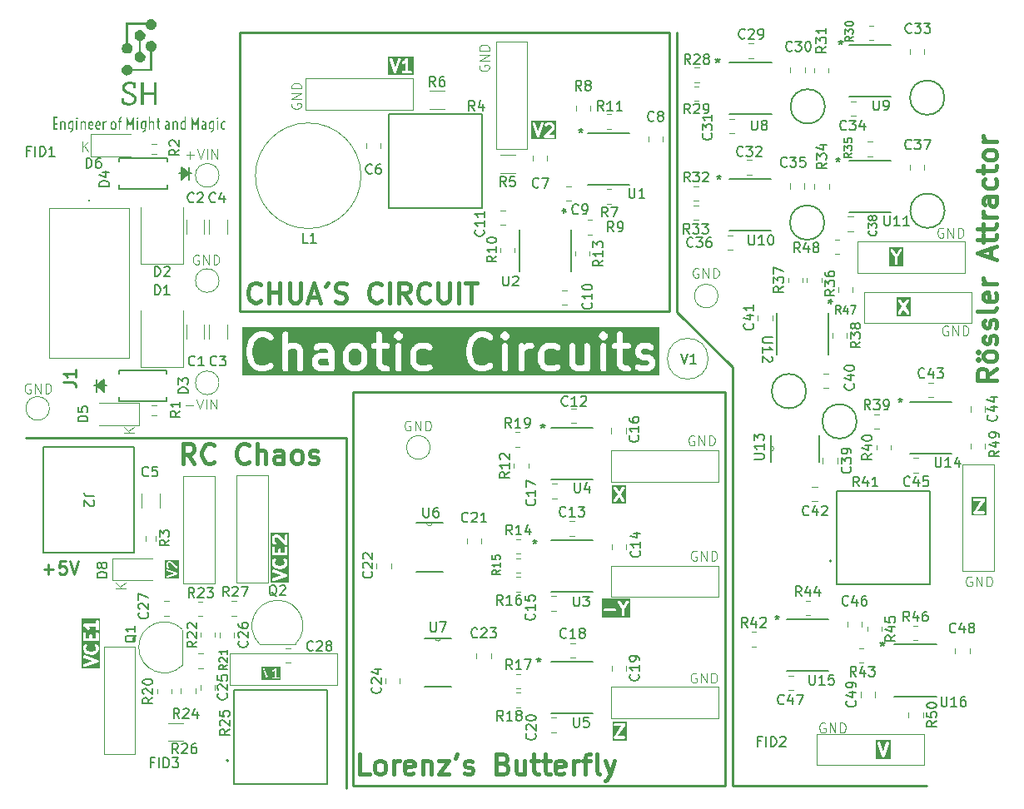
<source format=gto>
%TF.GenerationSoftware,KiCad,Pcbnew,8.0.2*%
%TF.CreationDate,2024-06-23T14:40:44+03:00*%
%TF.ProjectId,Chaos Circuits,4368616f-7320-4436-9972-63756974732e,1*%
%TF.SameCoordinates,Original*%
%TF.FileFunction,Legend,Top*%
%TF.FilePolarity,Positive*%
%FSLAX46Y46*%
G04 Gerber Fmt 4.6, Leading zero omitted, Abs format (unit mm)*
G04 Created by KiCad (PCBNEW 8.0.2) date 2024-06-23 14:40:44*
%MOMM*%
%LPD*%
G01*
G04 APERTURE LIST*
%ADD10C,0.100000*%
%ADD11C,0.300000*%
%ADD12C,0.400000*%
%ADD13C,0.250000*%
%ADD14C,0.200000*%
%ADD15C,0.600000*%
%ADD16C,0.260000*%
%ADD17C,0.150000*%
%ADD18C,0.254000*%
%ADD19C,0.127000*%
%ADD20C,0.152400*%
%ADD21C,0.000000*%
%ADD22C,0.120000*%
G04 APERTURE END LIST*
D10*
X119827693Y-46080038D02*
X119732455Y-46032419D01*
X119732455Y-46032419D02*
X119589598Y-46032419D01*
X119589598Y-46032419D02*
X119446741Y-46080038D01*
X119446741Y-46080038D02*
X119351503Y-46175276D01*
X119351503Y-46175276D02*
X119303884Y-46270514D01*
X119303884Y-46270514D02*
X119256265Y-46460990D01*
X119256265Y-46460990D02*
X119256265Y-46603847D01*
X119256265Y-46603847D02*
X119303884Y-46794323D01*
X119303884Y-46794323D02*
X119351503Y-46889561D01*
X119351503Y-46889561D02*
X119446741Y-46984800D01*
X119446741Y-46984800D02*
X119589598Y-47032419D01*
X119589598Y-47032419D02*
X119684836Y-47032419D01*
X119684836Y-47032419D02*
X119827693Y-46984800D01*
X119827693Y-46984800D02*
X119875312Y-46937180D01*
X119875312Y-46937180D02*
X119875312Y-46603847D01*
X119875312Y-46603847D02*
X119684836Y-46603847D01*
X120303884Y-47032419D02*
X120303884Y-46032419D01*
X120303884Y-46032419D02*
X120875312Y-47032419D01*
X120875312Y-47032419D02*
X120875312Y-46032419D01*
X121351503Y-47032419D02*
X121351503Y-46032419D01*
X121351503Y-46032419D02*
X121589598Y-46032419D01*
X121589598Y-46032419D02*
X121732455Y-46080038D01*
X121732455Y-46080038D02*
X121827693Y-46175276D01*
X121827693Y-46175276D02*
X121875312Y-46270514D01*
X121875312Y-46270514D02*
X121922931Y-46460990D01*
X121922931Y-46460990D02*
X121922931Y-46603847D01*
X121922931Y-46603847D02*
X121875312Y-46794323D01*
X121875312Y-46794323D02*
X121827693Y-46889561D01*
X121827693Y-46889561D02*
X121732455Y-46984800D01*
X121732455Y-46984800D02*
X121589598Y-47032419D01*
X121589598Y-47032419D02*
X121351503Y-47032419D01*
X120327693Y-56040038D02*
X120232455Y-55992419D01*
X120232455Y-55992419D02*
X120089598Y-55992419D01*
X120089598Y-55992419D02*
X119946741Y-56040038D01*
X119946741Y-56040038D02*
X119851503Y-56135276D01*
X119851503Y-56135276D02*
X119803884Y-56230514D01*
X119803884Y-56230514D02*
X119756265Y-56420990D01*
X119756265Y-56420990D02*
X119756265Y-56563847D01*
X119756265Y-56563847D02*
X119803884Y-56754323D01*
X119803884Y-56754323D02*
X119851503Y-56849561D01*
X119851503Y-56849561D02*
X119946741Y-56944800D01*
X119946741Y-56944800D02*
X120089598Y-56992419D01*
X120089598Y-56992419D02*
X120184836Y-56992419D01*
X120184836Y-56992419D02*
X120327693Y-56944800D01*
X120327693Y-56944800D02*
X120375312Y-56897180D01*
X120375312Y-56897180D02*
X120375312Y-56563847D01*
X120375312Y-56563847D02*
X120184836Y-56563847D01*
X120803884Y-56992419D02*
X120803884Y-55992419D01*
X120803884Y-55992419D02*
X121375312Y-56992419D01*
X121375312Y-56992419D02*
X121375312Y-55992419D01*
X121851503Y-56992419D02*
X121851503Y-55992419D01*
X121851503Y-55992419D02*
X122089598Y-55992419D01*
X122089598Y-55992419D02*
X122232455Y-56040038D01*
X122232455Y-56040038D02*
X122327693Y-56135276D01*
X122327693Y-56135276D02*
X122375312Y-56230514D01*
X122375312Y-56230514D02*
X122422931Y-56420990D01*
X122422931Y-56420990D02*
X122422931Y-56563847D01*
X122422931Y-56563847D02*
X122375312Y-56754323D01*
X122375312Y-56754323D02*
X122327693Y-56849561D01*
X122327693Y-56849561D02*
X122232455Y-56944800D01*
X122232455Y-56944800D02*
X122089598Y-56992419D01*
X122089598Y-56992419D02*
X121851503Y-56992419D01*
X122737693Y-81540038D02*
X122642455Y-81492419D01*
X122642455Y-81492419D02*
X122499598Y-81492419D01*
X122499598Y-81492419D02*
X122356741Y-81540038D01*
X122356741Y-81540038D02*
X122261503Y-81635276D01*
X122261503Y-81635276D02*
X122213884Y-81730514D01*
X122213884Y-81730514D02*
X122166265Y-81920990D01*
X122166265Y-81920990D02*
X122166265Y-82063847D01*
X122166265Y-82063847D02*
X122213884Y-82254323D01*
X122213884Y-82254323D02*
X122261503Y-82349561D01*
X122261503Y-82349561D02*
X122356741Y-82444800D01*
X122356741Y-82444800D02*
X122499598Y-82492419D01*
X122499598Y-82492419D02*
X122594836Y-82492419D01*
X122594836Y-82492419D02*
X122737693Y-82444800D01*
X122737693Y-82444800D02*
X122785312Y-82397180D01*
X122785312Y-82397180D02*
X122785312Y-82063847D01*
X122785312Y-82063847D02*
X122594836Y-82063847D01*
X123213884Y-82492419D02*
X123213884Y-81492419D01*
X123213884Y-81492419D02*
X123785312Y-82492419D01*
X123785312Y-82492419D02*
X123785312Y-81492419D01*
X124261503Y-82492419D02*
X124261503Y-81492419D01*
X124261503Y-81492419D02*
X124499598Y-81492419D01*
X124499598Y-81492419D02*
X124642455Y-81540038D01*
X124642455Y-81540038D02*
X124737693Y-81635276D01*
X124737693Y-81635276D02*
X124785312Y-81730514D01*
X124785312Y-81730514D02*
X124832931Y-81920990D01*
X124832931Y-81920990D02*
X124832931Y-82063847D01*
X124832931Y-82063847D02*
X124785312Y-82254323D01*
X124785312Y-82254323D02*
X124737693Y-82349561D01*
X124737693Y-82349561D02*
X124642455Y-82444800D01*
X124642455Y-82444800D02*
X124499598Y-82492419D01*
X124499598Y-82492419D02*
X124261503Y-82492419D01*
X107827693Y-96430038D02*
X107732455Y-96382419D01*
X107732455Y-96382419D02*
X107589598Y-96382419D01*
X107589598Y-96382419D02*
X107446741Y-96430038D01*
X107446741Y-96430038D02*
X107351503Y-96525276D01*
X107351503Y-96525276D02*
X107303884Y-96620514D01*
X107303884Y-96620514D02*
X107256265Y-96810990D01*
X107256265Y-96810990D02*
X107256265Y-96953847D01*
X107256265Y-96953847D02*
X107303884Y-97144323D01*
X107303884Y-97144323D02*
X107351503Y-97239561D01*
X107351503Y-97239561D02*
X107446741Y-97334800D01*
X107446741Y-97334800D02*
X107589598Y-97382419D01*
X107589598Y-97382419D02*
X107684836Y-97382419D01*
X107684836Y-97382419D02*
X107827693Y-97334800D01*
X107827693Y-97334800D02*
X107875312Y-97287180D01*
X107875312Y-97287180D02*
X107875312Y-96953847D01*
X107875312Y-96953847D02*
X107684836Y-96953847D01*
X108303884Y-97382419D02*
X108303884Y-96382419D01*
X108303884Y-96382419D02*
X108875312Y-97382419D01*
X108875312Y-97382419D02*
X108875312Y-96382419D01*
X109351503Y-97382419D02*
X109351503Y-96382419D01*
X109351503Y-96382419D02*
X109589598Y-96382419D01*
X109589598Y-96382419D02*
X109732455Y-96430038D01*
X109732455Y-96430038D02*
X109827693Y-96525276D01*
X109827693Y-96525276D02*
X109875312Y-96620514D01*
X109875312Y-96620514D02*
X109922931Y-96810990D01*
X109922931Y-96810990D02*
X109922931Y-96953847D01*
X109922931Y-96953847D02*
X109875312Y-97144323D01*
X109875312Y-97144323D02*
X109827693Y-97239561D01*
X109827693Y-97239561D02*
X109732455Y-97334800D01*
X109732455Y-97334800D02*
X109589598Y-97382419D01*
X109589598Y-97382419D02*
X109351503Y-97382419D01*
D11*
G36*
X124229748Y-75295304D02*
G01*
X122763082Y-75295304D01*
X122763082Y-74995462D01*
X122913082Y-74995462D01*
X122915964Y-75009871D01*
X122915964Y-75024568D01*
X122921647Y-75038288D01*
X122924560Y-75052851D01*
X122932737Y-75065062D01*
X122938362Y-75078640D01*
X122948863Y-75089141D01*
X122957127Y-75101481D01*
X122969354Y-75109632D01*
X122979746Y-75120024D01*
X122993467Y-75125707D01*
X123005825Y-75133946D01*
X123020239Y-75136797D01*
X123033818Y-75142422D01*
X123063082Y-75145304D01*
X123063237Y-75145303D01*
X123063240Y-75145304D01*
X123063242Y-75145303D01*
X123959012Y-75142422D01*
X124013084Y-75120024D01*
X124054468Y-75078640D01*
X124076866Y-75024568D01*
X124076866Y-74966040D01*
X124054468Y-74911968D01*
X124013084Y-74870584D01*
X123959012Y-74848186D01*
X123929748Y-74845304D01*
X123341493Y-74847196D01*
X124044359Y-73788748D01*
X124054468Y-73778640D01*
X124060098Y-73765047D01*
X124068390Y-73752561D01*
X124071241Y-73738145D01*
X124076866Y-73724568D01*
X124076866Y-73709715D01*
X124079748Y-73695147D01*
X124076866Y-73680737D01*
X124076866Y-73666040D01*
X124071182Y-73652318D01*
X124068270Y-73637757D01*
X124060092Y-73625545D01*
X124054468Y-73611968D01*
X124043966Y-73601466D01*
X124035703Y-73589127D01*
X124023475Y-73580975D01*
X124013084Y-73570584D01*
X123999362Y-73564900D01*
X123987005Y-73556662D01*
X123972590Y-73553810D01*
X123959012Y-73548186D01*
X123929748Y-73545304D01*
X123929592Y-73545304D01*
X123929590Y-73545304D01*
X123929587Y-73545304D01*
X123033818Y-73548186D01*
X122979746Y-73570584D01*
X122938362Y-73611968D01*
X122915964Y-73666040D01*
X122915964Y-73724568D01*
X122938362Y-73778640D01*
X122979746Y-73820024D01*
X123033818Y-73842422D01*
X123063082Y-73845304D01*
X123651336Y-73843411D01*
X122948470Y-74901859D01*
X122938362Y-74911968D01*
X122932731Y-74925560D01*
X122924440Y-74938047D01*
X122921588Y-74952461D01*
X122915964Y-74966040D01*
X122915964Y-74980893D01*
X122913082Y-74995462D01*
X122763082Y-74995462D01*
X122763082Y-73395304D01*
X124229748Y-73395304D01*
X124229748Y-75295304D01*
G37*
G36*
X114486667Y-100054126D02*
G01*
X113022355Y-100054126D01*
X113022355Y-98474064D01*
X113172355Y-98474064D01*
X113178874Y-98502738D01*
X113609105Y-99784625D01*
X113609837Y-99794923D01*
X113618123Y-99811496D01*
X113624196Y-99829589D01*
X113631218Y-99837685D01*
X113636011Y-99847271D01*
X113650219Y-99859594D01*
X113662543Y-99873803D01*
X113672128Y-99878595D01*
X113680225Y-99885618D01*
X113698066Y-99891565D01*
X113714890Y-99899977D01*
X113725581Y-99900736D01*
X113735749Y-99904126D01*
X113754509Y-99902792D01*
X113773270Y-99904126D01*
X113783437Y-99900736D01*
X113794129Y-99899977D01*
X113810951Y-99891565D01*
X113828795Y-99885618D01*
X113836891Y-99878595D01*
X113846477Y-99873803D01*
X113858802Y-99859591D01*
X113873009Y-99847270D01*
X113877800Y-99837686D01*
X113884824Y-99829589D01*
X113896812Y-99802738D01*
X114336667Y-98474064D01*
X114332517Y-98415684D01*
X114306344Y-98363337D01*
X114262129Y-98324989D01*
X114206605Y-98306481D01*
X114148225Y-98310631D01*
X114095878Y-98336804D01*
X114057530Y-98381018D01*
X114045542Y-98407869D01*
X113755029Y-99285424D01*
X113451491Y-98381019D01*
X113413144Y-98336805D01*
X113360797Y-98310631D01*
X113302417Y-98306482D01*
X113246892Y-98324990D01*
X113202678Y-98363337D01*
X113176504Y-98415684D01*
X113172355Y-98474064D01*
X113022355Y-98474064D01*
X113022355Y-98156481D01*
X114486667Y-98156481D01*
X114486667Y-100054126D01*
G37*
G36*
X116559748Y-55005304D02*
G01*
X115093082Y-55005304D01*
X115093082Y-53405146D01*
X115243082Y-53405146D01*
X115254440Y-53462561D01*
X115268274Y-53488509D01*
X115647838Y-54055627D01*
X115254440Y-54648047D01*
X115243082Y-54705462D01*
X115254560Y-54762851D01*
X115287127Y-54811481D01*
X115335825Y-54843946D01*
X115393240Y-54855304D01*
X115450629Y-54843826D01*
X115499259Y-54811259D01*
X115517890Y-54788509D01*
X115826900Y-54323169D01*
X116153571Y-54811259D01*
X116202201Y-54843826D01*
X116259590Y-54855304D01*
X116317005Y-54843946D01*
X116365703Y-54811481D01*
X116398270Y-54762851D01*
X116409748Y-54705461D01*
X116398390Y-54648047D01*
X116384555Y-54622099D01*
X116004991Y-54054980D01*
X116398390Y-53462561D01*
X116409748Y-53405147D01*
X116398270Y-53347757D01*
X116365703Y-53299127D01*
X116317005Y-53266662D01*
X116259590Y-53255304D01*
X116202201Y-53266782D01*
X116153571Y-53299349D01*
X116134940Y-53322099D01*
X115825929Y-53787438D01*
X115499259Y-53299349D01*
X115450629Y-53266782D01*
X115393240Y-53255304D01*
X115335825Y-53266662D01*
X115287127Y-53299127D01*
X115254560Y-53347757D01*
X115243082Y-53405146D01*
X115093082Y-53405146D01*
X115093082Y-53105304D01*
X116559748Y-53105304D01*
X116559748Y-55005304D01*
G37*
G36*
X115817806Y-49922422D02*
G01*
X114351214Y-49922422D01*
X114351214Y-48321956D01*
X114501214Y-48321956D01*
X114511348Y-48379599D01*
X114524628Y-48405835D01*
X114934683Y-49045334D01*
X114937392Y-49654568D01*
X114959790Y-49708640D01*
X115001174Y-49750024D01*
X115055246Y-49772422D01*
X115113774Y-49772422D01*
X115167846Y-49750024D01*
X115209230Y-49708640D01*
X115231628Y-49654568D01*
X115234510Y-49625304D01*
X115231968Y-49053678D01*
X115657673Y-48379599D01*
X115667806Y-48321956D01*
X115655110Y-48264824D01*
X115621517Y-48216898D01*
X115572139Y-48185475D01*
X115514496Y-48175342D01*
X115457364Y-48188038D01*
X115409437Y-48221631D01*
X115391295Y-48244773D01*
X115085204Y-48729450D01*
X114759584Y-48221631D01*
X114711658Y-48188038D01*
X114654525Y-48175341D01*
X114596882Y-48185475D01*
X114547504Y-48216897D01*
X114513911Y-48264823D01*
X114501214Y-48321956D01*
X114351214Y-48321956D01*
X114351214Y-48025341D01*
X115817806Y-48025341D01*
X115817806Y-49922422D01*
G37*
D12*
X125284438Y-60387795D02*
X124332057Y-61054462D01*
X125284438Y-61530652D02*
X123284438Y-61530652D01*
X123284438Y-61530652D02*
X123284438Y-60768747D01*
X123284438Y-60768747D02*
X123379676Y-60578271D01*
X123379676Y-60578271D02*
X123474914Y-60483033D01*
X123474914Y-60483033D02*
X123665390Y-60387795D01*
X123665390Y-60387795D02*
X123951104Y-60387795D01*
X123951104Y-60387795D02*
X124141580Y-60483033D01*
X124141580Y-60483033D02*
X124236819Y-60578271D01*
X124236819Y-60578271D02*
X124332057Y-60768747D01*
X124332057Y-60768747D02*
X124332057Y-61530652D01*
X125284438Y-59244938D02*
X125189200Y-59435414D01*
X125189200Y-59435414D02*
X125093961Y-59530652D01*
X125093961Y-59530652D02*
X124903485Y-59625890D01*
X124903485Y-59625890D02*
X124332057Y-59625890D01*
X124332057Y-59625890D02*
X124141580Y-59530652D01*
X124141580Y-59530652D02*
X124046342Y-59435414D01*
X124046342Y-59435414D02*
X123951104Y-59244938D01*
X123951104Y-59244938D02*
X123951104Y-58959223D01*
X123951104Y-58959223D02*
X124046342Y-58768747D01*
X124046342Y-58768747D02*
X124141580Y-58673509D01*
X124141580Y-58673509D02*
X124332057Y-58578271D01*
X124332057Y-58578271D02*
X124903485Y-58578271D01*
X124903485Y-58578271D02*
X125093961Y-58673509D01*
X125093961Y-58673509D02*
X125189200Y-58768747D01*
X125189200Y-58768747D02*
X125284438Y-58959223D01*
X125284438Y-58959223D02*
X125284438Y-59244938D01*
X123284438Y-59435414D02*
X123379676Y-59340176D01*
X123379676Y-59340176D02*
X123474914Y-59435414D01*
X123474914Y-59435414D02*
X123379676Y-59530652D01*
X123379676Y-59530652D02*
X123284438Y-59435414D01*
X123284438Y-59435414D02*
X123474914Y-59435414D01*
X123284438Y-58673509D02*
X123379676Y-58578271D01*
X123379676Y-58578271D02*
X123474914Y-58673509D01*
X123474914Y-58673509D02*
X123379676Y-58768747D01*
X123379676Y-58768747D02*
X123284438Y-58673509D01*
X123284438Y-58673509D02*
X123474914Y-58673509D01*
X125189200Y-57816366D02*
X125284438Y-57625890D01*
X125284438Y-57625890D02*
X125284438Y-57244938D01*
X125284438Y-57244938D02*
X125189200Y-57054461D01*
X125189200Y-57054461D02*
X124998723Y-56959223D01*
X124998723Y-56959223D02*
X124903485Y-56959223D01*
X124903485Y-56959223D02*
X124713009Y-57054461D01*
X124713009Y-57054461D02*
X124617771Y-57244938D01*
X124617771Y-57244938D02*
X124617771Y-57530652D01*
X124617771Y-57530652D02*
X124522533Y-57721128D01*
X124522533Y-57721128D02*
X124332057Y-57816366D01*
X124332057Y-57816366D02*
X124236819Y-57816366D01*
X124236819Y-57816366D02*
X124046342Y-57721128D01*
X124046342Y-57721128D02*
X123951104Y-57530652D01*
X123951104Y-57530652D02*
X123951104Y-57244938D01*
X123951104Y-57244938D02*
X124046342Y-57054461D01*
X125189200Y-56197318D02*
X125284438Y-56006842D01*
X125284438Y-56006842D02*
X125284438Y-55625890D01*
X125284438Y-55625890D02*
X125189200Y-55435413D01*
X125189200Y-55435413D02*
X124998723Y-55340175D01*
X124998723Y-55340175D02*
X124903485Y-55340175D01*
X124903485Y-55340175D02*
X124713009Y-55435413D01*
X124713009Y-55435413D02*
X124617771Y-55625890D01*
X124617771Y-55625890D02*
X124617771Y-55911604D01*
X124617771Y-55911604D02*
X124522533Y-56102080D01*
X124522533Y-56102080D02*
X124332057Y-56197318D01*
X124332057Y-56197318D02*
X124236819Y-56197318D01*
X124236819Y-56197318D02*
X124046342Y-56102080D01*
X124046342Y-56102080D02*
X123951104Y-55911604D01*
X123951104Y-55911604D02*
X123951104Y-55625890D01*
X123951104Y-55625890D02*
X124046342Y-55435413D01*
X125284438Y-54197318D02*
X125189200Y-54387794D01*
X125189200Y-54387794D02*
X124998723Y-54483032D01*
X124998723Y-54483032D02*
X123284438Y-54483032D01*
X125189200Y-52673508D02*
X125284438Y-52863984D01*
X125284438Y-52863984D02*
X125284438Y-53244937D01*
X125284438Y-53244937D02*
X125189200Y-53435413D01*
X125189200Y-53435413D02*
X124998723Y-53530651D01*
X124998723Y-53530651D02*
X124236819Y-53530651D01*
X124236819Y-53530651D02*
X124046342Y-53435413D01*
X124046342Y-53435413D02*
X123951104Y-53244937D01*
X123951104Y-53244937D02*
X123951104Y-52863984D01*
X123951104Y-52863984D02*
X124046342Y-52673508D01*
X124046342Y-52673508D02*
X124236819Y-52578270D01*
X124236819Y-52578270D02*
X124427295Y-52578270D01*
X124427295Y-52578270D02*
X124617771Y-53530651D01*
X125284438Y-51721127D02*
X123951104Y-51721127D01*
X124332057Y-51721127D02*
X124141580Y-51625889D01*
X124141580Y-51625889D02*
X124046342Y-51530651D01*
X124046342Y-51530651D02*
X123951104Y-51340175D01*
X123951104Y-51340175D02*
X123951104Y-51149698D01*
X124713009Y-49054460D02*
X124713009Y-48102079D01*
X125284438Y-49244936D02*
X123284438Y-48578270D01*
X123284438Y-48578270D02*
X125284438Y-47911603D01*
X123951104Y-47530650D02*
X123951104Y-46768746D01*
X123284438Y-47244936D02*
X124998723Y-47244936D01*
X124998723Y-47244936D02*
X125189200Y-47149698D01*
X125189200Y-47149698D02*
X125284438Y-46959222D01*
X125284438Y-46959222D02*
X125284438Y-46768746D01*
X123951104Y-46387793D02*
X123951104Y-45625889D01*
X123284438Y-46102079D02*
X124998723Y-46102079D01*
X124998723Y-46102079D02*
X125189200Y-46006841D01*
X125189200Y-46006841D02*
X125284438Y-45816365D01*
X125284438Y-45816365D02*
X125284438Y-45625889D01*
X125284438Y-44959222D02*
X123951104Y-44959222D01*
X124332057Y-44959222D02*
X124141580Y-44863984D01*
X124141580Y-44863984D02*
X124046342Y-44768746D01*
X124046342Y-44768746D02*
X123951104Y-44578270D01*
X123951104Y-44578270D02*
X123951104Y-44387793D01*
X125284438Y-42863984D02*
X124236819Y-42863984D01*
X124236819Y-42863984D02*
X124046342Y-42959222D01*
X124046342Y-42959222D02*
X123951104Y-43149698D01*
X123951104Y-43149698D02*
X123951104Y-43530651D01*
X123951104Y-43530651D02*
X124046342Y-43721127D01*
X125189200Y-42863984D02*
X125284438Y-43054460D01*
X125284438Y-43054460D02*
X125284438Y-43530651D01*
X125284438Y-43530651D02*
X125189200Y-43721127D01*
X125189200Y-43721127D02*
X124998723Y-43816365D01*
X124998723Y-43816365D02*
X124808247Y-43816365D01*
X124808247Y-43816365D02*
X124617771Y-43721127D01*
X124617771Y-43721127D02*
X124522533Y-43530651D01*
X124522533Y-43530651D02*
X124522533Y-43054460D01*
X124522533Y-43054460D02*
X124427295Y-42863984D01*
X125189200Y-41054460D02*
X125284438Y-41244936D01*
X125284438Y-41244936D02*
X125284438Y-41625889D01*
X125284438Y-41625889D02*
X125189200Y-41816365D01*
X125189200Y-41816365D02*
X125093961Y-41911603D01*
X125093961Y-41911603D02*
X124903485Y-42006841D01*
X124903485Y-42006841D02*
X124332057Y-42006841D01*
X124332057Y-42006841D02*
X124141580Y-41911603D01*
X124141580Y-41911603D02*
X124046342Y-41816365D01*
X124046342Y-41816365D02*
X123951104Y-41625889D01*
X123951104Y-41625889D02*
X123951104Y-41244936D01*
X123951104Y-41244936D02*
X124046342Y-41054460D01*
X123951104Y-40483031D02*
X123951104Y-39721127D01*
X123284438Y-40197317D02*
X124998723Y-40197317D01*
X124998723Y-40197317D02*
X125189200Y-40102079D01*
X125189200Y-40102079D02*
X125284438Y-39911603D01*
X125284438Y-39911603D02*
X125284438Y-39721127D01*
X125284438Y-38768746D02*
X125189200Y-38959222D01*
X125189200Y-38959222D02*
X125093961Y-39054460D01*
X125093961Y-39054460D02*
X124903485Y-39149698D01*
X124903485Y-39149698D02*
X124332057Y-39149698D01*
X124332057Y-39149698D02*
X124141580Y-39054460D01*
X124141580Y-39054460D02*
X124046342Y-38959222D01*
X124046342Y-38959222D02*
X123951104Y-38768746D01*
X123951104Y-38768746D02*
X123951104Y-38483031D01*
X123951104Y-38483031D02*
X124046342Y-38292555D01*
X124046342Y-38292555D02*
X124141580Y-38197317D01*
X124141580Y-38197317D02*
X124332057Y-38102079D01*
X124332057Y-38102079D02*
X124903485Y-38102079D01*
X124903485Y-38102079D02*
X125093961Y-38197317D01*
X125093961Y-38197317D02*
X125189200Y-38292555D01*
X125189200Y-38292555D02*
X125284438Y-38483031D01*
X125284438Y-38483031D02*
X125284438Y-38768746D01*
X125284438Y-37244936D02*
X123951104Y-37244936D01*
X124332057Y-37244936D02*
X124141580Y-37149698D01*
X124141580Y-37149698D02*
X124046342Y-37054460D01*
X124046342Y-37054460D02*
X123951104Y-36863984D01*
X123951104Y-36863984D02*
X123951104Y-36673507D01*
D13*
X98410000Y-102825000D02*
X118180000Y-102825000D01*
X98410000Y-60190000D02*
X98410000Y-102825000D01*
X92790000Y-54570000D02*
X98410000Y-60190000D01*
X92790000Y-26140000D02*
X92790000Y-54570000D01*
D10*
X65657693Y-65710038D02*
X65562455Y-65662419D01*
X65562455Y-65662419D02*
X65419598Y-65662419D01*
X65419598Y-65662419D02*
X65276741Y-65710038D01*
X65276741Y-65710038D02*
X65181503Y-65805276D01*
X65181503Y-65805276D02*
X65133884Y-65900514D01*
X65133884Y-65900514D02*
X65086265Y-66090990D01*
X65086265Y-66090990D02*
X65086265Y-66233847D01*
X65086265Y-66233847D02*
X65133884Y-66424323D01*
X65133884Y-66424323D02*
X65181503Y-66519561D01*
X65181503Y-66519561D02*
X65276741Y-66614800D01*
X65276741Y-66614800D02*
X65419598Y-66662419D01*
X65419598Y-66662419D02*
X65514836Y-66662419D01*
X65514836Y-66662419D02*
X65657693Y-66614800D01*
X65657693Y-66614800D02*
X65705312Y-66567180D01*
X65705312Y-66567180D02*
X65705312Y-66233847D01*
X65705312Y-66233847D02*
X65514836Y-66233847D01*
X66133884Y-66662419D02*
X66133884Y-65662419D01*
X66133884Y-65662419D02*
X66705312Y-66662419D01*
X66705312Y-66662419D02*
X66705312Y-65662419D01*
X67181503Y-66662419D02*
X67181503Y-65662419D01*
X67181503Y-65662419D02*
X67419598Y-65662419D01*
X67419598Y-65662419D02*
X67562455Y-65710038D01*
X67562455Y-65710038D02*
X67657693Y-65805276D01*
X67657693Y-65805276D02*
X67705312Y-65900514D01*
X67705312Y-65900514D02*
X67752931Y-66090990D01*
X67752931Y-66090990D02*
X67752931Y-66233847D01*
X67752931Y-66233847D02*
X67705312Y-66424323D01*
X67705312Y-66424323D02*
X67657693Y-66519561D01*
X67657693Y-66519561D02*
X67562455Y-66614800D01*
X67562455Y-66614800D02*
X67419598Y-66662419D01*
X67419598Y-66662419D02*
X67181503Y-66662419D01*
X94947693Y-50190038D02*
X94852455Y-50142419D01*
X94852455Y-50142419D02*
X94709598Y-50142419D01*
X94709598Y-50142419D02*
X94566741Y-50190038D01*
X94566741Y-50190038D02*
X94471503Y-50285276D01*
X94471503Y-50285276D02*
X94423884Y-50380514D01*
X94423884Y-50380514D02*
X94376265Y-50570990D01*
X94376265Y-50570990D02*
X94376265Y-50713847D01*
X94376265Y-50713847D02*
X94423884Y-50904323D01*
X94423884Y-50904323D02*
X94471503Y-50999561D01*
X94471503Y-50999561D02*
X94566741Y-51094800D01*
X94566741Y-51094800D02*
X94709598Y-51142419D01*
X94709598Y-51142419D02*
X94804836Y-51142419D01*
X94804836Y-51142419D02*
X94947693Y-51094800D01*
X94947693Y-51094800D02*
X94995312Y-51047180D01*
X94995312Y-51047180D02*
X94995312Y-50713847D01*
X94995312Y-50713847D02*
X94804836Y-50713847D01*
X95423884Y-51142419D02*
X95423884Y-50142419D01*
X95423884Y-50142419D02*
X95995312Y-51142419D01*
X95995312Y-51142419D02*
X95995312Y-50142419D01*
X96471503Y-51142419D02*
X96471503Y-50142419D01*
X96471503Y-50142419D02*
X96709598Y-50142419D01*
X96709598Y-50142419D02*
X96852455Y-50190038D01*
X96852455Y-50190038D02*
X96947693Y-50285276D01*
X96947693Y-50285276D02*
X96995312Y-50380514D01*
X96995312Y-50380514D02*
X97042931Y-50570990D01*
X97042931Y-50570990D02*
X97042931Y-50713847D01*
X97042931Y-50713847D02*
X96995312Y-50904323D01*
X96995312Y-50904323D02*
X96947693Y-50999561D01*
X96947693Y-50999561D02*
X96852455Y-51094800D01*
X96852455Y-51094800D02*
X96709598Y-51142419D01*
X96709598Y-51142419D02*
X96471503Y-51142419D01*
D14*
X93196816Y-58847219D02*
X93530149Y-59847219D01*
X93530149Y-59847219D02*
X93863482Y-58847219D01*
X94720625Y-59847219D02*
X94149197Y-59847219D01*
X94434911Y-59847219D02*
X94434911Y-58847219D01*
X94434911Y-58847219D02*
X94339673Y-58990076D01*
X94339673Y-58990076D02*
X94244435Y-59085314D01*
X94244435Y-59085314D02*
X94149197Y-59132933D01*
D10*
X95948894Y-59350000D02*
G75*
G02*
X91791106Y-59350000I-2078894J0D01*
G01*
X91791106Y-59350000D02*
G75*
G02*
X95948894Y-59350000I2078894J0D01*
G01*
D15*
G36*
X57326767Y-60008655D02*
G01*
X57224350Y-60060664D01*
X56532424Y-60062700D01*
X56348693Y-59972261D01*
X56257603Y-59792885D01*
X56256278Y-59600592D01*
X56346275Y-59417758D01*
X56525122Y-59326936D01*
X57284726Y-59324701D01*
X57312670Y-59326379D01*
X57321392Y-59324593D01*
X57325829Y-59324580D01*
X57326767Y-60008655D01*
G37*
G36*
X60443729Y-58436482D02*
G01*
X60543047Y-58533961D01*
X60658235Y-58760791D01*
X60660356Y-59619334D01*
X60548721Y-59846127D01*
X60451240Y-59945445D01*
X60224107Y-60060787D01*
X59865343Y-60062495D01*
X59639076Y-59951119D01*
X59539757Y-59853638D01*
X59424570Y-59626810D01*
X59422449Y-58768266D01*
X59534084Y-58541473D01*
X59631564Y-58442156D01*
X59858698Y-58326813D01*
X60217461Y-58325105D01*
X60443729Y-58436482D01*
G37*
G36*
X90980294Y-61049356D02*
G01*
X48602513Y-61049356D01*
X48602513Y-58360467D01*
X48991402Y-58360467D01*
X48993814Y-58867130D01*
X48993352Y-58894616D01*
X48993961Y-58897972D01*
X48993969Y-58899625D01*
X48994873Y-58903001D01*
X49000359Y-58933228D01*
X49168652Y-59596428D01*
X49174525Y-59625126D01*
X49178077Y-59633572D01*
X49179014Y-59637261D01*
X49181555Y-59641839D01*
X49189741Y-59661298D01*
X49345773Y-59968558D01*
X49347572Y-59975272D01*
X49360942Y-59998429D01*
X49376216Y-60028507D01*
X49382210Y-60035267D01*
X49386730Y-60043095D01*
X49412604Y-60072599D01*
X49743909Y-60400591D01*
X49761509Y-60420438D01*
X49768858Y-60425290D01*
X49775441Y-60431807D01*
X49801628Y-60446926D01*
X49826864Y-60463588D01*
X49839199Y-60468618D01*
X49843264Y-60470965D01*
X49848191Y-60472285D01*
X49863201Y-60478406D01*
X50336764Y-60633878D01*
X50343264Y-60637631D01*
X50370082Y-60644816D01*
X50401161Y-60655020D01*
X50410183Y-60655561D01*
X50418911Y-60657900D01*
X50458069Y-60660467D01*
X50763537Y-60658361D01*
X50770135Y-60659712D01*
X50796403Y-60658135D01*
X50830560Y-60657900D01*
X50839287Y-60655561D01*
X50848310Y-60655020D01*
X50886270Y-60645072D01*
X51380259Y-60477917D01*
X51406207Y-60470965D01*
X51413854Y-60466549D01*
X51422607Y-60463588D01*
X51447842Y-60446926D01*
X51474030Y-60431807D01*
X51484045Y-60423024D01*
X51487962Y-60420438D01*
X51491347Y-60416620D01*
X51503534Y-60405933D01*
X51696075Y-60209762D01*
X51735233Y-60141939D01*
X51755502Y-60066292D01*
X51755502Y-59987976D01*
X51735233Y-59912329D01*
X51696075Y-59844506D01*
X51640697Y-59789128D01*
X51572874Y-59749970D01*
X51497227Y-59729701D01*
X51418911Y-59729701D01*
X51343264Y-59749970D01*
X51275441Y-59789128D01*
X51245937Y-59815002D01*
X51132079Y-59931005D01*
X50748613Y-60060761D01*
X50511911Y-60062393D01*
X50122657Y-59934599D01*
X49873661Y-59688095D01*
X49743257Y-59431301D01*
X49591268Y-58832351D01*
X49589236Y-58405647D01*
X49736589Y-57807258D01*
X49867155Y-57542005D01*
X50116366Y-57290276D01*
X50500858Y-57160172D01*
X50737558Y-57158540D01*
X51127433Y-57286537D01*
X51275441Y-57431807D01*
X51343264Y-57470965D01*
X51418911Y-57491234D01*
X51497227Y-57491234D01*
X51572874Y-57470965D01*
X51640697Y-57431807D01*
X51696075Y-57376429D01*
X51735233Y-57308606D01*
X51755502Y-57232959D01*
X51755502Y-57154643D01*
X51735233Y-57078996D01*
X51696075Y-57011173D01*
X51670201Y-56981669D01*
X51546714Y-56860467D01*
X52658069Y-56860467D01*
X52660636Y-60399625D01*
X52680905Y-60475272D01*
X52720063Y-60543095D01*
X52775441Y-60598473D01*
X52843264Y-60637631D01*
X52918911Y-60657900D01*
X52997227Y-60657900D01*
X53072874Y-60637631D01*
X53140697Y-60598473D01*
X53196075Y-60543095D01*
X53235233Y-60475272D01*
X53255502Y-60399625D01*
X53258069Y-60360467D01*
X53256708Y-58484461D01*
X53298230Y-58442156D01*
X53525364Y-58326813D01*
X53884127Y-58325105D01*
X54067444Y-58415340D01*
X54158160Y-58593979D01*
X54160636Y-60399625D01*
X54180905Y-60475272D01*
X54220063Y-60543095D01*
X54275441Y-60598473D01*
X54343264Y-60637631D01*
X54418911Y-60657900D01*
X54497227Y-60657900D01*
X54572874Y-60637631D01*
X54640697Y-60598473D01*
X54696075Y-60543095D01*
X54735233Y-60475272D01*
X54755502Y-60399625D01*
X54758069Y-60360467D01*
X54756926Y-59527134D01*
X55658069Y-59527134D01*
X55660338Y-59856495D01*
X55658824Y-59881734D01*
X55660571Y-59890273D01*
X55660636Y-59899625D01*
X55668463Y-59928837D01*
X55674525Y-59958459D01*
X55679689Y-59970737D01*
X55680905Y-59975272D01*
X55683456Y-59979691D01*
X55689741Y-59994631D01*
X55850054Y-60310322D01*
X55854949Y-60325007D01*
X55866046Y-60341814D01*
X55876216Y-60361841D01*
X55888168Y-60375320D01*
X55898100Y-60390362D01*
X55914040Y-60404496D01*
X55928175Y-60420437D01*
X55943215Y-60430367D01*
X55956696Y-60442321D01*
X55990572Y-60462129D01*
X55993516Y-60463578D01*
X55993531Y-60463588D01*
X55993546Y-60463593D01*
X56320991Y-60624772D01*
X56343264Y-60637631D01*
X56351716Y-60639895D01*
X56360077Y-60644011D01*
X56389698Y-60650072D01*
X56418911Y-60657900D01*
X56432206Y-60658771D01*
X56436802Y-60659712D01*
X56441891Y-60659406D01*
X56458069Y-60660467D01*
X57284725Y-60658034D01*
X57312669Y-60659712D01*
X57321391Y-60657926D01*
X57330561Y-60657900D01*
X57359774Y-60650072D01*
X57389395Y-60644011D01*
X57401673Y-60638846D01*
X57406208Y-60637631D01*
X57410627Y-60635079D01*
X57425567Y-60628795D01*
X57462309Y-60610136D01*
X57509931Y-60637631D01*
X57585578Y-60657900D01*
X57663894Y-60657900D01*
X57739541Y-60637631D01*
X57807364Y-60598473D01*
X57862742Y-60543095D01*
X57901900Y-60475272D01*
X57922169Y-60399625D01*
X57924736Y-60360467D01*
X57922680Y-58860872D01*
X57923981Y-58839200D01*
X57922641Y-58832654D01*
X57922451Y-58693801D01*
X58824736Y-58693801D01*
X58827188Y-59686778D01*
X58825491Y-59715068D01*
X58827280Y-59723812D01*
X58827303Y-59732959D01*
X58835130Y-59762171D01*
X58841192Y-59791793D01*
X58846356Y-59804071D01*
X58847572Y-59808606D01*
X58850123Y-59813025D01*
X58856408Y-59827965D01*
X59012440Y-60135225D01*
X59014239Y-60141939D01*
X59027609Y-60165096D01*
X59042883Y-60195174D01*
X59048877Y-60201934D01*
X59053397Y-60209762D01*
X59079271Y-60239266D01*
X59228153Y-60385393D01*
X59231434Y-60390362D01*
X59249887Y-60406724D01*
X59275442Y-60431807D01*
X59283269Y-60436326D01*
X59290030Y-60442321D01*
X59323906Y-60462129D01*
X59654325Y-60624772D01*
X59676598Y-60637631D01*
X59685050Y-60639895D01*
X59693411Y-60644011D01*
X59723032Y-60650072D01*
X59752245Y-60657900D01*
X59765540Y-60658771D01*
X59770136Y-60659712D01*
X59775225Y-60659406D01*
X59791403Y-60660467D01*
X60286012Y-60658112D01*
X60312669Y-60659712D01*
X60321308Y-60657944D01*
X60330561Y-60657900D01*
X60359774Y-60650072D01*
X60389395Y-60644011D01*
X60401673Y-60638846D01*
X60406208Y-60637631D01*
X60410627Y-60635079D01*
X60425567Y-60628795D01*
X60732828Y-60472763D01*
X60739541Y-60470965D01*
X60762693Y-60457597D01*
X60792775Y-60442322D01*
X60799536Y-60436326D01*
X60807364Y-60431807D01*
X60836868Y-60405933D01*
X60982997Y-60257048D01*
X60987963Y-60253770D01*
X61004319Y-60235324D01*
X61029409Y-60209762D01*
X61033928Y-60201934D01*
X61039923Y-60195174D01*
X61059731Y-60161298D01*
X61222374Y-59830879D01*
X61235234Y-59808606D01*
X61237498Y-59800153D01*
X61241614Y-59791793D01*
X61247675Y-59762171D01*
X61255503Y-59732959D01*
X61256374Y-59719663D01*
X61257315Y-59715068D01*
X61257009Y-59709978D01*
X61258070Y-59693801D01*
X61255617Y-58700823D01*
X61257315Y-58672534D01*
X61255525Y-58663789D01*
X61255503Y-58654643D01*
X61247675Y-58625430D01*
X61241614Y-58595809D01*
X61236449Y-58583530D01*
X61235234Y-58578996D01*
X61232682Y-58574576D01*
X61226398Y-58559637D01*
X61070366Y-58252376D01*
X61068567Y-58245661D01*
X61055194Y-58222500D01*
X61039923Y-58192427D01*
X61033927Y-58185665D01*
X61029408Y-58177838D01*
X61003534Y-58148334D01*
X60854654Y-58002210D01*
X60851373Y-57997241D01*
X60840925Y-57987976D01*
X61660637Y-57987976D01*
X61660637Y-58066292D01*
X61680906Y-58141939D01*
X61720064Y-58209762D01*
X61775442Y-58265140D01*
X61843265Y-58304298D01*
X61918912Y-58324567D01*
X61958070Y-58327134D01*
X62159308Y-58326757D01*
X62160596Y-59852210D01*
X62158825Y-59881734D01*
X62160629Y-59890551D01*
X62160637Y-59899625D01*
X62168464Y-59928837D01*
X62174526Y-59958459D01*
X62179690Y-59970737D01*
X62180906Y-59975272D01*
X62183457Y-59979691D01*
X62189742Y-59994631D01*
X62350055Y-60310322D01*
X62354950Y-60325007D01*
X62366047Y-60341814D01*
X62376217Y-60361841D01*
X62388169Y-60375320D01*
X62398101Y-60390362D01*
X62414041Y-60404496D01*
X62428176Y-60420437D01*
X62443216Y-60430367D01*
X62456697Y-60442321D01*
X62490573Y-60462129D01*
X62493517Y-60463578D01*
X62493532Y-60463588D01*
X62493547Y-60463593D01*
X62820992Y-60624772D01*
X62843265Y-60637631D01*
X62851717Y-60639895D01*
X62860078Y-60644011D01*
X62889699Y-60650072D01*
X62918912Y-60657900D01*
X62932207Y-60658771D01*
X62936803Y-60659712D01*
X62941892Y-60659406D01*
X62958070Y-60660467D01*
X63330561Y-60657900D01*
X63406208Y-60637631D01*
X63474031Y-60598473D01*
X63529409Y-60543095D01*
X63568567Y-60475272D01*
X63588836Y-60399625D01*
X63588836Y-60321309D01*
X63568567Y-60245662D01*
X63529409Y-60177839D01*
X63474031Y-60122461D01*
X63406208Y-60083303D01*
X63330561Y-60063034D01*
X63291403Y-60060467D01*
X63031527Y-60062257D01*
X62848694Y-59972261D01*
X62758013Y-59793691D01*
X62756773Y-58325640D01*
X63330561Y-58324567D01*
X63406208Y-58304298D01*
X63474031Y-58265140D01*
X63529409Y-58209762D01*
X63568567Y-58141939D01*
X63588836Y-58066292D01*
X63588836Y-58027134D01*
X64158070Y-58027134D01*
X64160637Y-60399625D01*
X64180906Y-60475272D01*
X64220064Y-60543095D01*
X64275442Y-60598473D01*
X64343265Y-60637631D01*
X64418912Y-60657900D01*
X64497228Y-60657900D01*
X64572875Y-60637631D01*
X64640698Y-60598473D01*
X64696076Y-60543095D01*
X64735234Y-60475272D01*
X64755503Y-60399625D01*
X64758070Y-60360467D01*
X64756267Y-58693801D01*
X65658070Y-58693801D01*
X65660522Y-59686778D01*
X65658825Y-59715068D01*
X65660614Y-59723812D01*
X65660637Y-59732959D01*
X65668464Y-59762171D01*
X65674526Y-59791793D01*
X65679690Y-59804071D01*
X65680906Y-59808606D01*
X65683457Y-59813025D01*
X65689742Y-59827965D01*
X65845774Y-60135225D01*
X65847573Y-60141939D01*
X65860943Y-60165096D01*
X65876217Y-60195174D01*
X65882211Y-60201934D01*
X65886731Y-60209762D01*
X65912605Y-60239266D01*
X66061487Y-60385393D01*
X66064768Y-60390362D01*
X66083221Y-60406724D01*
X66108776Y-60431807D01*
X66116603Y-60436326D01*
X66123364Y-60442321D01*
X66157240Y-60462129D01*
X66487659Y-60624772D01*
X66509932Y-60637631D01*
X66518384Y-60639895D01*
X66526745Y-60644011D01*
X66556366Y-60650072D01*
X66585579Y-60657900D01*
X66598874Y-60658771D01*
X66603470Y-60659712D01*
X66608559Y-60659406D01*
X66624737Y-60660467D01*
X67285227Y-60658064D01*
X67312670Y-60659712D01*
X67321361Y-60657933D01*
X67330562Y-60657900D01*
X67359775Y-60650072D01*
X67389396Y-60644011D01*
X67401674Y-60638846D01*
X67406209Y-60637631D01*
X67410628Y-60635079D01*
X67425568Y-60628795D01*
X67792776Y-60442322D01*
X67851373Y-60390362D01*
X67894523Y-60325007D01*
X67919289Y-60250709D01*
X67923982Y-60172535D01*
X67908281Y-60095809D01*
X67873257Y-60025761D01*
X67821298Y-59967165D01*
X67755942Y-59924014D01*
X67681645Y-59899248D01*
X67603470Y-59894556D01*
X67526745Y-59910257D01*
X67490573Y-59925473D01*
X67224258Y-60060711D01*
X66698933Y-60062621D01*
X66472410Y-59951119D01*
X66373091Y-59853638D01*
X66257904Y-59626810D01*
X66255783Y-58768266D01*
X66367418Y-58541473D01*
X66464898Y-58442156D01*
X66691882Y-58326889D01*
X67217205Y-58324979D01*
X67526745Y-58477345D01*
X67603470Y-58493046D01*
X67681645Y-58488354D01*
X67755942Y-58463588D01*
X67821298Y-58420438D01*
X67873257Y-58361841D01*
X67873944Y-58360467D01*
X71324737Y-58360467D01*
X71327149Y-58867130D01*
X71326687Y-58894616D01*
X71327296Y-58897972D01*
X71327304Y-58899625D01*
X71328208Y-58903001D01*
X71333694Y-58933228D01*
X71501987Y-59596428D01*
X71507860Y-59625126D01*
X71511412Y-59633572D01*
X71512349Y-59637261D01*
X71514890Y-59641839D01*
X71523076Y-59661298D01*
X71679108Y-59968558D01*
X71680907Y-59975272D01*
X71694277Y-59998429D01*
X71709551Y-60028507D01*
X71715545Y-60035267D01*
X71720065Y-60043095D01*
X71745939Y-60072599D01*
X72077244Y-60400591D01*
X72094844Y-60420438D01*
X72102193Y-60425290D01*
X72108776Y-60431807D01*
X72134963Y-60446926D01*
X72160199Y-60463588D01*
X72172534Y-60468618D01*
X72176599Y-60470965D01*
X72181526Y-60472285D01*
X72196536Y-60478406D01*
X72670099Y-60633878D01*
X72676599Y-60637631D01*
X72703417Y-60644816D01*
X72734496Y-60655020D01*
X72743518Y-60655561D01*
X72752246Y-60657900D01*
X72791404Y-60660467D01*
X73096872Y-60658361D01*
X73103470Y-60659712D01*
X73129738Y-60658135D01*
X73163895Y-60657900D01*
X73172622Y-60655561D01*
X73181645Y-60655020D01*
X73219605Y-60645072D01*
X73713594Y-60477917D01*
X73739542Y-60470965D01*
X73747189Y-60466549D01*
X73755942Y-60463588D01*
X73781177Y-60446926D01*
X73807365Y-60431807D01*
X73817380Y-60423024D01*
X73821297Y-60420438D01*
X73824682Y-60416620D01*
X73836869Y-60405933D01*
X74029410Y-60209762D01*
X74068568Y-60141939D01*
X74088837Y-60066292D01*
X74088837Y-59987976D01*
X74068568Y-59912329D01*
X74029410Y-59844506D01*
X73974032Y-59789128D01*
X73906209Y-59749970D01*
X73830562Y-59729701D01*
X73752246Y-59729701D01*
X73676599Y-59749970D01*
X73608776Y-59789128D01*
X73579272Y-59815002D01*
X73465414Y-59931005D01*
X73081948Y-60060761D01*
X72845246Y-60062393D01*
X72455992Y-59934599D01*
X72206996Y-59688095D01*
X72076592Y-59431301D01*
X71924603Y-58832351D01*
X71922571Y-58405647D01*
X72015780Y-58027134D01*
X74991404Y-58027134D01*
X74993971Y-60399625D01*
X75014240Y-60475272D01*
X75053398Y-60543095D01*
X75108776Y-60598473D01*
X75176599Y-60637631D01*
X75252246Y-60657900D01*
X75330562Y-60657900D01*
X75406209Y-60637631D01*
X75474032Y-60598473D01*
X75529410Y-60543095D01*
X75568568Y-60475272D01*
X75588837Y-60399625D01*
X75591404Y-60360467D01*
X75588879Y-58027134D01*
X76658071Y-58027134D01*
X76660638Y-60399625D01*
X76680907Y-60475272D01*
X76720065Y-60543095D01*
X76775443Y-60598473D01*
X76843266Y-60637631D01*
X76918913Y-60657900D01*
X76997229Y-60657900D01*
X77072876Y-60637631D01*
X77140699Y-60598473D01*
X77196077Y-60543095D01*
X77235235Y-60475272D01*
X77255504Y-60399625D01*
X77258071Y-60360467D01*
X77256347Y-58767123D01*
X77292438Y-58693801D01*
X78658071Y-58693801D01*
X78660523Y-59686778D01*
X78658826Y-59715068D01*
X78660615Y-59723812D01*
X78660638Y-59732959D01*
X78668465Y-59762171D01*
X78674527Y-59791793D01*
X78679691Y-59804071D01*
X78680907Y-59808606D01*
X78683458Y-59813025D01*
X78689743Y-59827965D01*
X78845775Y-60135225D01*
X78847574Y-60141939D01*
X78860944Y-60165096D01*
X78876218Y-60195174D01*
X78882212Y-60201934D01*
X78886732Y-60209762D01*
X78912606Y-60239266D01*
X79061488Y-60385393D01*
X79064769Y-60390362D01*
X79083222Y-60406724D01*
X79108777Y-60431807D01*
X79116604Y-60436326D01*
X79123365Y-60442321D01*
X79157241Y-60462129D01*
X79487660Y-60624772D01*
X79509933Y-60637631D01*
X79518385Y-60639895D01*
X79526746Y-60644011D01*
X79556367Y-60650072D01*
X79585580Y-60657900D01*
X79598875Y-60658771D01*
X79603471Y-60659712D01*
X79608560Y-60659406D01*
X79624738Y-60660467D01*
X80285228Y-60658064D01*
X80312671Y-60659712D01*
X80321362Y-60657933D01*
X80330563Y-60657900D01*
X80359776Y-60650072D01*
X80389397Y-60644011D01*
X80401675Y-60638846D01*
X80406210Y-60637631D01*
X80410629Y-60635079D01*
X80425569Y-60628795D01*
X80792777Y-60442322D01*
X80851374Y-60390362D01*
X80894524Y-60325007D01*
X80919290Y-60250709D01*
X80923983Y-60172535D01*
X80908282Y-60095809D01*
X80873258Y-60025761D01*
X80821299Y-59967165D01*
X80755943Y-59924014D01*
X80681646Y-59899248D01*
X80603471Y-59894556D01*
X80526746Y-59910257D01*
X80490574Y-59925473D01*
X80224259Y-60060711D01*
X79698934Y-60062621D01*
X79472411Y-59951119D01*
X79373092Y-59853638D01*
X79257905Y-59626810D01*
X79255784Y-58768266D01*
X79367419Y-58541473D01*
X79464899Y-58442156D01*
X79691883Y-58326889D01*
X80217206Y-58324979D01*
X80526746Y-58477345D01*
X80603471Y-58493046D01*
X80681646Y-58488354D01*
X80755943Y-58463588D01*
X80821299Y-58420438D01*
X80873258Y-58361841D01*
X80908282Y-58291794D01*
X80923983Y-58215068D01*
X80919291Y-58136893D01*
X80894525Y-58062596D01*
X80871112Y-58027134D01*
X81824738Y-58027134D01*
X81827240Y-59852617D01*
X81825493Y-59881734D01*
X81827292Y-59890527D01*
X81827305Y-59899625D01*
X81835132Y-59928837D01*
X81841194Y-59958459D01*
X81846358Y-59970737D01*
X81847574Y-59975272D01*
X81850125Y-59979691D01*
X81856410Y-59994631D01*
X82016723Y-60310322D01*
X82021618Y-60325007D01*
X82032715Y-60341814D01*
X82042885Y-60361841D01*
X82054837Y-60375320D01*
X82064769Y-60390362D01*
X82080709Y-60404496D01*
X82094844Y-60420437D01*
X82109884Y-60430367D01*
X82123365Y-60442321D01*
X82157241Y-60462129D01*
X82160185Y-60463578D01*
X82160200Y-60463588D01*
X82160215Y-60463593D01*
X82487660Y-60624772D01*
X82509933Y-60637631D01*
X82518385Y-60639895D01*
X82526746Y-60644011D01*
X82556367Y-60650072D01*
X82585580Y-60657900D01*
X82598875Y-60658771D01*
X82603471Y-60659712D01*
X82608560Y-60659406D01*
X82624738Y-60660467D01*
X83119347Y-60658112D01*
X83146004Y-60659712D01*
X83154643Y-60657944D01*
X83163896Y-60657900D01*
X83193109Y-60650072D01*
X83222730Y-60644011D01*
X83235008Y-60638846D01*
X83239543Y-60637631D01*
X83243962Y-60635079D01*
X83258902Y-60628795D01*
X83400517Y-60556880D01*
X83442110Y-60598473D01*
X83509933Y-60637631D01*
X83585580Y-60657900D01*
X83663896Y-60657900D01*
X83739543Y-60637631D01*
X83807366Y-60598473D01*
X83862744Y-60543095D01*
X83901902Y-60475272D01*
X83922171Y-60399625D01*
X83924738Y-60360467D01*
X83922213Y-58027134D01*
X84991405Y-58027134D01*
X84993972Y-60399625D01*
X85014241Y-60475272D01*
X85053399Y-60543095D01*
X85108777Y-60598473D01*
X85176600Y-60637631D01*
X85252247Y-60657900D01*
X85330563Y-60657900D01*
X85406210Y-60637631D01*
X85474033Y-60598473D01*
X85529411Y-60543095D01*
X85568569Y-60475272D01*
X85588838Y-60399625D01*
X85591405Y-60360467D01*
X85588838Y-57987976D01*
X86160639Y-57987976D01*
X86160639Y-58066292D01*
X86180908Y-58141939D01*
X86220066Y-58209762D01*
X86275444Y-58265140D01*
X86343267Y-58304298D01*
X86418914Y-58324567D01*
X86458072Y-58327134D01*
X86659310Y-58326757D01*
X86660598Y-59852210D01*
X86658827Y-59881734D01*
X86660631Y-59890551D01*
X86660639Y-59899625D01*
X86668466Y-59928837D01*
X86674528Y-59958459D01*
X86679692Y-59970737D01*
X86680908Y-59975272D01*
X86683459Y-59979691D01*
X86689744Y-59994631D01*
X86850057Y-60310322D01*
X86854952Y-60325007D01*
X86866049Y-60341814D01*
X86876219Y-60361841D01*
X86888171Y-60375320D01*
X86898103Y-60390362D01*
X86914043Y-60404496D01*
X86928178Y-60420437D01*
X86943218Y-60430367D01*
X86956699Y-60442321D01*
X86990575Y-60462129D01*
X86993519Y-60463578D01*
X86993534Y-60463588D01*
X86993549Y-60463593D01*
X87320994Y-60624772D01*
X87343267Y-60637631D01*
X87351719Y-60639895D01*
X87360080Y-60644011D01*
X87389701Y-60650072D01*
X87418914Y-60657900D01*
X87432209Y-60658771D01*
X87436805Y-60659712D01*
X87441894Y-60659406D01*
X87458072Y-60660467D01*
X87830563Y-60657900D01*
X87906210Y-60637631D01*
X87974033Y-60598473D01*
X88029411Y-60543095D01*
X88068569Y-60475272D01*
X88088838Y-60399625D01*
X88088838Y-60321309D01*
X88068569Y-60245662D01*
X88029411Y-60177839D01*
X87974033Y-60122461D01*
X87906210Y-60083303D01*
X87830563Y-60063034D01*
X87791405Y-60060467D01*
X87531529Y-60062257D01*
X87348696Y-59972261D01*
X87258015Y-59793691D01*
X87256945Y-58527134D01*
X88491405Y-58527134D01*
X88493475Y-58693149D01*
X88492160Y-58715068D01*
X88493851Y-58723336D01*
X88493972Y-58732959D01*
X88501799Y-58762171D01*
X88507861Y-58791793D01*
X88513025Y-58804071D01*
X88514241Y-58808606D01*
X88516792Y-58813025D01*
X88523077Y-58827965D01*
X88683391Y-59143657D01*
X88688285Y-59158339D01*
X88699379Y-59175142D01*
X88709552Y-59195174D01*
X88721507Y-59208656D01*
X88731436Y-59223694D01*
X88747373Y-59237826D01*
X88761512Y-59253771D01*
X88776553Y-59263702D01*
X88790032Y-59275654D01*
X88823908Y-59295462D01*
X88826852Y-59296911D01*
X88826867Y-59296921D01*
X88826882Y-59296926D01*
X89154326Y-59458105D01*
X89176600Y-59470965D01*
X89185052Y-59473229D01*
X89193413Y-59477345D01*
X89223034Y-59483406D01*
X89252247Y-59491234D01*
X89265542Y-59492105D01*
X89270138Y-59493046D01*
X89275227Y-59492740D01*
X89291405Y-59493801D01*
X89717464Y-59491772D01*
X89900781Y-59582007D01*
X89992257Y-59762144D01*
X89992582Y-59788253D01*
X89903199Y-59969843D01*
X89724259Y-60060711D01*
X89198937Y-60062621D01*
X88889396Y-59910257D01*
X88812671Y-59894556D01*
X88734496Y-59899248D01*
X88660199Y-59924014D01*
X88594844Y-59967165D01*
X88542884Y-60025762D01*
X88507861Y-60095810D01*
X88492160Y-60172535D01*
X88496852Y-60250710D01*
X88521618Y-60325007D01*
X88564769Y-60390362D01*
X88623366Y-60442322D01*
X88657242Y-60462129D01*
X88987661Y-60624772D01*
X89009934Y-60637631D01*
X89018386Y-60639895D01*
X89026747Y-60644011D01*
X89056367Y-60650072D01*
X89085581Y-60657900D01*
X89098877Y-60658771D01*
X89103473Y-60659712D01*
X89108561Y-60659406D01*
X89124739Y-60660467D01*
X89785227Y-60658064D01*
X89812671Y-60659712D01*
X89821362Y-60657933D01*
X89830563Y-60657900D01*
X89859778Y-60650071D01*
X89889396Y-60644011D01*
X89901672Y-60638846D01*
X89906210Y-60637631D01*
X89910632Y-60635077D01*
X89925568Y-60628795D01*
X90241261Y-60468482D01*
X90255945Y-60463588D01*
X90272749Y-60452492D01*
X90292778Y-60442322D01*
X90306258Y-60430368D01*
X90321300Y-60420437D01*
X90335437Y-60404493D01*
X90351374Y-60390362D01*
X90361301Y-60375325D01*
X90373260Y-60361840D01*
X90393067Y-60327964D01*
X90394515Y-60325021D01*
X90394525Y-60325007D01*
X90394530Y-60324991D01*
X90555710Y-59997544D01*
X90568569Y-59975272D01*
X90570833Y-59966819D01*
X90574949Y-59958459D01*
X90581010Y-59928838D01*
X90588838Y-59899625D01*
X90589709Y-59886328D01*
X90590650Y-59881733D01*
X90590344Y-59876644D01*
X90591405Y-59860467D01*
X90589334Y-59694448D01*
X90590650Y-59672535D01*
X90588958Y-59664266D01*
X90588838Y-59654643D01*
X90581010Y-59625429D01*
X90574949Y-59595809D01*
X90569784Y-59583530D01*
X90568569Y-59578996D01*
X90566017Y-59574576D01*
X90559733Y-59559637D01*
X90399417Y-59243938D01*
X90394525Y-59229261D01*
X90383433Y-59212462D01*
X90373260Y-59192428D01*
X90361301Y-59178942D01*
X90351374Y-59163906D01*
X90335437Y-59149774D01*
X90321300Y-59133831D01*
X90306258Y-59123899D01*
X90292778Y-59111946D01*
X90258902Y-59092138D01*
X90255959Y-59090689D01*
X90255945Y-59090680D01*
X90255929Y-59090674D01*
X89928485Y-58929498D01*
X89906210Y-58916637D01*
X89897755Y-58914371D01*
X89889396Y-58910257D01*
X89859778Y-58904196D01*
X89830563Y-58896368D01*
X89817265Y-58895496D01*
X89812671Y-58894556D01*
X89807581Y-58894861D01*
X89791405Y-58893801D01*
X89365347Y-58895829D01*
X89182029Y-58805594D01*
X89090552Y-58625457D01*
X89090227Y-58599347D01*
X89179611Y-58417758D01*
X89358700Y-58326813D01*
X89717463Y-58325105D01*
X90026747Y-58477345D01*
X90103472Y-58493046D01*
X90181647Y-58488354D01*
X90255945Y-58463588D01*
X90321300Y-58420437D01*
X90373259Y-58361841D01*
X90408283Y-58291793D01*
X90423985Y-58215068D01*
X90419292Y-58136893D01*
X90394526Y-58062596D01*
X90351375Y-57997240D01*
X90292779Y-57945281D01*
X90258903Y-57925473D01*
X89928482Y-57762829D01*
X89906210Y-57749970D01*
X89897757Y-57747705D01*
X89889397Y-57743590D01*
X89859775Y-57737528D01*
X89830563Y-57729701D01*
X89817267Y-57728829D01*
X89812672Y-57727889D01*
X89807582Y-57728194D01*
X89791405Y-57727134D01*
X89296794Y-57729488D01*
X89270138Y-57727889D01*
X89261498Y-57729656D01*
X89252247Y-57729701D01*
X89223034Y-57737528D01*
X89193413Y-57743590D01*
X89181134Y-57748754D01*
X89176600Y-57749970D01*
X89172180Y-57752521D01*
X89157241Y-57758806D01*
X88841548Y-57919120D01*
X88826867Y-57924014D01*
X88810061Y-57935109D01*
X88790032Y-57945281D01*
X88776553Y-57957232D01*
X88761512Y-57967164D01*
X88747373Y-57983108D01*
X88731436Y-57997241D01*
X88721507Y-58012278D01*
X88709552Y-58025761D01*
X88689744Y-58059636D01*
X88688292Y-58062584D01*
X88688285Y-58062596D01*
X88688280Y-58062608D01*
X88527100Y-58390056D01*
X88514241Y-58412329D01*
X88511976Y-58420781D01*
X88507861Y-58429142D01*
X88501799Y-58458763D01*
X88493972Y-58487976D01*
X88493100Y-58501271D01*
X88492160Y-58505867D01*
X88492465Y-58510956D01*
X88491405Y-58527134D01*
X87256945Y-58527134D01*
X87256775Y-58325640D01*
X87830563Y-58324567D01*
X87906210Y-58304298D01*
X87974033Y-58265140D01*
X88029411Y-58209762D01*
X88068569Y-58141939D01*
X88088838Y-58066292D01*
X88088838Y-57987976D01*
X88068569Y-57912329D01*
X88029411Y-57844506D01*
X87974033Y-57789128D01*
X87906210Y-57749970D01*
X87830563Y-57729701D01*
X87791405Y-57727134D01*
X87256270Y-57728134D01*
X87255505Y-56821309D01*
X87235236Y-56745662D01*
X87196078Y-56677839D01*
X87140700Y-56622461D01*
X87072877Y-56583303D01*
X86997230Y-56563034D01*
X86918914Y-56563034D01*
X86843267Y-56583303D01*
X86775444Y-56622461D01*
X86720066Y-56677839D01*
X86680908Y-56745662D01*
X86660639Y-56821309D01*
X86658072Y-56860467D01*
X86658805Y-57729252D01*
X86418914Y-57729701D01*
X86343267Y-57749970D01*
X86275444Y-57789128D01*
X86220066Y-57844506D01*
X86180908Y-57912329D01*
X86160639Y-57987976D01*
X85588838Y-57987976D01*
X85568569Y-57912329D01*
X85529411Y-57844506D01*
X85474033Y-57789128D01*
X85406210Y-57749970D01*
X85330563Y-57729701D01*
X85252247Y-57729701D01*
X85176600Y-57749970D01*
X85108777Y-57789128D01*
X85053399Y-57844506D01*
X85014241Y-57912329D01*
X84993972Y-57987976D01*
X84991405Y-58027134D01*
X83922213Y-58027134D01*
X83922171Y-57987976D01*
X83901902Y-57912329D01*
X83862744Y-57844506D01*
X83807366Y-57789128D01*
X83739543Y-57749970D01*
X83663896Y-57729701D01*
X83585580Y-57729701D01*
X83509933Y-57749970D01*
X83442110Y-57789128D01*
X83386732Y-57844506D01*
X83347574Y-57912329D01*
X83327305Y-57987976D01*
X83324738Y-58027134D01*
X83326767Y-59902459D01*
X83284575Y-59945445D01*
X83057442Y-60060787D01*
X82698678Y-60062495D01*
X82515362Y-59972261D01*
X82424646Y-59793621D01*
X82422171Y-57987976D01*
X82401902Y-57912329D01*
X82362744Y-57844506D01*
X82307366Y-57789128D01*
X82239543Y-57749970D01*
X82163896Y-57729701D01*
X82085580Y-57729701D01*
X82009933Y-57749970D01*
X81942110Y-57789128D01*
X81886732Y-57844506D01*
X81847574Y-57912329D01*
X81827305Y-57987976D01*
X81824738Y-58027134D01*
X80871112Y-58027134D01*
X80851375Y-57997241D01*
X80792778Y-57945281D01*
X80758903Y-57925473D01*
X80428482Y-57762829D01*
X80406210Y-57749970D01*
X80397757Y-57747705D01*
X80389397Y-57743590D01*
X80359775Y-57737528D01*
X80330563Y-57729701D01*
X80317267Y-57728829D01*
X80312672Y-57727889D01*
X80307582Y-57728194D01*
X80291405Y-57727134D01*
X79630914Y-57729536D01*
X79603471Y-57727889D01*
X79594779Y-57729667D01*
X79585580Y-57729701D01*
X79556367Y-57737528D01*
X79526746Y-57743590D01*
X79514467Y-57748754D01*
X79509933Y-57749970D01*
X79505513Y-57752521D01*
X79490574Y-57758806D01*
X79183312Y-57914838D01*
X79176601Y-57916637D01*
X79153450Y-57930003D01*
X79123365Y-57945281D01*
X79116603Y-57951277D01*
X79108778Y-57955795D01*
X79079274Y-57981668D01*
X78933145Y-58130550D01*
X78928177Y-58133831D01*
X78911812Y-58152285D01*
X78886733Y-58177838D01*
X78882213Y-58185665D01*
X78876218Y-58192427D01*
X78856410Y-58226303D01*
X78693766Y-58556723D01*
X78680907Y-58578996D01*
X78678642Y-58587448D01*
X78674527Y-58595809D01*
X78668465Y-58625430D01*
X78660638Y-58654643D01*
X78659766Y-58667938D01*
X78658826Y-58672534D01*
X78659131Y-58677623D01*
X78658071Y-58693801D01*
X77292438Y-58693801D01*
X77367419Y-58541473D01*
X77464899Y-58442155D01*
X77692319Y-58326668D01*
X77997229Y-58324567D01*
X78072876Y-58304298D01*
X78140699Y-58265140D01*
X78196077Y-58209762D01*
X78235235Y-58141939D01*
X78255504Y-58066292D01*
X78255504Y-57987976D01*
X78235235Y-57912329D01*
X78196077Y-57844506D01*
X78140699Y-57789128D01*
X78072876Y-57749970D01*
X77997229Y-57729701D01*
X77958071Y-57727134D01*
X77628709Y-57729403D01*
X77603471Y-57727889D01*
X77594931Y-57729636D01*
X77585580Y-57729701D01*
X77556367Y-57737528D01*
X77526746Y-57743590D01*
X77514467Y-57748754D01*
X77509933Y-57749970D01*
X77505513Y-57752521D01*
X77490574Y-57758806D01*
X77224583Y-57893880D01*
X77196077Y-57844506D01*
X77140699Y-57789128D01*
X77072876Y-57749970D01*
X76997229Y-57729701D01*
X76918913Y-57729701D01*
X76843266Y-57749970D01*
X76775443Y-57789128D01*
X76720065Y-57844506D01*
X76680907Y-57912329D01*
X76660638Y-57987976D01*
X76658071Y-58027134D01*
X75588879Y-58027134D01*
X75588837Y-57987976D01*
X75568568Y-57912329D01*
X75529410Y-57844506D01*
X75474032Y-57789128D01*
X75406209Y-57749970D01*
X75330562Y-57729701D01*
X75252246Y-57729701D01*
X75176599Y-57749970D01*
X75108776Y-57789128D01*
X75053398Y-57844506D01*
X75014240Y-57912329D01*
X74993971Y-57987976D01*
X74991404Y-58027134D01*
X72015780Y-58027134D01*
X72069924Y-57807258D01*
X72200490Y-57542005D01*
X72449701Y-57290276D01*
X72834193Y-57160172D01*
X73070893Y-57158540D01*
X73460768Y-57286537D01*
X73608776Y-57431807D01*
X73676599Y-57470965D01*
X73752246Y-57491234D01*
X73830562Y-57491234D01*
X73906209Y-57470965D01*
X73974032Y-57431807D01*
X74029410Y-57376429D01*
X74068568Y-57308606D01*
X74088837Y-57232959D01*
X74088837Y-57154643D01*
X74068568Y-57078996D01*
X74029410Y-57011173D01*
X74009067Y-56987976D01*
X74827304Y-56987976D01*
X74827304Y-57066292D01*
X74847573Y-57141939D01*
X74886731Y-57209762D01*
X74912605Y-57239266D01*
X75108776Y-57431807D01*
X75176599Y-57470965D01*
X75252246Y-57491234D01*
X75330562Y-57491234D01*
X75406209Y-57470965D01*
X75474032Y-57431807D01*
X75503536Y-57405933D01*
X75696077Y-57209762D01*
X75735235Y-57141939D01*
X75755504Y-57066292D01*
X75755504Y-56987976D01*
X84827305Y-56987976D01*
X84827305Y-57066292D01*
X84847574Y-57141939D01*
X84886732Y-57209762D01*
X84912606Y-57239266D01*
X85108777Y-57431807D01*
X85176600Y-57470965D01*
X85252247Y-57491234D01*
X85330563Y-57491234D01*
X85406210Y-57470965D01*
X85474033Y-57431807D01*
X85503537Y-57405933D01*
X85696078Y-57209762D01*
X85735236Y-57141939D01*
X85755505Y-57066292D01*
X85755505Y-56987976D01*
X85735236Y-56912329D01*
X85696078Y-56844506D01*
X85670204Y-56815002D01*
X85474033Y-56622461D01*
X85406210Y-56583303D01*
X85330563Y-56563034D01*
X85252247Y-56563034D01*
X85176600Y-56583303D01*
X85108777Y-56622461D01*
X85079273Y-56648335D01*
X84886732Y-56844506D01*
X84847574Y-56912329D01*
X84827305Y-56987976D01*
X75755504Y-56987976D01*
X75735235Y-56912329D01*
X75696077Y-56844506D01*
X75670203Y-56815002D01*
X75474032Y-56622461D01*
X75406209Y-56583303D01*
X75330562Y-56563034D01*
X75252246Y-56563034D01*
X75176599Y-56583303D01*
X75108776Y-56622461D01*
X75079272Y-56648335D01*
X74886731Y-56844506D01*
X74847573Y-56912329D01*
X74827304Y-56987976D01*
X74009067Y-56987976D01*
X74003536Y-56981669D01*
X73837055Y-56818269D01*
X73821297Y-56800498D01*
X73814124Y-56795762D01*
X73807365Y-56789128D01*
X73781172Y-56774005D01*
X73755942Y-56757347D01*
X73743606Y-56752316D01*
X73739542Y-56749970D01*
X73734614Y-56748649D01*
X73719605Y-56742529D01*
X73246042Y-56587055D01*
X73239542Y-56583303D01*
X73212723Y-56576117D01*
X73181645Y-56565914D01*
X73172622Y-56565372D01*
X73163895Y-56563034D01*
X73124737Y-56560467D01*
X72819267Y-56562572D01*
X72812670Y-56561222D01*
X72786407Y-56562798D01*
X72752246Y-56563034D01*
X72743514Y-56565373D01*
X72734495Y-56565915D01*
X72696535Y-56575862D01*
X72202545Y-56743017D01*
X72176599Y-56749970D01*
X72168951Y-56754385D01*
X72160199Y-56757347D01*
X72134965Y-56774007D01*
X72108776Y-56789128D01*
X72098759Y-56797912D01*
X72094843Y-56800498D01*
X72091458Y-56804314D01*
X72079272Y-56815002D01*
X71767638Y-57129784D01*
X71761510Y-57133831D01*
X71743281Y-57154387D01*
X71720065Y-57177839D01*
X71715545Y-57185666D01*
X71709551Y-57192427D01*
X71689743Y-57226303D01*
X71525450Y-57560073D01*
X71512349Y-57583674D01*
X71509570Y-57592333D01*
X71507860Y-57595809D01*
X71506810Y-57600936D01*
X71500361Y-57621040D01*
X71334918Y-58292891D01*
X71327304Y-58321309D01*
X71327080Y-58324720D01*
X71326687Y-58326318D01*
X71326745Y-58329821D01*
X71324737Y-58360467D01*
X67873944Y-58360467D01*
X67908281Y-58291794D01*
X67923982Y-58215068D01*
X67919290Y-58136893D01*
X67894524Y-58062596D01*
X67851374Y-57997241D01*
X67792777Y-57945281D01*
X67758902Y-57925473D01*
X67428481Y-57762829D01*
X67406209Y-57749970D01*
X67397756Y-57747705D01*
X67389396Y-57743590D01*
X67359774Y-57737528D01*
X67330562Y-57729701D01*
X67317266Y-57728829D01*
X67312671Y-57727889D01*
X67307581Y-57728194D01*
X67291404Y-57727134D01*
X66630913Y-57729536D01*
X66603470Y-57727889D01*
X66594778Y-57729667D01*
X66585579Y-57729701D01*
X66556366Y-57737528D01*
X66526745Y-57743590D01*
X66514466Y-57748754D01*
X66509932Y-57749970D01*
X66505512Y-57752521D01*
X66490573Y-57758806D01*
X66183311Y-57914838D01*
X66176600Y-57916637D01*
X66153449Y-57930003D01*
X66123364Y-57945281D01*
X66116602Y-57951277D01*
X66108777Y-57955795D01*
X66079273Y-57981668D01*
X65933144Y-58130550D01*
X65928176Y-58133831D01*
X65911811Y-58152285D01*
X65886732Y-58177838D01*
X65882212Y-58185665D01*
X65876217Y-58192427D01*
X65856409Y-58226303D01*
X65693765Y-58556723D01*
X65680906Y-58578996D01*
X65678641Y-58587448D01*
X65674526Y-58595809D01*
X65668464Y-58625430D01*
X65660637Y-58654643D01*
X65659765Y-58667938D01*
X65658825Y-58672534D01*
X65659130Y-58677623D01*
X65658070Y-58693801D01*
X64756267Y-58693801D01*
X64755503Y-57987976D01*
X64735234Y-57912329D01*
X64696076Y-57844506D01*
X64640698Y-57789128D01*
X64572875Y-57749970D01*
X64497228Y-57729701D01*
X64418912Y-57729701D01*
X64343265Y-57749970D01*
X64275442Y-57789128D01*
X64220064Y-57844506D01*
X64180906Y-57912329D01*
X64160637Y-57987976D01*
X64158070Y-58027134D01*
X63588836Y-58027134D01*
X63588836Y-57987976D01*
X63568567Y-57912329D01*
X63529409Y-57844506D01*
X63474031Y-57789128D01*
X63406208Y-57749970D01*
X63330561Y-57729701D01*
X63291403Y-57727134D01*
X62756268Y-57728134D01*
X62755644Y-56987976D01*
X63993970Y-56987976D01*
X63993970Y-57066292D01*
X64014239Y-57141939D01*
X64053397Y-57209762D01*
X64079271Y-57239266D01*
X64275442Y-57431807D01*
X64343265Y-57470965D01*
X64418912Y-57491234D01*
X64497228Y-57491234D01*
X64572875Y-57470965D01*
X64640698Y-57431807D01*
X64670202Y-57405933D01*
X64862743Y-57209762D01*
X64901901Y-57141939D01*
X64922170Y-57066292D01*
X64922170Y-56987976D01*
X64901901Y-56912329D01*
X64862743Y-56844506D01*
X64836869Y-56815002D01*
X64640698Y-56622461D01*
X64572875Y-56583303D01*
X64497228Y-56563034D01*
X64418912Y-56563034D01*
X64343265Y-56583303D01*
X64275442Y-56622461D01*
X64245938Y-56648335D01*
X64053397Y-56844506D01*
X64014239Y-56912329D01*
X63993970Y-56987976D01*
X62755644Y-56987976D01*
X62755503Y-56821309D01*
X62735234Y-56745662D01*
X62696076Y-56677839D01*
X62640698Y-56622461D01*
X62572875Y-56583303D01*
X62497228Y-56563034D01*
X62418912Y-56563034D01*
X62343265Y-56583303D01*
X62275442Y-56622461D01*
X62220064Y-56677839D01*
X62180906Y-56745662D01*
X62160637Y-56821309D01*
X62158070Y-56860467D01*
X62158803Y-57729252D01*
X61918912Y-57729701D01*
X61843265Y-57749970D01*
X61775442Y-57789128D01*
X61720064Y-57844506D01*
X61680906Y-57912329D01*
X61660637Y-57987976D01*
X60840925Y-57987976D01*
X60832912Y-57980871D01*
X60807363Y-57955795D01*
X60799538Y-57951277D01*
X60792776Y-57945281D01*
X60758901Y-57925473D01*
X60428480Y-57762829D01*
X60406208Y-57749970D01*
X60397755Y-57747705D01*
X60389395Y-57743590D01*
X60359773Y-57737528D01*
X60330561Y-57729701D01*
X60317265Y-57728829D01*
X60312670Y-57727889D01*
X60307580Y-57728194D01*
X60291403Y-57727134D01*
X59796792Y-57729488D01*
X59770136Y-57727889D01*
X59761496Y-57729656D01*
X59752245Y-57729701D01*
X59723032Y-57737528D01*
X59693411Y-57743590D01*
X59681132Y-57748754D01*
X59676598Y-57749970D01*
X59672178Y-57752521D01*
X59657239Y-57758806D01*
X59349977Y-57914838D01*
X59343266Y-57916637D01*
X59320115Y-57930003D01*
X59290030Y-57945281D01*
X59283268Y-57951277D01*
X59275443Y-57955795D01*
X59245939Y-57981668D01*
X59099810Y-58130550D01*
X59094842Y-58133831D01*
X59078477Y-58152285D01*
X59053398Y-58177838D01*
X59048878Y-58185665D01*
X59042883Y-58192427D01*
X59023075Y-58226303D01*
X58860431Y-58556723D01*
X58847572Y-58578996D01*
X58845307Y-58587448D01*
X58841192Y-58595809D01*
X58835130Y-58625430D01*
X58827303Y-58654643D01*
X58826431Y-58667938D01*
X58825491Y-58672534D01*
X58825796Y-58677623D01*
X58824736Y-58693801D01*
X57922451Y-58693801D01*
X57922233Y-58534983D01*
X57923981Y-58505867D01*
X57922181Y-58497073D01*
X57922169Y-58487976D01*
X57914341Y-58458763D01*
X57908280Y-58429142D01*
X57903115Y-58416863D01*
X57901900Y-58412329D01*
X57899348Y-58407909D01*
X57893064Y-58392970D01*
X57732749Y-58077277D01*
X57727856Y-58062596D01*
X57716760Y-58045790D01*
X57706589Y-58025761D01*
X57694637Y-58012282D01*
X57684706Y-57997241D01*
X57668761Y-57983102D01*
X57654629Y-57967165D01*
X57639591Y-57957236D01*
X57626109Y-57945281D01*
X57592234Y-57925473D01*
X57589285Y-57924021D01*
X57589274Y-57924014D01*
X57589261Y-57924009D01*
X57261813Y-57762829D01*
X57239541Y-57749970D01*
X57231088Y-57747705D01*
X57222728Y-57743590D01*
X57193106Y-57737528D01*
X57163894Y-57729701D01*
X57150598Y-57728829D01*
X57146003Y-57727889D01*
X57140913Y-57728194D01*
X57124736Y-57727134D01*
X56464245Y-57729536D01*
X56436802Y-57727889D01*
X56428110Y-57729667D01*
X56418911Y-57729701D01*
X56389698Y-57737528D01*
X56360077Y-57743590D01*
X56347798Y-57748754D01*
X56343264Y-57749970D01*
X56338844Y-57752521D01*
X56323905Y-57758806D01*
X55956696Y-57945281D01*
X55898100Y-57997241D01*
X55854949Y-58062596D01*
X55830183Y-58136893D01*
X55825491Y-58215068D01*
X55841192Y-58291793D01*
X55876216Y-58361841D01*
X55928176Y-58420437D01*
X55993531Y-58463588D01*
X56067828Y-58488354D01*
X56146003Y-58493046D01*
X56222728Y-58477345D01*
X56258900Y-58462129D01*
X56525214Y-58326889D01*
X57050537Y-58324979D01*
X57234111Y-58415340D01*
X57324827Y-58593979D01*
X57324940Y-58676249D01*
X57224349Y-58727331D01*
X56464745Y-58729566D01*
X56436802Y-58727889D01*
X56428079Y-58729674D01*
X56418911Y-58729701D01*
X56389698Y-58737528D01*
X56360077Y-58743590D01*
X56347798Y-58748754D01*
X56343264Y-58749970D01*
X56338844Y-58752521D01*
X56323905Y-58758806D01*
X56008212Y-58919120D01*
X55993531Y-58924014D01*
X55976725Y-58935109D01*
X55956696Y-58945281D01*
X55943217Y-58957232D01*
X55928176Y-58967164D01*
X55914037Y-58983108D01*
X55898100Y-58997241D01*
X55888171Y-59012278D01*
X55876216Y-59025761D01*
X55856408Y-59059636D01*
X55854956Y-59062584D01*
X55854949Y-59062596D01*
X55854944Y-59062608D01*
X55693764Y-59390056D01*
X55680905Y-59412329D01*
X55678640Y-59420781D01*
X55674525Y-59429142D01*
X55668463Y-59458763D01*
X55660636Y-59487976D01*
X55659764Y-59501271D01*
X55658824Y-59505867D01*
X55659129Y-59510956D01*
X55658069Y-59527134D01*
X54756926Y-59527134D01*
X54755566Y-58534983D01*
X54757314Y-58505867D01*
X54755514Y-58497073D01*
X54755502Y-58487976D01*
X54747674Y-58458763D01*
X54741613Y-58429142D01*
X54736448Y-58416863D01*
X54735233Y-58412329D01*
X54732681Y-58407909D01*
X54726397Y-58392970D01*
X54566082Y-58077277D01*
X54561189Y-58062596D01*
X54550093Y-58045790D01*
X54539922Y-58025761D01*
X54527970Y-58012282D01*
X54518039Y-57997241D01*
X54502094Y-57983102D01*
X54487962Y-57967165D01*
X54472924Y-57957236D01*
X54459442Y-57945281D01*
X54425567Y-57925473D01*
X54422618Y-57924021D01*
X54422607Y-57924014D01*
X54422594Y-57924009D01*
X54095146Y-57762829D01*
X54072874Y-57749970D01*
X54064421Y-57747705D01*
X54056061Y-57743590D01*
X54026439Y-57737528D01*
X53997227Y-57729701D01*
X53983931Y-57728829D01*
X53979336Y-57727889D01*
X53974246Y-57728194D01*
X53958069Y-57727134D01*
X53463458Y-57729488D01*
X53436802Y-57727889D01*
X53428162Y-57729656D01*
X53418911Y-57729701D01*
X53389698Y-57737528D01*
X53360077Y-57743590D01*
X53347798Y-57748754D01*
X53343264Y-57749970D01*
X53338844Y-57752521D01*
X53323905Y-57758806D01*
X53256206Y-57793184D01*
X53255502Y-56821309D01*
X53235233Y-56745662D01*
X53196075Y-56677839D01*
X53140697Y-56622461D01*
X53072874Y-56583303D01*
X52997227Y-56563034D01*
X52918911Y-56563034D01*
X52843264Y-56583303D01*
X52775441Y-56622461D01*
X52720063Y-56677839D01*
X52680905Y-56745662D01*
X52660636Y-56821309D01*
X52658069Y-56860467D01*
X51546714Y-56860467D01*
X51503720Y-56818269D01*
X51487962Y-56800498D01*
X51480789Y-56795762D01*
X51474030Y-56789128D01*
X51447837Y-56774005D01*
X51422607Y-56757347D01*
X51410271Y-56752316D01*
X51406207Y-56749970D01*
X51401279Y-56748649D01*
X51386270Y-56742529D01*
X50912707Y-56587055D01*
X50906207Y-56583303D01*
X50879388Y-56576117D01*
X50848310Y-56565914D01*
X50839287Y-56565372D01*
X50830560Y-56563034D01*
X50791402Y-56560467D01*
X50485932Y-56562572D01*
X50479335Y-56561222D01*
X50453072Y-56562798D01*
X50418911Y-56563034D01*
X50410179Y-56565373D01*
X50401160Y-56565915D01*
X50363200Y-56575862D01*
X49869210Y-56743017D01*
X49843264Y-56749970D01*
X49835616Y-56754385D01*
X49826864Y-56757347D01*
X49801630Y-56774007D01*
X49775441Y-56789128D01*
X49765424Y-56797912D01*
X49761508Y-56800498D01*
X49758123Y-56804314D01*
X49745937Y-56815002D01*
X49434303Y-57129784D01*
X49428175Y-57133831D01*
X49409946Y-57154387D01*
X49386730Y-57177839D01*
X49382210Y-57185666D01*
X49376216Y-57192427D01*
X49356408Y-57226303D01*
X49192115Y-57560073D01*
X49179014Y-57583674D01*
X49176235Y-57592333D01*
X49174525Y-57595809D01*
X49173475Y-57600936D01*
X49167026Y-57621040D01*
X49001583Y-58292891D01*
X48993969Y-58321309D01*
X48993745Y-58324720D01*
X48993352Y-58326318D01*
X48993410Y-58329821D01*
X48991402Y-58360467D01*
X48602513Y-58360467D01*
X48602513Y-56171578D01*
X90980294Y-56171578D01*
X90980294Y-61049356D01*
G37*
D16*
X28370575Y-80752146D02*
X29361052Y-80752146D01*
X28865813Y-81247384D02*
X28865813Y-80256908D01*
X30599147Y-79947384D02*
X29980099Y-79947384D01*
X29980099Y-79947384D02*
X29918195Y-80566432D01*
X29918195Y-80566432D02*
X29980099Y-80504527D01*
X29980099Y-80504527D02*
X30103909Y-80442622D01*
X30103909Y-80442622D02*
X30413433Y-80442622D01*
X30413433Y-80442622D02*
X30537242Y-80504527D01*
X30537242Y-80504527D02*
X30599147Y-80566432D01*
X30599147Y-80566432D02*
X30661052Y-80690241D01*
X30661052Y-80690241D02*
X30661052Y-80999765D01*
X30661052Y-80999765D02*
X30599147Y-81123575D01*
X30599147Y-81123575D02*
X30537242Y-81185480D01*
X30537242Y-81185480D02*
X30413433Y-81247384D01*
X30413433Y-81247384D02*
X30103909Y-81247384D01*
X30103909Y-81247384D02*
X29980099Y-81185480D01*
X29980099Y-81185480D02*
X29918195Y-81123575D01*
X31032480Y-79947384D02*
X31465813Y-81247384D01*
X31465813Y-81247384D02*
X31899147Y-79947384D01*
D12*
X43692204Y-70004438D02*
X43025537Y-69052057D01*
X42549347Y-70004438D02*
X42549347Y-68004438D01*
X42549347Y-68004438D02*
X43311252Y-68004438D01*
X43311252Y-68004438D02*
X43501728Y-68099676D01*
X43501728Y-68099676D02*
X43596966Y-68194914D01*
X43596966Y-68194914D02*
X43692204Y-68385390D01*
X43692204Y-68385390D02*
X43692204Y-68671104D01*
X43692204Y-68671104D02*
X43596966Y-68861580D01*
X43596966Y-68861580D02*
X43501728Y-68956819D01*
X43501728Y-68956819D02*
X43311252Y-69052057D01*
X43311252Y-69052057D02*
X42549347Y-69052057D01*
X45692204Y-69813961D02*
X45596966Y-69909200D01*
X45596966Y-69909200D02*
X45311252Y-70004438D01*
X45311252Y-70004438D02*
X45120776Y-70004438D01*
X45120776Y-70004438D02*
X44835061Y-69909200D01*
X44835061Y-69909200D02*
X44644585Y-69718723D01*
X44644585Y-69718723D02*
X44549347Y-69528247D01*
X44549347Y-69528247D02*
X44454109Y-69147295D01*
X44454109Y-69147295D02*
X44454109Y-68861580D01*
X44454109Y-68861580D02*
X44549347Y-68480628D01*
X44549347Y-68480628D02*
X44644585Y-68290152D01*
X44644585Y-68290152D02*
X44835061Y-68099676D01*
X44835061Y-68099676D02*
X45120776Y-68004438D01*
X45120776Y-68004438D02*
X45311252Y-68004438D01*
X45311252Y-68004438D02*
X45596966Y-68099676D01*
X45596966Y-68099676D02*
X45692204Y-68194914D01*
X49216014Y-69813961D02*
X49120776Y-69909200D01*
X49120776Y-69909200D02*
X48835062Y-70004438D01*
X48835062Y-70004438D02*
X48644586Y-70004438D01*
X48644586Y-70004438D02*
X48358871Y-69909200D01*
X48358871Y-69909200D02*
X48168395Y-69718723D01*
X48168395Y-69718723D02*
X48073157Y-69528247D01*
X48073157Y-69528247D02*
X47977919Y-69147295D01*
X47977919Y-69147295D02*
X47977919Y-68861580D01*
X47977919Y-68861580D02*
X48073157Y-68480628D01*
X48073157Y-68480628D02*
X48168395Y-68290152D01*
X48168395Y-68290152D02*
X48358871Y-68099676D01*
X48358871Y-68099676D02*
X48644586Y-68004438D01*
X48644586Y-68004438D02*
X48835062Y-68004438D01*
X48835062Y-68004438D02*
X49120776Y-68099676D01*
X49120776Y-68099676D02*
X49216014Y-68194914D01*
X50073157Y-70004438D02*
X50073157Y-68004438D01*
X50930300Y-70004438D02*
X50930300Y-68956819D01*
X50930300Y-68956819D02*
X50835062Y-68766342D01*
X50835062Y-68766342D02*
X50644586Y-68671104D01*
X50644586Y-68671104D02*
X50358871Y-68671104D01*
X50358871Y-68671104D02*
X50168395Y-68766342D01*
X50168395Y-68766342D02*
X50073157Y-68861580D01*
X52739824Y-70004438D02*
X52739824Y-68956819D01*
X52739824Y-68956819D02*
X52644586Y-68766342D01*
X52644586Y-68766342D02*
X52454110Y-68671104D01*
X52454110Y-68671104D02*
X52073157Y-68671104D01*
X52073157Y-68671104D02*
X51882681Y-68766342D01*
X52739824Y-69909200D02*
X52549348Y-70004438D01*
X52549348Y-70004438D02*
X52073157Y-70004438D01*
X52073157Y-70004438D02*
X51882681Y-69909200D01*
X51882681Y-69909200D02*
X51787443Y-69718723D01*
X51787443Y-69718723D02*
X51787443Y-69528247D01*
X51787443Y-69528247D02*
X51882681Y-69337771D01*
X51882681Y-69337771D02*
X52073157Y-69242533D01*
X52073157Y-69242533D02*
X52549348Y-69242533D01*
X52549348Y-69242533D02*
X52739824Y-69147295D01*
X53977919Y-70004438D02*
X53787443Y-69909200D01*
X53787443Y-69909200D02*
X53692205Y-69813961D01*
X53692205Y-69813961D02*
X53596967Y-69623485D01*
X53596967Y-69623485D02*
X53596967Y-69052057D01*
X53596967Y-69052057D02*
X53692205Y-68861580D01*
X53692205Y-68861580D02*
X53787443Y-68766342D01*
X53787443Y-68766342D02*
X53977919Y-68671104D01*
X53977919Y-68671104D02*
X54263634Y-68671104D01*
X54263634Y-68671104D02*
X54454110Y-68766342D01*
X54454110Y-68766342D02*
X54549348Y-68861580D01*
X54549348Y-68861580D02*
X54644586Y-69052057D01*
X54644586Y-69052057D02*
X54644586Y-69623485D01*
X54644586Y-69623485D02*
X54549348Y-69813961D01*
X54549348Y-69813961D02*
X54454110Y-69909200D01*
X54454110Y-69909200D02*
X54263634Y-70004438D01*
X54263634Y-70004438D02*
X53977919Y-70004438D01*
X55406491Y-69909200D02*
X55596967Y-70004438D01*
X55596967Y-70004438D02*
X55977919Y-70004438D01*
X55977919Y-70004438D02*
X56168396Y-69909200D01*
X56168396Y-69909200D02*
X56263634Y-69718723D01*
X56263634Y-69718723D02*
X56263634Y-69623485D01*
X56263634Y-69623485D02*
X56168396Y-69433009D01*
X56168396Y-69433009D02*
X55977919Y-69337771D01*
X55977919Y-69337771D02*
X55692205Y-69337771D01*
X55692205Y-69337771D02*
X55501729Y-69242533D01*
X55501729Y-69242533D02*
X55406491Y-69052057D01*
X55406491Y-69052057D02*
X55406491Y-68956819D01*
X55406491Y-68956819D02*
X55501729Y-68766342D01*
X55501729Y-68766342D02*
X55692205Y-68671104D01*
X55692205Y-68671104D02*
X55977919Y-68671104D01*
X55977919Y-68671104D02*
X56168396Y-68766342D01*
D13*
X59120000Y-67360000D02*
X59120000Y-103070000D01*
X26590000Y-67360000D02*
X59120000Y-67360000D01*
D11*
G36*
X53322805Y-82122644D02*
G01*
X51422805Y-82122644D01*
X51422805Y-80938394D01*
X51573983Y-80938394D01*
X51578132Y-80996774D01*
X51604306Y-81049122D01*
X51648520Y-81087469D01*
X51675371Y-81099457D01*
X52552924Y-81389969D01*
X51648520Y-81693508D01*
X51604306Y-81731855D01*
X51578132Y-81784202D01*
X51573983Y-81842582D01*
X51592491Y-81898107D01*
X51630838Y-81942321D01*
X51683185Y-81968495D01*
X51741565Y-81972644D01*
X51770239Y-81966125D01*
X53052125Y-81535894D01*
X53062425Y-81535162D01*
X53079001Y-81526873D01*
X53097090Y-81520803D01*
X53105184Y-81513782D01*
X53114772Y-81508989D01*
X53127098Y-81494776D01*
X53141304Y-81482456D01*
X53146095Y-81472873D01*
X53153120Y-81464774D01*
X53159069Y-81446926D01*
X53167478Y-81430109D01*
X53168237Y-81419421D01*
X53171628Y-81409250D01*
X53170294Y-81390484D01*
X53171627Y-81371729D01*
X53168238Y-81361561D01*
X53167478Y-81350870D01*
X53159066Y-81334046D01*
X53153119Y-81316204D01*
X53146097Y-81308108D01*
X53141305Y-81298523D01*
X53127091Y-81286195D01*
X53114771Y-81271990D01*
X53105189Y-81267199D01*
X53097091Y-81260175D01*
X53070240Y-81248187D01*
X51741566Y-80808333D01*
X51683186Y-80812482D01*
X51630838Y-80838656D01*
X51592491Y-80882870D01*
X51573983Y-80938394D01*
X51422805Y-80938394D01*
X51422805Y-80028584D01*
X51572805Y-80028584D01*
X51575173Y-80154398D01*
X51573983Y-80171154D01*
X51575625Y-80178376D01*
X51575687Y-80181657D01*
X51577204Y-80185319D01*
X51580503Y-80199827D01*
X51637592Y-80364052D01*
X51637592Y-80367370D01*
X51644766Y-80384690D01*
X51654396Y-80412392D01*
X51657926Y-80416462D01*
X51659989Y-80421442D01*
X51678644Y-80444173D01*
X51804547Y-80566574D01*
X51816552Y-80580416D01*
X51822886Y-80584403D01*
X51825185Y-80586638D01*
X51828844Y-80588153D01*
X51841438Y-80596081D01*
X51958116Y-80651935D01*
X51968258Y-80659450D01*
X51990155Y-80667273D01*
X51992710Y-80668496D01*
X51993793Y-80668573D01*
X51995949Y-80669343D01*
X52236094Y-80726800D01*
X52250684Y-80732844D01*
X52268815Y-80734629D01*
X52272658Y-80735549D01*
X52274845Y-80735223D01*
X52279948Y-80735726D01*
X52458094Y-80733337D01*
X52472953Y-80735549D01*
X52490876Y-80732898D01*
X52494926Y-80732844D01*
X52496970Y-80731996D01*
X52502042Y-80731247D01*
X52738832Y-80669495D01*
X52752900Y-80668496D01*
X52774793Y-80660117D01*
X52777353Y-80659450D01*
X52778224Y-80658804D01*
X52780363Y-80657986D01*
X52904434Y-80593261D01*
X52920426Y-80586638D01*
X52926172Y-80581921D01*
X52929059Y-80580416D01*
X52931655Y-80577421D01*
X52943157Y-80567983D01*
X53050081Y-80457999D01*
X53052868Y-80456606D01*
X53064712Y-80442950D01*
X53085622Y-80421442D01*
X53087683Y-80416464D01*
X53091216Y-80412392D01*
X53103204Y-80385541D01*
X53162744Y-80198986D01*
X53169923Y-80181657D01*
X53170658Y-80174191D01*
X53171628Y-80171153D01*
X53171346Y-80167198D01*
X53172805Y-80152393D01*
X53170436Y-80026579D01*
X53171627Y-80009824D01*
X53169984Y-80002600D01*
X53169923Y-79999320D01*
X53168406Y-79995659D01*
X53165108Y-79981150D01*
X53108018Y-79816919D01*
X53108018Y-79813605D01*
X53100851Y-79796302D01*
X53091216Y-79768585D01*
X53087683Y-79764511D01*
X53085621Y-79759533D01*
X53066966Y-79736802D01*
X52982330Y-79656243D01*
X52928258Y-79633847D01*
X52869732Y-79633847D01*
X52815660Y-79656245D01*
X52774274Y-79697631D01*
X52751878Y-79751703D01*
X52751878Y-79810229D01*
X52774276Y-79864301D01*
X52792931Y-79887032D01*
X52829590Y-79921925D01*
X52873156Y-80047250D01*
X52874591Y-80123477D01*
X52832664Y-80254846D01*
X52753322Y-80336457D01*
X52669328Y-80380274D01*
X52456214Y-80435852D01*
X52306524Y-80437859D01*
X52093761Y-80386953D01*
X52000808Y-80342456D01*
X51916531Y-80260523D01*
X51872453Y-80133726D01*
X51871018Y-80057496D01*
X51913180Y-79925397D01*
X51971335Y-79864301D01*
X51993732Y-79810229D01*
X51993733Y-79751703D01*
X51971336Y-79697631D01*
X51929951Y-79656245D01*
X51875879Y-79633848D01*
X51817353Y-79633847D01*
X51763281Y-79656244D01*
X51740550Y-79674898D01*
X51694112Y-79723684D01*
X51692743Y-79724369D01*
X51685380Y-79732858D01*
X51659990Y-79759533D01*
X51657927Y-79764512D01*
X51654396Y-79768584D01*
X51642408Y-79795435D01*
X51582868Y-79981981D01*
X51575687Y-79999320D01*
X51574951Y-80006788D01*
X51573983Y-80009823D01*
X51574263Y-80013772D01*
X51572805Y-80028584D01*
X51422805Y-80028584D01*
X51422805Y-78604774D01*
X51572805Y-78604774D01*
X51575687Y-79253086D01*
X51598085Y-79307158D01*
X51639469Y-79348542D01*
X51693541Y-79370940D01*
X51722805Y-79373822D01*
X53052069Y-79370940D01*
X53106141Y-79348542D01*
X53147525Y-79307158D01*
X53169923Y-79253086D01*
X53172805Y-79223822D01*
X53169923Y-78575510D01*
X53147525Y-78521438D01*
X53106141Y-78480054D01*
X53052069Y-78457656D01*
X52993541Y-78457656D01*
X52939469Y-78480054D01*
X52898085Y-78521438D01*
X52875687Y-78575510D01*
X52872805Y-78604774D01*
X52874891Y-79074142D01*
X52490925Y-79074975D01*
X52488971Y-78761224D01*
X52466573Y-78707152D01*
X52425189Y-78665768D01*
X52371117Y-78643370D01*
X52312589Y-78643370D01*
X52258517Y-78665768D01*
X52217133Y-78707152D01*
X52194735Y-78761224D01*
X52191853Y-78790488D01*
X52193629Y-79075619D01*
X51872149Y-79076316D01*
X51869923Y-78575510D01*
X51847525Y-78521438D01*
X51806141Y-78480054D01*
X51752069Y-78457656D01*
X51693541Y-78457656D01*
X51639469Y-78480054D01*
X51598085Y-78521438D01*
X51575687Y-78575510D01*
X51572805Y-78604774D01*
X51422805Y-78604774D01*
X51422805Y-77614298D01*
X51572805Y-77614298D01*
X51575246Y-77901270D01*
X51573983Y-77905060D01*
X51575454Y-77925772D01*
X51575687Y-77953086D01*
X51577748Y-77958063D01*
X51578131Y-77963441D01*
X51588641Y-77990904D01*
X51653366Y-78114978D01*
X51659990Y-78130968D01*
X51664705Y-78136713D01*
X51666211Y-78139600D01*
X51669205Y-78142197D01*
X51678645Y-78153699D01*
X51763281Y-78234257D01*
X51817353Y-78256654D01*
X51875879Y-78256653D01*
X51929951Y-78234256D01*
X51971336Y-78192870D01*
X51993733Y-78138798D01*
X51993732Y-78080272D01*
X51971335Y-78026200D01*
X51952680Y-78003469D01*
X51909280Y-77962160D01*
X51872531Y-77891715D01*
X51870502Y-77653109D01*
X51904454Y-77582184D01*
X51932085Y-77553155D01*
X52003189Y-77516062D01*
X52065321Y-77514892D01*
X52195926Y-77556577D01*
X52939469Y-78296162D01*
X52961866Y-78305438D01*
X52993541Y-78318559D01*
X53052069Y-78318559D01*
X53090303Y-78302721D01*
X53106140Y-78296162D01*
X53147526Y-78254776D01*
X53156025Y-78234256D01*
X53169923Y-78200705D01*
X53172805Y-78171441D01*
X53169923Y-77337415D01*
X53147525Y-77283343D01*
X53106141Y-77241959D01*
X53052069Y-77219561D01*
X52993541Y-77219561D01*
X52939469Y-77241959D01*
X52898085Y-77283343D01*
X52875687Y-77337415D01*
X52872805Y-77366679D01*
X52874344Y-77812203D01*
X52400658Y-77341039D01*
X52398448Y-77336618D01*
X52380996Y-77321482D01*
X52363283Y-77303863D01*
X52358303Y-77301800D01*
X52354233Y-77298270D01*
X52327383Y-77286282D01*
X52140836Y-77226742D01*
X52123498Y-77219561D01*
X52116029Y-77218825D01*
X52112995Y-77217857D01*
X52109045Y-77218137D01*
X52094234Y-77216679D01*
X51991456Y-77218614D01*
X51989185Y-77217857D01*
X51973870Y-77218945D01*
X51941160Y-77219561D01*
X51936182Y-77221622D01*
X51930805Y-77222005D01*
X51903342Y-77232515D01*
X51779270Y-77297239D01*
X51763280Y-77303863D01*
X51757533Y-77308579D01*
X51754647Y-77310085D01*
X51752050Y-77313079D01*
X51740549Y-77322518D01*
X51677644Y-77388604D01*
X51666211Y-77398521D01*
X51662314Y-77404710D01*
X51659989Y-77407154D01*
X51658473Y-77410812D01*
X51650546Y-77423406D01*
X51599953Y-77529093D01*
X51598085Y-77530962D01*
X51591825Y-77546072D01*
X51578132Y-77574679D01*
X51577750Y-77580053D01*
X51575687Y-77585034D01*
X51572805Y-77614298D01*
X51422805Y-77614298D01*
X51422805Y-77066679D01*
X53322805Y-77066679D01*
X53322805Y-82122644D01*
G37*
D17*
G36*
X42103430Y-81726599D02*
G01*
X40731208Y-81726599D01*
X40731208Y-80865031D01*
X40842908Y-80865031D01*
X40844983Y-80894221D01*
X40858069Y-80920394D01*
X40880176Y-80939568D01*
X40893602Y-80945562D01*
X41682395Y-81207311D01*
X40880176Y-81475920D01*
X40858069Y-81495094D01*
X40844983Y-81521267D01*
X40842908Y-81550457D01*
X40852162Y-81578220D01*
X40871336Y-81600327D01*
X40897509Y-81613413D01*
X40926699Y-81615488D01*
X40941036Y-81612228D01*
X41931913Y-81280450D01*
X41937128Y-81280080D01*
X41945456Y-81275915D01*
X41954461Y-81272901D01*
X41958508Y-81269390D01*
X41963302Y-81266994D01*
X41969466Y-81259886D01*
X41976568Y-81253727D01*
X41978963Y-81248935D01*
X41982476Y-81244886D01*
X41985450Y-81235963D01*
X41989655Y-81227554D01*
X41990034Y-81222209D01*
X41991730Y-81217124D01*
X41991063Y-81207744D01*
X41991730Y-81198364D01*
X41990034Y-81193278D01*
X41989655Y-81187934D01*
X41985450Y-81179524D01*
X41982476Y-81170602D01*
X41978963Y-81166552D01*
X41976568Y-81161761D01*
X41969466Y-81155601D01*
X41963302Y-81148494D01*
X41958508Y-81146097D01*
X41954461Y-81142587D01*
X41941036Y-81136593D01*
X40926699Y-80800000D01*
X40897509Y-80802075D01*
X40871336Y-80815161D01*
X40852162Y-80837268D01*
X40842908Y-80865031D01*
X40731208Y-80865031D01*
X40731208Y-80207744D01*
X40842319Y-80207744D01*
X40843611Y-80434348D01*
X40842908Y-80436458D01*
X40843685Y-80447400D01*
X40843760Y-80460471D01*
X40844791Y-80462960D01*
X40844982Y-80465648D01*
X40850237Y-80479380D01*
X40898929Y-80573936D01*
X40902578Y-80582745D01*
X40904960Y-80585647D01*
X40905688Y-80587061D01*
X40907186Y-80588360D01*
X40911905Y-80594110D01*
X40970889Y-80651056D01*
X40997925Y-80662255D01*
X41027188Y-80662255D01*
X41054224Y-80651056D01*
X41074917Y-80630363D01*
X41086116Y-80603327D01*
X41086116Y-80574064D01*
X41074917Y-80547028D01*
X41065590Y-80535663D01*
X41027633Y-80499018D01*
X40992230Y-80430267D01*
X40991074Y-80227531D01*
X41024371Y-80158909D01*
X41054615Y-80127582D01*
X41123596Y-80092060D01*
X41187959Y-80091216D01*
X41303630Y-80128656D01*
X41875651Y-80698676D01*
X41894768Y-80706594D01*
X41902687Y-80709874D01*
X41902688Y-80709874D01*
X41931951Y-80709874D01*
X41958987Y-80698675D01*
X41979680Y-80677983D01*
X41987598Y-80658865D01*
X41990878Y-80650947D01*
X41992319Y-80636315D01*
X41990878Y-80002636D01*
X41979679Y-79975600D01*
X41958987Y-79954908D01*
X41931951Y-79943709D01*
X41902687Y-79943709D01*
X41875651Y-79954908D01*
X41854959Y-79975600D01*
X41843760Y-80002636D01*
X41842319Y-80017268D01*
X41843318Y-80456692D01*
X41406277Y-80021181D01*
X41405139Y-80018904D01*
X41396294Y-80011232D01*
X41387558Y-80002527D01*
X41385067Y-80001495D01*
X41383032Y-79999730D01*
X41369607Y-79993736D01*
X41227028Y-79947587D01*
X41217665Y-79943709D01*
X41213899Y-79943338D01*
X41212413Y-79942857D01*
X41210438Y-79942997D01*
X41203033Y-79942268D01*
X41118725Y-79943373D01*
X41117175Y-79942857D01*
X41107904Y-79943515D01*
X41093163Y-79943709D01*
X41090674Y-79944739D01*
X41087985Y-79944931D01*
X41074254Y-79950186D01*
X40979699Y-79998877D01*
X40970889Y-80002527D01*
X40967986Y-80004909D01*
X40966573Y-80005637D01*
X40965273Y-80007135D01*
X40959524Y-80011854D01*
X40912182Y-80060889D01*
X40905688Y-80066522D01*
X40903708Y-80069667D01*
X40902578Y-80070838D01*
X40901820Y-80072665D01*
X40897856Y-80078965D01*
X40856181Y-80164853D01*
X40854959Y-80166076D01*
X40851286Y-80174941D01*
X40844982Y-80187935D01*
X40844791Y-80190622D01*
X40843760Y-80193112D01*
X40842319Y-80207744D01*
X40731208Y-80207744D01*
X40731208Y-79831157D01*
X42103430Y-79831157D01*
X42103430Y-81726599D01*
G37*
G36*
X52442401Y-92015930D02*
G01*
X50548400Y-92015930D01*
X50548400Y-90839199D01*
X50659511Y-90839199D01*
X50662771Y-90853536D01*
X50994548Y-91844413D01*
X50994919Y-91849629D01*
X50999083Y-91857959D01*
X51002098Y-91866961D01*
X51005608Y-91871008D01*
X51008005Y-91875802D01*
X51015113Y-91881967D01*
X51021272Y-91889068D01*
X51026061Y-91891462D01*
X51030112Y-91894976D01*
X51039037Y-91897950D01*
X51047445Y-91902155D01*
X51052789Y-91902534D01*
X51057875Y-91904230D01*
X51067255Y-91903563D01*
X51076635Y-91904230D01*
X51081720Y-91902534D01*
X51087065Y-91902155D01*
X51095475Y-91897949D01*
X51104397Y-91894976D01*
X51108444Y-91891465D01*
X51113238Y-91889069D01*
X51119401Y-91881963D01*
X51126505Y-91875802D01*
X51128900Y-91871010D01*
X51132412Y-91866962D01*
X51138406Y-91853536D01*
X51386415Y-91106152D01*
X51611892Y-91106152D01*
X51613966Y-91135342D01*
X51627053Y-91161517D01*
X51649161Y-91180690D01*
X51676922Y-91189944D01*
X51706112Y-91187870D01*
X51719844Y-91182615D01*
X51814400Y-91133922D01*
X51823209Y-91130274D01*
X51826111Y-91127891D01*
X51827525Y-91127164D01*
X51828824Y-91125665D01*
X51834574Y-91120947D01*
X51897339Y-91056958D01*
X51898331Y-91755702D01*
X51671671Y-91756260D01*
X51644635Y-91767459D01*
X51623943Y-91788151D01*
X51612744Y-91815187D01*
X51612744Y-91844451D01*
X51623943Y-91871487D01*
X51644635Y-91892179D01*
X51671671Y-91903378D01*
X51686303Y-91904819D01*
X52272363Y-91903378D01*
X52299399Y-91892179D01*
X52320091Y-91871487D01*
X52331290Y-91844451D01*
X52331290Y-91815187D01*
X52320091Y-91788151D01*
X52299399Y-91767459D01*
X52272363Y-91756260D01*
X52257731Y-91754819D01*
X52046911Y-91755337D01*
X52045606Y-90836868D01*
X52047017Y-90829740D01*
X52045586Y-90822587D01*
X52045576Y-90815187D01*
X52042734Y-90808326D01*
X52041278Y-90801045D01*
X52037188Y-90794938D01*
X52034377Y-90788151D01*
X52029128Y-90782902D01*
X52024995Y-90776730D01*
X52018878Y-90772652D01*
X52013685Y-90767459D01*
X52006825Y-90764617D01*
X52000646Y-90760498D01*
X51993437Y-90759072D01*
X51986649Y-90756260D01*
X51979222Y-90756260D01*
X51971938Y-90754819D01*
X51964733Y-90756260D01*
X51957385Y-90756260D01*
X51950524Y-90759101D01*
X51943244Y-90760558D01*
X51937138Y-90764646D01*
X51930349Y-90767459D01*
X51925098Y-90772709D01*
X51918929Y-90776841D01*
X51909708Y-90788099D01*
X51909657Y-90788151D01*
X51909647Y-90788173D01*
X51909613Y-90788216D01*
X51822871Y-90920534D01*
X51740137Y-91004880D01*
X51640319Y-91056283D01*
X51621146Y-91078391D01*
X51611892Y-91106152D01*
X51386415Y-91106152D01*
X51474999Y-90839200D01*
X51472924Y-90810010D01*
X51459838Y-90783836D01*
X51437730Y-90764662D01*
X51409968Y-90755408D01*
X51380778Y-90757483D01*
X51354605Y-90770570D01*
X51335431Y-90792677D01*
X51329437Y-90806102D01*
X51067687Y-91594895D01*
X50799079Y-90792676D01*
X50779905Y-90770569D01*
X50753732Y-90757483D01*
X50724542Y-90755408D01*
X50696779Y-90764662D01*
X50674672Y-90783836D01*
X50661586Y-90810009D01*
X50659511Y-90839199D01*
X50548400Y-90839199D01*
X50548400Y-90643708D01*
X52442401Y-90643708D01*
X52442401Y-92015930D01*
G37*
D11*
G36*
X34122804Y-90842644D02*
G01*
X32222804Y-90842644D01*
X32222804Y-89658394D01*
X32373982Y-89658394D01*
X32378131Y-89716774D01*
X32404305Y-89769122D01*
X32448519Y-89807469D01*
X32475370Y-89819457D01*
X33352923Y-90109969D01*
X32448519Y-90413508D01*
X32404305Y-90451855D01*
X32378131Y-90504202D01*
X32373982Y-90562582D01*
X32392490Y-90618107D01*
X32430837Y-90662321D01*
X32483184Y-90688495D01*
X32541564Y-90692644D01*
X32570238Y-90686125D01*
X33852124Y-90255894D01*
X33862424Y-90255162D01*
X33879000Y-90246873D01*
X33897089Y-90240803D01*
X33905183Y-90233782D01*
X33914771Y-90228989D01*
X33927097Y-90214776D01*
X33941303Y-90202456D01*
X33946094Y-90192873D01*
X33953119Y-90184774D01*
X33959068Y-90166926D01*
X33967477Y-90150109D01*
X33968236Y-90139421D01*
X33971627Y-90129250D01*
X33970293Y-90110484D01*
X33971626Y-90091729D01*
X33968237Y-90081561D01*
X33967477Y-90070870D01*
X33959065Y-90054046D01*
X33953118Y-90036204D01*
X33946096Y-90028108D01*
X33941304Y-90018523D01*
X33927090Y-90006195D01*
X33914770Y-89991990D01*
X33905188Y-89987199D01*
X33897090Y-89980175D01*
X33870239Y-89968187D01*
X32541565Y-89528333D01*
X32483185Y-89532482D01*
X32430837Y-89558656D01*
X32392490Y-89602870D01*
X32373982Y-89658394D01*
X32222804Y-89658394D01*
X32222804Y-88748584D01*
X32372804Y-88748584D01*
X32375172Y-88874398D01*
X32373982Y-88891154D01*
X32375624Y-88898376D01*
X32375686Y-88901657D01*
X32377203Y-88905319D01*
X32380502Y-88919827D01*
X32437591Y-89084052D01*
X32437591Y-89087370D01*
X32444765Y-89104690D01*
X32454395Y-89132392D01*
X32457925Y-89136462D01*
X32459988Y-89141442D01*
X32478643Y-89164173D01*
X32604546Y-89286574D01*
X32616551Y-89300416D01*
X32622885Y-89304403D01*
X32625184Y-89306638D01*
X32628843Y-89308153D01*
X32641437Y-89316081D01*
X32758115Y-89371935D01*
X32768257Y-89379450D01*
X32790154Y-89387273D01*
X32792709Y-89388496D01*
X32793792Y-89388573D01*
X32795948Y-89389343D01*
X33036093Y-89446800D01*
X33050683Y-89452844D01*
X33068814Y-89454629D01*
X33072657Y-89455549D01*
X33074844Y-89455223D01*
X33079947Y-89455726D01*
X33258093Y-89453337D01*
X33272952Y-89455549D01*
X33290875Y-89452898D01*
X33294925Y-89452844D01*
X33296969Y-89451996D01*
X33302041Y-89451247D01*
X33538831Y-89389495D01*
X33552899Y-89388496D01*
X33574792Y-89380117D01*
X33577352Y-89379450D01*
X33578223Y-89378804D01*
X33580362Y-89377986D01*
X33704433Y-89313261D01*
X33720425Y-89306638D01*
X33726171Y-89301921D01*
X33729058Y-89300416D01*
X33731654Y-89297421D01*
X33743156Y-89287983D01*
X33850080Y-89177999D01*
X33852867Y-89176606D01*
X33864711Y-89162950D01*
X33885621Y-89141442D01*
X33887682Y-89136464D01*
X33891215Y-89132392D01*
X33903203Y-89105541D01*
X33962743Y-88918986D01*
X33969922Y-88901657D01*
X33970657Y-88894191D01*
X33971627Y-88891153D01*
X33971345Y-88887198D01*
X33972804Y-88872393D01*
X33970435Y-88746579D01*
X33971626Y-88729824D01*
X33969983Y-88722600D01*
X33969922Y-88719320D01*
X33968405Y-88715659D01*
X33965107Y-88701150D01*
X33908017Y-88536919D01*
X33908017Y-88533605D01*
X33900850Y-88516302D01*
X33891215Y-88488585D01*
X33887682Y-88484511D01*
X33885620Y-88479533D01*
X33866965Y-88456802D01*
X33782329Y-88376243D01*
X33728257Y-88353847D01*
X33669731Y-88353847D01*
X33615659Y-88376245D01*
X33574273Y-88417631D01*
X33551877Y-88471703D01*
X33551877Y-88530229D01*
X33574275Y-88584301D01*
X33592930Y-88607032D01*
X33629589Y-88641925D01*
X33673155Y-88767250D01*
X33674590Y-88843477D01*
X33632663Y-88974846D01*
X33553321Y-89056457D01*
X33469327Y-89100274D01*
X33256213Y-89155852D01*
X33106523Y-89157859D01*
X32893760Y-89106953D01*
X32800807Y-89062456D01*
X32716530Y-88980523D01*
X32672452Y-88853726D01*
X32671017Y-88777496D01*
X32713179Y-88645397D01*
X32771334Y-88584301D01*
X32793731Y-88530229D01*
X32793732Y-88471703D01*
X32771335Y-88417631D01*
X32729950Y-88376245D01*
X32675878Y-88353848D01*
X32617352Y-88353847D01*
X32563280Y-88376244D01*
X32540549Y-88394898D01*
X32494111Y-88443684D01*
X32492742Y-88444369D01*
X32485379Y-88452858D01*
X32459989Y-88479533D01*
X32457926Y-88484512D01*
X32454395Y-88488584D01*
X32442407Y-88515435D01*
X32382867Y-88701981D01*
X32375686Y-88719320D01*
X32374950Y-88726788D01*
X32373982Y-88729823D01*
X32374262Y-88733772D01*
X32372804Y-88748584D01*
X32222804Y-88748584D01*
X32222804Y-87324774D01*
X32372804Y-87324774D01*
X32375686Y-87973086D01*
X32398084Y-88027158D01*
X32439468Y-88068542D01*
X32493540Y-88090940D01*
X32522804Y-88093822D01*
X33852068Y-88090940D01*
X33906140Y-88068542D01*
X33947524Y-88027158D01*
X33969922Y-87973086D01*
X33972804Y-87943822D01*
X33969922Y-87295510D01*
X33947524Y-87241438D01*
X33906140Y-87200054D01*
X33852068Y-87177656D01*
X33793540Y-87177656D01*
X33739468Y-87200054D01*
X33698084Y-87241438D01*
X33675686Y-87295510D01*
X33672804Y-87324774D01*
X33674890Y-87794142D01*
X33290924Y-87794975D01*
X33288970Y-87481224D01*
X33266572Y-87427152D01*
X33225188Y-87385768D01*
X33171116Y-87363370D01*
X33112588Y-87363370D01*
X33058516Y-87385768D01*
X33017132Y-87427152D01*
X32994734Y-87481224D01*
X32991852Y-87510488D01*
X32993628Y-87795619D01*
X32672148Y-87796316D01*
X32669922Y-87295510D01*
X32647524Y-87241438D01*
X32606140Y-87200054D01*
X32552068Y-87177656D01*
X32493540Y-87177656D01*
X32439468Y-87200054D01*
X32398084Y-87241438D01*
X32375686Y-87295510D01*
X32372804Y-87324774D01*
X32222804Y-87324774D01*
X32222804Y-86458266D01*
X32372804Y-86458266D01*
X32375686Y-86472675D01*
X32375686Y-86487372D01*
X32381369Y-86501092D01*
X32384282Y-86515655D01*
X32392459Y-86527866D01*
X32398084Y-86541444D01*
X32408585Y-86551945D01*
X32416849Y-86564285D01*
X32439361Y-86582721D01*
X32439468Y-86582828D01*
X32439515Y-86582847D01*
X32439599Y-86582916D01*
X32605049Y-86690507D01*
X32706869Y-86789496D01*
X32775734Y-86921504D01*
X32819950Y-86959851D01*
X32875472Y-86978358D01*
X32933852Y-86974210D01*
X32986201Y-86948035D01*
X33024548Y-86903820D01*
X33043055Y-86848297D01*
X33038907Y-86789917D01*
X33028397Y-86762454D01*
X32963671Y-86638381D01*
X32957049Y-86622392D01*
X32952332Y-86616645D01*
X32950827Y-86613759D01*
X32947832Y-86611162D01*
X32944575Y-86607193D01*
X33674740Y-86605610D01*
X33675686Y-86858800D01*
X33698084Y-86912872D01*
X33739468Y-86954256D01*
X33793540Y-86976654D01*
X33852068Y-86976654D01*
X33906140Y-86954256D01*
X33947524Y-86912872D01*
X33969922Y-86858800D01*
X33972804Y-86829536D01*
X33969922Y-86057415D01*
X33947524Y-86003343D01*
X33906140Y-85961959D01*
X33852068Y-85939561D01*
X33793540Y-85939561D01*
X33739468Y-85961959D01*
X33698084Y-86003343D01*
X33675686Y-86057415D01*
X33672804Y-86086679D01*
X33673631Y-86308431D01*
X32536742Y-86310896D01*
X32522646Y-86308108D01*
X32508397Y-86310957D01*
X32493540Y-86310990D01*
X32479819Y-86316673D01*
X32465257Y-86319586D01*
X32453045Y-86327763D01*
X32439468Y-86333388D01*
X32428966Y-86343889D01*
X32416627Y-86352153D01*
X32408474Y-86364381D01*
X32398084Y-86374772D01*
X32392401Y-86388490D01*
X32384161Y-86400851D01*
X32381308Y-86415269D01*
X32375686Y-86428844D01*
X32375686Y-86443696D01*
X32372804Y-86458266D01*
X32222804Y-86458266D01*
X32222804Y-85789561D01*
X34122804Y-85789561D01*
X34122804Y-90842644D01*
G37*
D10*
X94737693Y-91370038D02*
X94642455Y-91322419D01*
X94642455Y-91322419D02*
X94499598Y-91322419D01*
X94499598Y-91322419D02*
X94356741Y-91370038D01*
X94356741Y-91370038D02*
X94261503Y-91465276D01*
X94261503Y-91465276D02*
X94213884Y-91560514D01*
X94213884Y-91560514D02*
X94166265Y-91750990D01*
X94166265Y-91750990D02*
X94166265Y-91893847D01*
X94166265Y-91893847D02*
X94213884Y-92084323D01*
X94213884Y-92084323D02*
X94261503Y-92179561D01*
X94261503Y-92179561D02*
X94356741Y-92274800D01*
X94356741Y-92274800D02*
X94499598Y-92322419D01*
X94499598Y-92322419D02*
X94594836Y-92322419D01*
X94594836Y-92322419D02*
X94737693Y-92274800D01*
X94737693Y-92274800D02*
X94785312Y-92227180D01*
X94785312Y-92227180D02*
X94785312Y-91893847D01*
X94785312Y-91893847D02*
X94594836Y-91893847D01*
X95213884Y-92322419D02*
X95213884Y-91322419D01*
X95213884Y-91322419D02*
X95785312Y-92322419D01*
X95785312Y-92322419D02*
X95785312Y-91322419D01*
X96261503Y-92322419D02*
X96261503Y-91322419D01*
X96261503Y-91322419D02*
X96499598Y-91322419D01*
X96499598Y-91322419D02*
X96642455Y-91370038D01*
X96642455Y-91370038D02*
X96737693Y-91465276D01*
X96737693Y-91465276D02*
X96785312Y-91560514D01*
X96785312Y-91560514D02*
X96832931Y-91750990D01*
X96832931Y-91750990D02*
X96832931Y-91893847D01*
X96832931Y-91893847D02*
X96785312Y-92084323D01*
X96785312Y-92084323D02*
X96737693Y-92179561D01*
X96737693Y-92179561D02*
X96642455Y-92274800D01*
X96642455Y-92274800D02*
X96499598Y-92322419D01*
X96499598Y-92322419D02*
X96261503Y-92322419D01*
X94762693Y-78945038D02*
X94667455Y-78897419D01*
X94667455Y-78897419D02*
X94524598Y-78897419D01*
X94524598Y-78897419D02*
X94381741Y-78945038D01*
X94381741Y-78945038D02*
X94286503Y-79040276D01*
X94286503Y-79040276D02*
X94238884Y-79135514D01*
X94238884Y-79135514D02*
X94191265Y-79325990D01*
X94191265Y-79325990D02*
X94191265Y-79468847D01*
X94191265Y-79468847D02*
X94238884Y-79659323D01*
X94238884Y-79659323D02*
X94286503Y-79754561D01*
X94286503Y-79754561D02*
X94381741Y-79849800D01*
X94381741Y-79849800D02*
X94524598Y-79897419D01*
X94524598Y-79897419D02*
X94619836Y-79897419D01*
X94619836Y-79897419D02*
X94762693Y-79849800D01*
X94762693Y-79849800D02*
X94810312Y-79802180D01*
X94810312Y-79802180D02*
X94810312Y-79468847D01*
X94810312Y-79468847D02*
X94619836Y-79468847D01*
X95238884Y-79897419D02*
X95238884Y-78897419D01*
X95238884Y-78897419D02*
X95810312Y-79897419D01*
X95810312Y-79897419D02*
X95810312Y-78897419D01*
X96286503Y-79897419D02*
X96286503Y-78897419D01*
X96286503Y-78897419D02*
X96524598Y-78897419D01*
X96524598Y-78897419D02*
X96667455Y-78945038D01*
X96667455Y-78945038D02*
X96762693Y-79040276D01*
X96762693Y-79040276D02*
X96810312Y-79135514D01*
X96810312Y-79135514D02*
X96857931Y-79325990D01*
X96857931Y-79325990D02*
X96857931Y-79468847D01*
X96857931Y-79468847D02*
X96810312Y-79659323D01*
X96810312Y-79659323D02*
X96762693Y-79754561D01*
X96762693Y-79754561D02*
X96667455Y-79849800D01*
X96667455Y-79849800D02*
X96524598Y-79897419D01*
X96524598Y-79897419D02*
X96286503Y-79897419D01*
D12*
X61476728Y-101584438D02*
X60524347Y-101584438D01*
X60524347Y-101584438D02*
X60524347Y-99584438D01*
X62429109Y-101584438D02*
X62238633Y-101489200D01*
X62238633Y-101489200D02*
X62143395Y-101393961D01*
X62143395Y-101393961D02*
X62048157Y-101203485D01*
X62048157Y-101203485D02*
X62048157Y-100632057D01*
X62048157Y-100632057D02*
X62143395Y-100441580D01*
X62143395Y-100441580D02*
X62238633Y-100346342D01*
X62238633Y-100346342D02*
X62429109Y-100251104D01*
X62429109Y-100251104D02*
X62714824Y-100251104D01*
X62714824Y-100251104D02*
X62905300Y-100346342D01*
X62905300Y-100346342D02*
X63000538Y-100441580D01*
X63000538Y-100441580D02*
X63095776Y-100632057D01*
X63095776Y-100632057D02*
X63095776Y-101203485D01*
X63095776Y-101203485D02*
X63000538Y-101393961D01*
X63000538Y-101393961D02*
X62905300Y-101489200D01*
X62905300Y-101489200D02*
X62714824Y-101584438D01*
X62714824Y-101584438D02*
X62429109Y-101584438D01*
X63952919Y-101584438D02*
X63952919Y-100251104D01*
X63952919Y-100632057D02*
X64048157Y-100441580D01*
X64048157Y-100441580D02*
X64143395Y-100346342D01*
X64143395Y-100346342D02*
X64333871Y-100251104D01*
X64333871Y-100251104D02*
X64524348Y-100251104D01*
X65952919Y-101489200D02*
X65762443Y-101584438D01*
X65762443Y-101584438D02*
X65381490Y-101584438D01*
X65381490Y-101584438D02*
X65191014Y-101489200D01*
X65191014Y-101489200D02*
X65095776Y-101298723D01*
X65095776Y-101298723D02*
X65095776Y-100536819D01*
X65095776Y-100536819D02*
X65191014Y-100346342D01*
X65191014Y-100346342D02*
X65381490Y-100251104D01*
X65381490Y-100251104D02*
X65762443Y-100251104D01*
X65762443Y-100251104D02*
X65952919Y-100346342D01*
X65952919Y-100346342D02*
X66048157Y-100536819D01*
X66048157Y-100536819D02*
X66048157Y-100727295D01*
X66048157Y-100727295D02*
X65095776Y-100917771D01*
X66905300Y-100251104D02*
X66905300Y-101584438D01*
X66905300Y-100441580D02*
X67000538Y-100346342D01*
X67000538Y-100346342D02*
X67191014Y-100251104D01*
X67191014Y-100251104D02*
X67476729Y-100251104D01*
X67476729Y-100251104D02*
X67667205Y-100346342D01*
X67667205Y-100346342D02*
X67762443Y-100536819D01*
X67762443Y-100536819D02*
X67762443Y-101584438D01*
X68524348Y-100251104D02*
X69571967Y-100251104D01*
X69571967Y-100251104D02*
X68524348Y-101584438D01*
X68524348Y-101584438D02*
X69571967Y-101584438D01*
X70429110Y-99584438D02*
X70238634Y-99965390D01*
X71191015Y-101489200D02*
X71381491Y-101584438D01*
X71381491Y-101584438D02*
X71762443Y-101584438D01*
X71762443Y-101584438D02*
X71952920Y-101489200D01*
X71952920Y-101489200D02*
X72048158Y-101298723D01*
X72048158Y-101298723D02*
X72048158Y-101203485D01*
X72048158Y-101203485D02*
X71952920Y-101013009D01*
X71952920Y-101013009D02*
X71762443Y-100917771D01*
X71762443Y-100917771D02*
X71476729Y-100917771D01*
X71476729Y-100917771D02*
X71286253Y-100822533D01*
X71286253Y-100822533D02*
X71191015Y-100632057D01*
X71191015Y-100632057D02*
X71191015Y-100536819D01*
X71191015Y-100536819D02*
X71286253Y-100346342D01*
X71286253Y-100346342D02*
X71476729Y-100251104D01*
X71476729Y-100251104D02*
X71762443Y-100251104D01*
X71762443Y-100251104D02*
X71952920Y-100346342D01*
X75095778Y-100536819D02*
X75381492Y-100632057D01*
X75381492Y-100632057D02*
X75476730Y-100727295D01*
X75476730Y-100727295D02*
X75571968Y-100917771D01*
X75571968Y-100917771D02*
X75571968Y-101203485D01*
X75571968Y-101203485D02*
X75476730Y-101393961D01*
X75476730Y-101393961D02*
X75381492Y-101489200D01*
X75381492Y-101489200D02*
X75191016Y-101584438D01*
X75191016Y-101584438D02*
X74429111Y-101584438D01*
X74429111Y-101584438D02*
X74429111Y-99584438D01*
X74429111Y-99584438D02*
X75095778Y-99584438D01*
X75095778Y-99584438D02*
X75286254Y-99679676D01*
X75286254Y-99679676D02*
X75381492Y-99774914D01*
X75381492Y-99774914D02*
X75476730Y-99965390D01*
X75476730Y-99965390D02*
X75476730Y-100155866D01*
X75476730Y-100155866D02*
X75381492Y-100346342D01*
X75381492Y-100346342D02*
X75286254Y-100441580D01*
X75286254Y-100441580D02*
X75095778Y-100536819D01*
X75095778Y-100536819D02*
X74429111Y-100536819D01*
X77286254Y-100251104D02*
X77286254Y-101584438D01*
X76429111Y-100251104D02*
X76429111Y-101298723D01*
X76429111Y-101298723D02*
X76524349Y-101489200D01*
X76524349Y-101489200D02*
X76714825Y-101584438D01*
X76714825Y-101584438D02*
X77000540Y-101584438D01*
X77000540Y-101584438D02*
X77191016Y-101489200D01*
X77191016Y-101489200D02*
X77286254Y-101393961D01*
X77952921Y-100251104D02*
X78714825Y-100251104D01*
X78238635Y-99584438D02*
X78238635Y-101298723D01*
X78238635Y-101298723D02*
X78333873Y-101489200D01*
X78333873Y-101489200D02*
X78524349Y-101584438D01*
X78524349Y-101584438D02*
X78714825Y-101584438D01*
X79095778Y-100251104D02*
X79857682Y-100251104D01*
X79381492Y-99584438D02*
X79381492Y-101298723D01*
X79381492Y-101298723D02*
X79476730Y-101489200D01*
X79476730Y-101489200D02*
X79667206Y-101584438D01*
X79667206Y-101584438D02*
X79857682Y-101584438D01*
X81286254Y-101489200D02*
X81095778Y-101584438D01*
X81095778Y-101584438D02*
X80714825Y-101584438D01*
X80714825Y-101584438D02*
X80524349Y-101489200D01*
X80524349Y-101489200D02*
X80429111Y-101298723D01*
X80429111Y-101298723D02*
X80429111Y-100536819D01*
X80429111Y-100536819D02*
X80524349Y-100346342D01*
X80524349Y-100346342D02*
X80714825Y-100251104D01*
X80714825Y-100251104D02*
X81095778Y-100251104D01*
X81095778Y-100251104D02*
X81286254Y-100346342D01*
X81286254Y-100346342D02*
X81381492Y-100536819D01*
X81381492Y-100536819D02*
X81381492Y-100727295D01*
X81381492Y-100727295D02*
X80429111Y-100917771D01*
X82238635Y-101584438D02*
X82238635Y-100251104D01*
X82238635Y-100632057D02*
X82333873Y-100441580D01*
X82333873Y-100441580D02*
X82429111Y-100346342D01*
X82429111Y-100346342D02*
X82619587Y-100251104D01*
X82619587Y-100251104D02*
X82810064Y-100251104D01*
X83191016Y-100251104D02*
X83952920Y-100251104D01*
X83476730Y-101584438D02*
X83476730Y-99870152D01*
X83476730Y-99870152D02*
X83571968Y-99679676D01*
X83571968Y-99679676D02*
X83762444Y-99584438D01*
X83762444Y-99584438D02*
X83952920Y-99584438D01*
X84905301Y-101584438D02*
X84714825Y-101489200D01*
X84714825Y-101489200D02*
X84619587Y-101298723D01*
X84619587Y-101298723D02*
X84619587Y-99584438D01*
X85476730Y-100251104D02*
X85952920Y-101584438D01*
X86429111Y-100251104D02*
X85952920Y-101584438D01*
X85952920Y-101584438D02*
X85762444Y-102060628D01*
X85762444Y-102060628D02*
X85667206Y-102155866D01*
X85667206Y-102155866D02*
X85476730Y-102251104D01*
D13*
X59785000Y-62750000D02*
X97695000Y-62750000D01*
X97695000Y-102825000D01*
X59785000Y-102825000D01*
X59785000Y-62750000D01*
D11*
G36*
X87669748Y-98175304D02*
G01*
X86203082Y-98175304D01*
X86203082Y-97875462D01*
X86353082Y-97875462D01*
X86355964Y-97889871D01*
X86355964Y-97904568D01*
X86361647Y-97918288D01*
X86364560Y-97932851D01*
X86372737Y-97945062D01*
X86378362Y-97958640D01*
X86388863Y-97969141D01*
X86397127Y-97981481D01*
X86409354Y-97989632D01*
X86419746Y-98000024D01*
X86433467Y-98005707D01*
X86445825Y-98013946D01*
X86460239Y-98016797D01*
X86473818Y-98022422D01*
X86503082Y-98025304D01*
X86503237Y-98025303D01*
X86503240Y-98025304D01*
X86503242Y-98025303D01*
X87399012Y-98022422D01*
X87453084Y-98000024D01*
X87494468Y-97958640D01*
X87516866Y-97904568D01*
X87516866Y-97846040D01*
X87494468Y-97791968D01*
X87453084Y-97750584D01*
X87399012Y-97728186D01*
X87369748Y-97725304D01*
X86781493Y-97727196D01*
X87484359Y-96668748D01*
X87494468Y-96658640D01*
X87500098Y-96645047D01*
X87508390Y-96632561D01*
X87511241Y-96618145D01*
X87516866Y-96604568D01*
X87516866Y-96589715D01*
X87519748Y-96575147D01*
X87516866Y-96560737D01*
X87516866Y-96546040D01*
X87511182Y-96532318D01*
X87508270Y-96517757D01*
X87500092Y-96505545D01*
X87494468Y-96491968D01*
X87483966Y-96481466D01*
X87475703Y-96469127D01*
X87463475Y-96460975D01*
X87453084Y-96450584D01*
X87439362Y-96444900D01*
X87427005Y-96436662D01*
X87412590Y-96433810D01*
X87399012Y-96428186D01*
X87369748Y-96425304D01*
X87369592Y-96425304D01*
X87369590Y-96425304D01*
X87369587Y-96425304D01*
X86473818Y-96428186D01*
X86419746Y-96450584D01*
X86378362Y-96491968D01*
X86355964Y-96546040D01*
X86355964Y-96604568D01*
X86378362Y-96658640D01*
X86419746Y-96700024D01*
X86473818Y-96722422D01*
X86503082Y-96725304D01*
X87091336Y-96723411D01*
X86388470Y-97781859D01*
X86378362Y-97791968D01*
X86372731Y-97805560D01*
X86364440Y-97818047D01*
X86361588Y-97832461D01*
X86355964Y-97846040D01*
X86355964Y-97860893D01*
X86353082Y-97875462D01*
X86203082Y-97875462D01*
X86203082Y-96275304D01*
X87669748Y-96275304D01*
X87669748Y-98175304D01*
G37*
G36*
X88042330Y-85672422D02*
G01*
X85154773Y-85672422D01*
X85154773Y-84850802D01*
X85304773Y-84850802D01*
X85304773Y-84909330D01*
X85327171Y-84963402D01*
X85368555Y-85004786D01*
X85422627Y-85027184D01*
X85451891Y-85030066D01*
X86471632Y-85027184D01*
X86525704Y-85004786D01*
X86567088Y-84963402D01*
X86589486Y-84909330D01*
X86589486Y-84850802D01*
X86567088Y-84796730D01*
X86525704Y-84755346D01*
X86471632Y-84732948D01*
X86442368Y-84730066D01*
X85422627Y-84732948D01*
X85368555Y-84755346D01*
X85327171Y-84796730D01*
X85304773Y-84850802D01*
X85154773Y-84850802D01*
X85154773Y-84071956D01*
X86725738Y-84071956D01*
X86735872Y-84129599D01*
X86749152Y-84155835D01*
X87159207Y-84795334D01*
X87161916Y-85404568D01*
X87184314Y-85458640D01*
X87225698Y-85500024D01*
X87279770Y-85522422D01*
X87338298Y-85522422D01*
X87392370Y-85500024D01*
X87433754Y-85458640D01*
X87456152Y-85404568D01*
X87459034Y-85375304D01*
X87456492Y-84803678D01*
X87882197Y-84129599D01*
X87892330Y-84071956D01*
X87879634Y-84014824D01*
X87846041Y-83966898D01*
X87796663Y-83935475D01*
X87739020Y-83925342D01*
X87681888Y-83938038D01*
X87633961Y-83971631D01*
X87615819Y-83994773D01*
X87309728Y-84479450D01*
X86984108Y-83971631D01*
X86936182Y-83938038D01*
X86879049Y-83925341D01*
X86821406Y-83935475D01*
X86772028Y-83966897D01*
X86738435Y-84014823D01*
X86725738Y-84071956D01*
X85154773Y-84071956D01*
X85154773Y-83775341D01*
X88042330Y-83775341D01*
X88042330Y-85672422D01*
G37*
D10*
X94522693Y-67220038D02*
X94427455Y-67172419D01*
X94427455Y-67172419D02*
X94284598Y-67172419D01*
X94284598Y-67172419D02*
X94141741Y-67220038D01*
X94141741Y-67220038D02*
X94046503Y-67315276D01*
X94046503Y-67315276D02*
X93998884Y-67410514D01*
X93998884Y-67410514D02*
X93951265Y-67600990D01*
X93951265Y-67600990D02*
X93951265Y-67743847D01*
X93951265Y-67743847D02*
X93998884Y-67934323D01*
X93998884Y-67934323D02*
X94046503Y-68029561D01*
X94046503Y-68029561D02*
X94141741Y-68124800D01*
X94141741Y-68124800D02*
X94284598Y-68172419D01*
X94284598Y-68172419D02*
X94379836Y-68172419D01*
X94379836Y-68172419D02*
X94522693Y-68124800D01*
X94522693Y-68124800D02*
X94570312Y-68077180D01*
X94570312Y-68077180D02*
X94570312Y-67743847D01*
X94570312Y-67743847D02*
X94379836Y-67743847D01*
X94998884Y-68172419D02*
X94998884Y-67172419D01*
X94998884Y-67172419D02*
X95570312Y-68172419D01*
X95570312Y-68172419D02*
X95570312Y-67172419D01*
X96046503Y-68172419D02*
X96046503Y-67172419D01*
X96046503Y-67172419D02*
X96284598Y-67172419D01*
X96284598Y-67172419D02*
X96427455Y-67220038D01*
X96427455Y-67220038D02*
X96522693Y-67315276D01*
X96522693Y-67315276D02*
X96570312Y-67410514D01*
X96570312Y-67410514D02*
X96617931Y-67600990D01*
X96617931Y-67600990D02*
X96617931Y-67743847D01*
X96617931Y-67743847D02*
X96570312Y-67934323D01*
X96570312Y-67934323D02*
X96522693Y-68029561D01*
X96522693Y-68029561D02*
X96427455Y-68124800D01*
X96427455Y-68124800D02*
X96284598Y-68172419D01*
X96284598Y-68172419D02*
X96046503Y-68172419D01*
D11*
G36*
X87619748Y-74100304D02*
G01*
X86153082Y-74100304D01*
X86153082Y-72500146D01*
X86303082Y-72500146D01*
X86314440Y-72557561D01*
X86328274Y-72583509D01*
X86707838Y-73150627D01*
X86314440Y-73743047D01*
X86303082Y-73800462D01*
X86314560Y-73857851D01*
X86347127Y-73906481D01*
X86395825Y-73938946D01*
X86453240Y-73950304D01*
X86510629Y-73938826D01*
X86559259Y-73906259D01*
X86577890Y-73883509D01*
X86886900Y-73418169D01*
X87213571Y-73906259D01*
X87262201Y-73938826D01*
X87319590Y-73950304D01*
X87377005Y-73938946D01*
X87425703Y-73906481D01*
X87458270Y-73857851D01*
X87469748Y-73800461D01*
X87458390Y-73743047D01*
X87444555Y-73717099D01*
X87064991Y-73149980D01*
X87458390Y-72557561D01*
X87469748Y-72500147D01*
X87458270Y-72442757D01*
X87425703Y-72394127D01*
X87377005Y-72361662D01*
X87319590Y-72350304D01*
X87262201Y-72361782D01*
X87213571Y-72394349D01*
X87194940Y-72417099D01*
X86885929Y-72882438D01*
X86559259Y-72394349D01*
X86510629Y-72361782D01*
X86453240Y-72350304D01*
X86395825Y-72361662D01*
X86347127Y-72394127D01*
X86314560Y-72442757D01*
X86303082Y-72500146D01*
X86153082Y-72500146D01*
X86153082Y-72200304D01*
X87619748Y-72200304D01*
X87619748Y-74100304D01*
G37*
D12*
X50402204Y-53453961D02*
X50306966Y-53549200D01*
X50306966Y-53549200D02*
X50021252Y-53644438D01*
X50021252Y-53644438D02*
X49830776Y-53644438D01*
X49830776Y-53644438D02*
X49545061Y-53549200D01*
X49545061Y-53549200D02*
X49354585Y-53358723D01*
X49354585Y-53358723D02*
X49259347Y-53168247D01*
X49259347Y-53168247D02*
X49164109Y-52787295D01*
X49164109Y-52787295D02*
X49164109Y-52501580D01*
X49164109Y-52501580D02*
X49259347Y-52120628D01*
X49259347Y-52120628D02*
X49354585Y-51930152D01*
X49354585Y-51930152D02*
X49545061Y-51739676D01*
X49545061Y-51739676D02*
X49830776Y-51644438D01*
X49830776Y-51644438D02*
X50021252Y-51644438D01*
X50021252Y-51644438D02*
X50306966Y-51739676D01*
X50306966Y-51739676D02*
X50402204Y-51834914D01*
X51259347Y-53644438D02*
X51259347Y-51644438D01*
X51259347Y-52596819D02*
X52402204Y-52596819D01*
X52402204Y-53644438D02*
X52402204Y-51644438D01*
X53354585Y-51644438D02*
X53354585Y-53263485D01*
X53354585Y-53263485D02*
X53449823Y-53453961D01*
X53449823Y-53453961D02*
X53545061Y-53549200D01*
X53545061Y-53549200D02*
X53735537Y-53644438D01*
X53735537Y-53644438D02*
X54116490Y-53644438D01*
X54116490Y-53644438D02*
X54306966Y-53549200D01*
X54306966Y-53549200D02*
X54402204Y-53453961D01*
X54402204Y-53453961D02*
X54497442Y-53263485D01*
X54497442Y-53263485D02*
X54497442Y-51644438D01*
X55354585Y-53073009D02*
X56306966Y-53073009D01*
X55164109Y-53644438D02*
X55830775Y-51644438D01*
X55830775Y-51644438D02*
X56497442Y-53644438D01*
X57259347Y-51644438D02*
X57068871Y-52025390D01*
X58021252Y-53549200D02*
X58306966Y-53644438D01*
X58306966Y-53644438D02*
X58783157Y-53644438D01*
X58783157Y-53644438D02*
X58973633Y-53549200D01*
X58973633Y-53549200D02*
X59068871Y-53453961D01*
X59068871Y-53453961D02*
X59164109Y-53263485D01*
X59164109Y-53263485D02*
X59164109Y-53073009D01*
X59164109Y-53073009D02*
X59068871Y-52882533D01*
X59068871Y-52882533D02*
X58973633Y-52787295D01*
X58973633Y-52787295D02*
X58783157Y-52692057D01*
X58783157Y-52692057D02*
X58402204Y-52596819D01*
X58402204Y-52596819D02*
X58211728Y-52501580D01*
X58211728Y-52501580D02*
X58116490Y-52406342D01*
X58116490Y-52406342D02*
X58021252Y-52215866D01*
X58021252Y-52215866D02*
X58021252Y-52025390D01*
X58021252Y-52025390D02*
X58116490Y-51834914D01*
X58116490Y-51834914D02*
X58211728Y-51739676D01*
X58211728Y-51739676D02*
X58402204Y-51644438D01*
X58402204Y-51644438D02*
X58878395Y-51644438D01*
X58878395Y-51644438D02*
X59164109Y-51739676D01*
X62687919Y-53453961D02*
X62592681Y-53549200D01*
X62592681Y-53549200D02*
X62306967Y-53644438D01*
X62306967Y-53644438D02*
X62116491Y-53644438D01*
X62116491Y-53644438D02*
X61830776Y-53549200D01*
X61830776Y-53549200D02*
X61640300Y-53358723D01*
X61640300Y-53358723D02*
X61545062Y-53168247D01*
X61545062Y-53168247D02*
X61449824Y-52787295D01*
X61449824Y-52787295D02*
X61449824Y-52501580D01*
X61449824Y-52501580D02*
X61545062Y-52120628D01*
X61545062Y-52120628D02*
X61640300Y-51930152D01*
X61640300Y-51930152D02*
X61830776Y-51739676D01*
X61830776Y-51739676D02*
X62116491Y-51644438D01*
X62116491Y-51644438D02*
X62306967Y-51644438D01*
X62306967Y-51644438D02*
X62592681Y-51739676D01*
X62592681Y-51739676D02*
X62687919Y-51834914D01*
X63545062Y-53644438D02*
X63545062Y-51644438D01*
X65640300Y-53644438D02*
X64973633Y-52692057D01*
X64497443Y-53644438D02*
X64497443Y-51644438D01*
X64497443Y-51644438D02*
X65259348Y-51644438D01*
X65259348Y-51644438D02*
X65449824Y-51739676D01*
X65449824Y-51739676D02*
X65545062Y-51834914D01*
X65545062Y-51834914D02*
X65640300Y-52025390D01*
X65640300Y-52025390D02*
X65640300Y-52311104D01*
X65640300Y-52311104D02*
X65545062Y-52501580D01*
X65545062Y-52501580D02*
X65449824Y-52596819D01*
X65449824Y-52596819D02*
X65259348Y-52692057D01*
X65259348Y-52692057D02*
X64497443Y-52692057D01*
X67640300Y-53453961D02*
X67545062Y-53549200D01*
X67545062Y-53549200D02*
X67259348Y-53644438D01*
X67259348Y-53644438D02*
X67068872Y-53644438D01*
X67068872Y-53644438D02*
X66783157Y-53549200D01*
X66783157Y-53549200D02*
X66592681Y-53358723D01*
X66592681Y-53358723D02*
X66497443Y-53168247D01*
X66497443Y-53168247D02*
X66402205Y-52787295D01*
X66402205Y-52787295D02*
X66402205Y-52501580D01*
X66402205Y-52501580D02*
X66497443Y-52120628D01*
X66497443Y-52120628D02*
X66592681Y-51930152D01*
X66592681Y-51930152D02*
X66783157Y-51739676D01*
X66783157Y-51739676D02*
X67068872Y-51644438D01*
X67068872Y-51644438D02*
X67259348Y-51644438D01*
X67259348Y-51644438D02*
X67545062Y-51739676D01*
X67545062Y-51739676D02*
X67640300Y-51834914D01*
X68497443Y-51644438D02*
X68497443Y-53263485D01*
X68497443Y-53263485D02*
X68592681Y-53453961D01*
X68592681Y-53453961D02*
X68687919Y-53549200D01*
X68687919Y-53549200D02*
X68878395Y-53644438D01*
X68878395Y-53644438D02*
X69259348Y-53644438D01*
X69259348Y-53644438D02*
X69449824Y-53549200D01*
X69449824Y-53549200D02*
X69545062Y-53453961D01*
X69545062Y-53453961D02*
X69640300Y-53263485D01*
X69640300Y-53263485D02*
X69640300Y-51644438D01*
X70592681Y-53644438D02*
X70592681Y-51644438D01*
X71259348Y-51644438D02*
X72402205Y-51644438D01*
X71830776Y-53644438D02*
X71830776Y-51644438D01*
D13*
X48270000Y-26185000D02*
X92020000Y-26185000D01*
X92020000Y-54560000D01*
X48270000Y-54560000D01*
X48270000Y-26185000D01*
D11*
G36*
X80497130Y-37035304D02*
G01*
X77917355Y-37035304D01*
X77917355Y-35454064D01*
X78067355Y-35454064D01*
X78073874Y-35482738D01*
X78504105Y-36764625D01*
X78504837Y-36774923D01*
X78513123Y-36791496D01*
X78519196Y-36809589D01*
X78526218Y-36817685D01*
X78531011Y-36827271D01*
X78545219Y-36839594D01*
X78557543Y-36853803D01*
X78567128Y-36858595D01*
X78575225Y-36865618D01*
X78593066Y-36871565D01*
X78609890Y-36879977D01*
X78620581Y-36880736D01*
X78630749Y-36884126D01*
X78649509Y-36882792D01*
X78668270Y-36884126D01*
X78678437Y-36880736D01*
X78689129Y-36879977D01*
X78705951Y-36871565D01*
X78723795Y-36865618D01*
X78731891Y-36858595D01*
X78741477Y-36853803D01*
X78753802Y-36839591D01*
X78768009Y-36827270D01*
X78772800Y-36817686D01*
X78779824Y-36809589D01*
X78791812Y-36782738D01*
X78817203Y-36706040D01*
X79245250Y-36706040D01*
X79245250Y-36764568D01*
X79254527Y-36786965D01*
X79267647Y-36818639D01*
X79309033Y-36860025D01*
X79340707Y-36873144D01*
X79363104Y-36882422D01*
X79392368Y-36885304D01*
X80226394Y-36882422D01*
X80280466Y-36860024D01*
X80321850Y-36818640D01*
X80344248Y-36764568D01*
X80344248Y-36706040D01*
X80321850Y-36651968D01*
X80280466Y-36610584D01*
X80226394Y-36588186D01*
X80197130Y-36585304D01*
X79751605Y-36586843D01*
X80222770Y-36113156D01*
X80227191Y-36110947D01*
X80242320Y-36093503D01*
X80259946Y-36075783D01*
X80262009Y-36070802D01*
X80265539Y-36066732D01*
X80277527Y-36039881D01*
X80337065Y-35853335D01*
X80344248Y-35835997D01*
X80344983Y-35828528D01*
X80345952Y-35825494D01*
X80345671Y-35821544D01*
X80347130Y-35806733D01*
X80345194Y-35703955D01*
X80345952Y-35701684D01*
X80344863Y-35686369D01*
X80344248Y-35653659D01*
X80342186Y-35648681D01*
X80341804Y-35643304D01*
X80331294Y-35615841D01*
X80266569Y-35491769D01*
X80259946Y-35475779D01*
X80255229Y-35470032D01*
X80253724Y-35467146D01*
X80250729Y-35464549D01*
X80241291Y-35453048D01*
X80175204Y-35390143D01*
X80165288Y-35378710D01*
X80159098Y-35374813D01*
X80156655Y-35372488D01*
X80152996Y-35370972D01*
X80140403Y-35363045D01*
X80034715Y-35312452D01*
X80032847Y-35310584D01*
X80017736Y-35304324D01*
X79989130Y-35290631D01*
X79983755Y-35290249D01*
X79978775Y-35288186D01*
X79949511Y-35285304D01*
X79662538Y-35287745D01*
X79658749Y-35286482D01*
X79638036Y-35287953D01*
X79610723Y-35288186D01*
X79605744Y-35290248D01*
X79600369Y-35290630D01*
X79572905Y-35301140D01*
X79448827Y-35365867D01*
X79432841Y-35372489D01*
X79427095Y-35377204D01*
X79424209Y-35378710D01*
X79421612Y-35381704D01*
X79410110Y-35391144D01*
X79329551Y-35475780D01*
X79307155Y-35529852D01*
X79307155Y-35588378D01*
X79329553Y-35642450D01*
X79370939Y-35683836D01*
X79425011Y-35706232D01*
X79483537Y-35706232D01*
X79537609Y-35683834D01*
X79560340Y-35665179D01*
X79601647Y-35621780D01*
X79672093Y-35585030D01*
X79910699Y-35583001D01*
X79981624Y-35616953D01*
X80010653Y-35644584D01*
X80047746Y-35715688D01*
X80048916Y-35777819D01*
X80007231Y-35908425D01*
X79267647Y-36651969D01*
X79254527Y-36683643D01*
X79245250Y-36706040D01*
X78817203Y-36706040D01*
X79231667Y-35454064D01*
X79227517Y-35395684D01*
X79201344Y-35343337D01*
X79157129Y-35304989D01*
X79101605Y-35286481D01*
X79043225Y-35290631D01*
X78990878Y-35316804D01*
X78952530Y-35361018D01*
X78940542Y-35387869D01*
X78650029Y-36265424D01*
X78346491Y-35361019D01*
X78308144Y-35316805D01*
X78255797Y-35290631D01*
X78197417Y-35286482D01*
X78141892Y-35304990D01*
X78097678Y-35343337D01*
X78071504Y-35395684D01*
X78067355Y-35454064D01*
X77917355Y-35454064D01*
X77917355Y-35135304D01*
X80497130Y-35135304D01*
X80497130Y-37035304D01*
G37*
D10*
X72715038Y-29507306D02*
X72667419Y-29602544D01*
X72667419Y-29602544D02*
X72667419Y-29745401D01*
X72667419Y-29745401D02*
X72715038Y-29888258D01*
X72715038Y-29888258D02*
X72810276Y-29983496D01*
X72810276Y-29983496D02*
X72905514Y-30031115D01*
X72905514Y-30031115D02*
X73095990Y-30078734D01*
X73095990Y-30078734D02*
X73238847Y-30078734D01*
X73238847Y-30078734D02*
X73429323Y-30031115D01*
X73429323Y-30031115D02*
X73524561Y-29983496D01*
X73524561Y-29983496D02*
X73619800Y-29888258D01*
X73619800Y-29888258D02*
X73667419Y-29745401D01*
X73667419Y-29745401D02*
X73667419Y-29650163D01*
X73667419Y-29650163D02*
X73619800Y-29507306D01*
X73619800Y-29507306D02*
X73572180Y-29459687D01*
X73572180Y-29459687D02*
X73238847Y-29459687D01*
X73238847Y-29459687D02*
X73238847Y-29650163D01*
X73667419Y-29031115D02*
X72667419Y-29031115D01*
X72667419Y-29031115D02*
X73667419Y-28459687D01*
X73667419Y-28459687D02*
X72667419Y-28459687D01*
X73667419Y-27983496D02*
X72667419Y-27983496D01*
X72667419Y-27983496D02*
X72667419Y-27745401D01*
X72667419Y-27745401D02*
X72715038Y-27602544D01*
X72715038Y-27602544D02*
X72810276Y-27507306D01*
X72810276Y-27507306D02*
X72905514Y-27459687D01*
X72905514Y-27459687D02*
X73095990Y-27412068D01*
X73095990Y-27412068D02*
X73238847Y-27412068D01*
X73238847Y-27412068D02*
X73429323Y-27459687D01*
X73429323Y-27459687D02*
X73524561Y-27507306D01*
X73524561Y-27507306D02*
X73619800Y-27602544D01*
X73619800Y-27602544D02*
X73667419Y-27745401D01*
X73667419Y-27745401D02*
X73667419Y-27983496D01*
D11*
G36*
X65969248Y-30485304D02*
G01*
X63392355Y-30485304D01*
X63392355Y-28904064D01*
X63542355Y-28904064D01*
X63548874Y-28932738D01*
X63979105Y-30214625D01*
X63979837Y-30224923D01*
X63988123Y-30241496D01*
X63994196Y-30259589D01*
X64001218Y-30267685D01*
X64006011Y-30277271D01*
X64020219Y-30289594D01*
X64032543Y-30303803D01*
X64042128Y-30308595D01*
X64050225Y-30315618D01*
X64068066Y-30321565D01*
X64084890Y-30329977D01*
X64095581Y-30330736D01*
X64105749Y-30334126D01*
X64124509Y-30332792D01*
X64143270Y-30334126D01*
X64153437Y-30330736D01*
X64164129Y-30329977D01*
X64180951Y-30321565D01*
X64198795Y-30315618D01*
X64206891Y-30308595D01*
X64216477Y-30303803D01*
X64228802Y-30289591D01*
X64243009Y-30277270D01*
X64247800Y-30267686D01*
X64254824Y-30259589D01*
X64266812Y-30232738D01*
X64596127Y-29237972D01*
X64780451Y-29237972D01*
X64784600Y-29296352D01*
X64810774Y-29348701D01*
X64854989Y-29387048D01*
X64910512Y-29405555D01*
X64968892Y-29401406D01*
X64996355Y-29390897D01*
X65120427Y-29326171D01*
X65136417Y-29319549D01*
X65142163Y-29314832D01*
X65145050Y-29313327D01*
X65147646Y-29310333D01*
X65151615Y-29307075D01*
X65153198Y-30037240D01*
X64900009Y-30038186D01*
X64845937Y-30060584D01*
X64804553Y-30101968D01*
X64782155Y-30156040D01*
X64782155Y-30214568D01*
X64804553Y-30268640D01*
X64845937Y-30310024D01*
X64900009Y-30332422D01*
X64929273Y-30335304D01*
X65701394Y-30332422D01*
X65755466Y-30310024D01*
X65796850Y-30268640D01*
X65819248Y-30214568D01*
X65819248Y-30156040D01*
X65796850Y-30101968D01*
X65755466Y-30060584D01*
X65701394Y-30038186D01*
X65672130Y-30035304D01*
X65450377Y-30036131D01*
X65447912Y-28899241D01*
X65450701Y-28885146D01*
X65447851Y-28870897D01*
X65447819Y-28856040D01*
X65442135Y-28842319D01*
X65439223Y-28827757D01*
X65431045Y-28815545D01*
X65425421Y-28801968D01*
X65414919Y-28791466D01*
X65406656Y-28779127D01*
X65394428Y-28770975D01*
X65384037Y-28760584D01*
X65370315Y-28754900D01*
X65357958Y-28746662D01*
X65343543Y-28743810D01*
X65329965Y-28738186D01*
X65315112Y-28738186D01*
X65300543Y-28735304D01*
X65286133Y-28738186D01*
X65271437Y-28738186D01*
X65257716Y-28743869D01*
X65243154Y-28746782D01*
X65230942Y-28754959D01*
X65217365Y-28760584D01*
X65206863Y-28771085D01*
X65194524Y-28779349D01*
X65176091Y-28801857D01*
X65175981Y-28801968D01*
X65175960Y-28802017D01*
X65175893Y-28802100D01*
X65068299Y-28967551D01*
X64969312Y-29069369D01*
X64837305Y-29138234D01*
X64798958Y-29182449D01*
X64780451Y-29237972D01*
X64596127Y-29237972D01*
X64706667Y-28904064D01*
X64702517Y-28845684D01*
X64676344Y-28793337D01*
X64632129Y-28754989D01*
X64576605Y-28736481D01*
X64518225Y-28740631D01*
X64465878Y-28766804D01*
X64427530Y-28811018D01*
X64415542Y-28837869D01*
X64125029Y-29715424D01*
X63821491Y-28811019D01*
X63783144Y-28766805D01*
X63730797Y-28740631D01*
X63672417Y-28736482D01*
X63616892Y-28754990D01*
X63572678Y-28793337D01*
X63546504Y-28845684D01*
X63542355Y-28904064D01*
X63392355Y-28904064D01*
X63392355Y-28585304D01*
X65969248Y-28585304D01*
X65969248Y-30485304D01*
G37*
D10*
X53615038Y-33382306D02*
X53567419Y-33477544D01*
X53567419Y-33477544D02*
X53567419Y-33620401D01*
X53567419Y-33620401D02*
X53615038Y-33763258D01*
X53615038Y-33763258D02*
X53710276Y-33858496D01*
X53710276Y-33858496D02*
X53805514Y-33906115D01*
X53805514Y-33906115D02*
X53995990Y-33953734D01*
X53995990Y-33953734D02*
X54138847Y-33953734D01*
X54138847Y-33953734D02*
X54329323Y-33906115D01*
X54329323Y-33906115D02*
X54424561Y-33858496D01*
X54424561Y-33858496D02*
X54519800Y-33763258D01*
X54519800Y-33763258D02*
X54567419Y-33620401D01*
X54567419Y-33620401D02*
X54567419Y-33525163D01*
X54567419Y-33525163D02*
X54519800Y-33382306D01*
X54519800Y-33382306D02*
X54472180Y-33334687D01*
X54472180Y-33334687D02*
X54138847Y-33334687D01*
X54138847Y-33334687D02*
X54138847Y-33525163D01*
X54567419Y-32906115D02*
X53567419Y-32906115D01*
X53567419Y-32906115D02*
X54567419Y-32334687D01*
X54567419Y-32334687D02*
X53567419Y-32334687D01*
X54567419Y-31858496D02*
X53567419Y-31858496D01*
X53567419Y-31858496D02*
X53567419Y-31620401D01*
X53567419Y-31620401D02*
X53615038Y-31477544D01*
X53615038Y-31477544D02*
X53710276Y-31382306D01*
X53710276Y-31382306D02*
X53805514Y-31334687D01*
X53805514Y-31334687D02*
X53995990Y-31287068D01*
X53995990Y-31287068D02*
X54138847Y-31287068D01*
X54138847Y-31287068D02*
X54329323Y-31334687D01*
X54329323Y-31334687D02*
X54424561Y-31382306D01*
X54424561Y-31382306D02*
X54519800Y-31477544D01*
X54519800Y-31477544D02*
X54567419Y-31620401D01*
X54567419Y-31620401D02*
X54567419Y-31858496D01*
X36717419Y-82716115D02*
X35717419Y-82716115D01*
X36717419Y-82144687D02*
X36145990Y-82573258D01*
X35717419Y-82144687D02*
X36288847Y-82716115D01*
X27027693Y-61920038D02*
X26932455Y-61872419D01*
X26932455Y-61872419D02*
X26789598Y-61872419D01*
X26789598Y-61872419D02*
X26646741Y-61920038D01*
X26646741Y-61920038D02*
X26551503Y-62015276D01*
X26551503Y-62015276D02*
X26503884Y-62110514D01*
X26503884Y-62110514D02*
X26456265Y-62300990D01*
X26456265Y-62300990D02*
X26456265Y-62443847D01*
X26456265Y-62443847D02*
X26503884Y-62634323D01*
X26503884Y-62634323D02*
X26551503Y-62729561D01*
X26551503Y-62729561D02*
X26646741Y-62824800D01*
X26646741Y-62824800D02*
X26789598Y-62872419D01*
X26789598Y-62872419D02*
X26884836Y-62872419D01*
X26884836Y-62872419D02*
X27027693Y-62824800D01*
X27027693Y-62824800D02*
X27075312Y-62777180D01*
X27075312Y-62777180D02*
X27075312Y-62443847D01*
X27075312Y-62443847D02*
X26884836Y-62443847D01*
X27503884Y-62872419D02*
X27503884Y-61872419D01*
X27503884Y-61872419D02*
X28075312Y-62872419D01*
X28075312Y-62872419D02*
X28075312Y-61872419D01*
X28551503Y-62872419D02*
X28551503Y-61872419D01*
X28551503Y-61872419D02*
X28789598Y-61872419D01*
X28789598Y-61872419D02*
X28932455Y-61920038D01*
X28932455Y-61920038D02*
X29027693Y-62015276D01*
X29027693Y-62015276D02*
X29075312Y-62110514D01*
X29075312Y-62110514D02*
X29122931Y-62300990D01*
X29122931Y-62300990D02*
X29122931Y-62443847D01*
X29122931Y-62443847D02*
X29075312Y-62634323D01*
X29075312Y-62634323D02*
X29027693Y-62729561D01*
X29027693Y-62729561D02*
X28932455Y-62824800D01*
X28932455Y-62824800D02*
X28789598Y-62872419D01*
X28789598Y-62872419D02*
X28551503Y-62872419D01*
X44127693Y-48820038D02*
X44032455Y-48772419D01*
X44032455Y-48772419D02*
X43889598Y-48772419D01*
X43889598Y-48772419D02*
X43746741Y-48820038D01*
X43746741Y-48820038D02*
X43651503Y-48915276D01*
X43651503Y-48915276D02*
X43603884Y-49010514D01*
X43603884Y-49010514D02*
X43556265Y-49200990D01*
X43556265Y-49200990D02*
X43556265Y-49343847D01*
X43556265Y-49343847D02*
X43603884Y-49534323D01*
X43603884Y-49534323D02*
X43651503Y-49629561D01*
X43651503Y-49629561D02*
X43746741Y-49724800D01*
X43746741Y-49724800D02*
X43889598Y-49772419D01*
X43889598Y-49772419D02*
X43984836Y-49772419D01*
X43984836Y-49772419D02*
X44127693Y-49724800D01*
X44127693Y-49724800D02*
X44175312Y-49677180D01*
X44175312Y-49677180D02*
X44175312Y-49343847D01*
X44175312Y-49343847D02*
X43984836Y-49343847D01*
X44603884Y-49772419D02*
X44603884Y-48772419D01*
X44603884Y-48772419D02*
X45175312Y-49772419D01*
X45175312Y-49772419D02*
X45175312Y-48772419D01*
X45651503Y-49772419D02*
X45651503Y-48772419D01*
X45651503Y-48772419D02*
X45889598Y-48772419D01*
X45889598Y-48772419D02*
X46032455Y-48820038D01*
X46032455Y-48820038D02*
X46127693Y-48915276D01*
X46127693Y-48915276D02*
X46175312Y-49010514D01*
X46175312Y-49010514D02*
X46222931Y-49200990D01*
X46222931Y-49200990D02*
X46222931Y-49343847D01*
X46222931Y-49343847D02*
X46175312Y-49534323D01*
X46175312Y-49534323D02*
X46127693Y-49629561D01*
X46127693Y-49629561D02*
X46032455Y-49724800D01*
X46032455Y-49724800D02*
X45889598Y-49772419D01*
X45889598Y-49772419D02*
X45651503Y-49772419D01*
X42878884Y-38616466D02*
X43640789Y-38616466D01*
X43259836Y-38997419D02*
X43259836Y-38235514D01*
X43974122Y-37997419D02*
X44307455Y-38997419D01*
X44307455Y-38997419D02*
X44640788Y-37997419D01*
X44974122Y-38997419D02*
X44974122Y-37997419D01*
X45450312Y-38997419D02*
X45450312Y-37997419D01*
X45450312Y-37997419D02*
X46021740Y-38997419D01*
X46021740Y-38997419D02*
X46021740Y-37997419D01*
X42803884Y-64091466D02*
X43565789Y-64091466D01*
X43899122Y-63472419D02*
X44232455Y-64472419D01*
X44232455Y-64472419D02*
X44565788Y-63472419D01*
X44899122Y-64472419D02*
X44899122Y-63472419D01*
X45375312Y-64472419D02*
X45375312Y-63472419D01*
X45375312Y-63472419D02*
X45946740Y-64472419D01*
X45946740Y-64472419D02*
X45946740Y-63472419D01*
X32333884Y-38262419D02*
X32333884Y-37262419D01*
X32905312Y-38262419D02*
X32476741Y-37690990D01*
X32905312Y-37262419D02*
X32333884Y-37833847D01*
X37562419Y-66866115D02*
X36562419Y-66866115D01*
X37562419Y-66294687D02*
X36990990Y-66723258D01*
X36562419Y-66294687D02*
X37133847Y-66866115D01*
D17*
X72198209Y-34105165D02*
X71864626Y-33628619D01*
X71626353Y-34105165D02*
X71626353Y-33104417D01*
X71626353Y-33104417D02*
X72007590Y-33104417D01*
X72007590Y-33104417D02*
X72102900Y-33152072D01*
X72102900Y-33152072D02*
X72150554Y-33199727D01*
X72150554Y-33199727D02*
X72198209Y-33295036D01*
X72198209Y-33295036D02*
X72198209Y-33438000D01*
X72198209Y-33438000D02*
X72150554Y-33533309D01*
X72150554Y-33533309D02*
X72102900Y-33580964D01*
X72102900Y-33580964D02*
X72007590Y-33628619D01*
X72007590Y-33628619D02*
X71626353Y-33628619D01*
X73055993Y-33438000D02*
X73055993Y-34105165D01*
X72817720Y-33056763D02*
X72579446Y-33771583D01*
X72579446Y-33771583D02*
X73198957Y-33771583D01*
X119641905Y-93714819D02*
X119641905Y-94524342D01*
X119641905Y-94524342D02*
X119689524Y-94619580D01*
X119689524Y-94619580D02*
X119737143Y-94667200D01*
X119737143Y-94667200D02*
X119832381Y-94714819D01*
X119832381Y-94714819D02*
X120022857Y-94714819D01*
X120022857Y-94714819D02*
X120118095Y-94667200D01*
X120118095Y-94667200D02*
X120165714Y-94619580D01*
X120165714Y-94619580D02*
X120213333Y-94524342D01*
X120213333Y-94524342D02*
X120213333Y-93714819D01*
X121213333Y-94714819D02*
X120641905Y-94714819D01*
X120927619Y-94714819D02*
X120927619Y-93714819D01*
X120927619Y-93714819D02*
X120832381Y-93857676D01*
X120832381Y-93857676D02*
X120737143Y-93952914D01*
X120737143Y-93952914D02*
X120641905Y-94000533D01*
X122070476Y-93714819D02*
X121880000Y-93714819D01*
X121880000Y-93714819D02*
X121784762Y-93762438D01*
X121784762Y-93762438D02*
X121737143Y-93810057D01*
X121737143Y-93810057D02*
X121641905Y-93952914D01*
X121641905Y-93952914D02*
X121594286Y-94143390D01*
X121594286Y-94143390D02*
X121594286Y-94524342D01*
X121594286Y-94524342D02*
X121641905Y-94619580D01*
X121641905Y-94619580D02*
X121689524Y-94667200D01*
X121689524Y-94667200D02*
X121784762Y-94714819D01*
X121784762Y-94714819D02*
X121975238Y-94714819D01*
X121975238Y-94714819D02*
X122070476Y-94667200D01*
X122070476Y-94667200D02*
X122118095Y-94619580D01*
X122118095Y-94619580D02*
X122165714Y-94524342D01*
X122165714Y-94524342D02*
X122165714Y-94286247D01*
X122165714Y-94286247D02*
X122118095Y-94191009D01*
X122118095Y-94191009D02*
X122070476Y-94143390D01*
X122070476Y-94143390D02*
X121975238Y-94095771D01*
X121975238Y-94095771D02*
X121784762Y-94095771D01*
X121784762Y-94095771D02*
X121689524Y-94143390D01*
X121689524Y-94143390D02*
X121641905Y-94191009D01*
X121641905Y-94191009D02*
X121594286Y-94286247D01*
X113670000Y-88114819D02*
X113670000Y-88352914D01*
X113431905Y-88257676D02*
X113670000Y-88352914D01*
X113670000Y-88352914D02*
X113908095Y-88257676D01*
X113527143Y-88543390D02*
X113670000Y-88352914D01*
X113670000Y-88352914D02*
X113812857Y-88543390D01*
X106241905Y-91514819D02*
X106241905Y-92324342D01*
X106241905Y-92324342D02*
X106289524Y-92419580D01*
X106289524Y-92419580D02*
X106337143Y-92467200D01*
X106337143Y-92467200D02*
X106432381Y-92514819D01*
X106432381Y-92514819D02*
X106622857Y-92514819D01*
X106622857Y-92514819D02*
X106718095Y-92467200D01*
X106718095Y-92467200D02*
X106765714Y-92419580D01*
X106765714Y-92419580D02*
X106813333Y-92324342D01*
X106813333Y-92324342D02*
X106813333Y-91514819D01*
X107813333Y-92514819D02*
X107241905Y-92514819D01*
X107527619Y-92514819D02*
X107527619Y-91514819D01*
X107527619Y-91514819D02*
X107432381Y-91657676D01*
X107432381Y-91657676D02*
X107337143Y-91752914D01*
X107337143Y-91752914D02*
X107241905Y-91800533D01*
X108718095Y-91514819D02*
X108241905Y-91514819D01*
X108241905Y-91514819D02*
X108194286Y-91991009D01*
X108194286Y-91991009D02*
X108241905Y-91943390D01*
X108241905Y-91943390D02*
X108337143Y-91895771D01*
X108337143Y-91895771D02*
X108575238Y-91895771D01*
X108575238Y-91895771D02*
X108670476Y-91943390D01*
X108670476Y-91943390D02*
X108718095Y-91991009D01*
X108718095Y-91991009D02*
X108765714Y-92086247D01*
X108765714Y-92086247D02*
X108765714Y-92324342D01*
X108765714Y-92324342D02*
X108718095Y-92419580D01*
X108718095Y-92419580D02*
X108670476Y-92467200D01*
X108670476Y-92467200D02*
X108575238Y-92514819D01*
X108575238Y-92514819D02*
X108337143Y-92514819D01*
X108337143Y-92514819D02*
X108241905Y-92467200D01*
X108241905Y-92467200D02*
X108194286Y-92419580D01*
X102950000Y-85454819D02*
X102950000Y-85692914D01*
X102711905Y-85597676D02*
X102950000Y-85692914D01*
X102950000Y-85692914D02*
X103188095Y-85597676D01*
X102807143Y-85883390D02*
X102950000Y-85692914D01*
X102950000Y-85692914D02*
X103092857Y-85883390D01*
X119061905Y-69364819D02*
X119061905Y-70174342D01*
X119061905Y-70174342D02*
X119109524Y-70269580D01*
X119109524Y-70269580D02*
X119157143Y-70317200D01*
X119157143Y-70317200D02*
X119252381Y-70364819D01*
X119252381Y-70364819D02*
X119442857Y-70364819D01*
X119442857Y-70364819D02*
X119538095Y-70317200D01*
X119538095Y-70317200D02*
X119585714Y-70269580D01*
X119585714Y-70269580D02*
X119633333Y-70174342D01*
X119633333Y-70174342D02*
X119633333Y-69364819D01*
X120633333Y-70364819D02*
X120061905Y-70364819D01*
X120347619Y-70364819D02*
X120347619Y-69364819D01*
X120347619Y-69364819D02*
X120252381Y-69507676D01*
X120252381Y-69507676D02*
X120157143Y-69602914D01*
X120157143Y-69602914D02*
X120061905Y-69650533D01*
X121490476Y-69698152D02*
X121490476Y-70364819D01*
X121252381Y-69317200D02*
X121014286Y-70031485D01*
X121014286Y-70031485D02*
X121633333Y-70031485D01*
X115490000Y-63314819D02*
X115490000Y-63552914D01*
X115251905Y-63457676D02*
X115490000Y-63552914D01*
X115490000Y-63552914D02*
X115728095Y-63457676D01*
X115347143Y-63743390D02*
X115490000Y-63552914D01*
X115490000Y-63552914D02*
X115632857Y-63743390D01*
X102465180Y-57151905D02*
X101655657Y-57151905D01*
X101655657Y-57151905D02*
X101560419Y-57199524D01*
X101560419Y-57199524D02*
X101512800Y-57247143D01*
X101512800Y-57247143D02*
X101465180Y-57342381D01*
X101465180Y-57342381D02*
X101465180Y-57532857D01*
X101465180Y-57532857D02*
X101512800Y-57628095D01*
X101512800Y-57628095D02*
X101560419Y-57675714D01*
X101560419Y-57675714D02*
X101655657Y-57723333D01*
X101655657Y-57723333D02*
X102465180Y-57723333D01*
X101465180Y-58723333D02*
X101465180Y-58151905D01*
X101465180Y-58437619D02*
X102465180Y-58437619D01*
X102465180Y-58437619D02*
X102322323Y-58342381D01*
X102322323Y-58342381D02*
X102227085Y-58247143D01*
X102227085Y-58247143D02*
X102179466Y-58151905D01*
X102369942Y-59104286D02*
X102417561Y-59151905D01*
X102417561Y-59151905D02*
X102465180Y-59247143D01*
X102465180Y-59247143D02*
X102465180Y-59485238D01*
X102465180Y-59485238D02*
X102417561Y-59580476D01*
X102417561Y-59580476D02*
X102369942Y-59628095D01*
X102369942Y-59628095D02*
X102274704Y-59675714D01*
X102274704Y-59675714D02*
X102179466Y-59675714D01*
X102179466Y-59675714D02*
X102036609Y-59628095D01*
X102036609Y-59628095D02*
X101465180Y-59056667D01*
X101465180Y-59056667D02*
X101465180Y-59675714D01*
X108590181Y-53534151D02*
X108352086Y-53534151D01*
X108447324Y-53296056D02*
X108352086Y-53534151D01*
X108352086Y-53534151D02*
X108447324Y-53772246D01*
X108161610Y-53391294D02*
X108352086Y-53534151D01*
X108352086Y-53534151D02*
X108161610Y-53677008D01*
X113861905Y-44804819D02*
X113861905Y-45614342D01*
X113861905Y-45614342D02*
X113909524Y-45709580D01*
X113909524Y-45709580D02*
X113957143Y-45757200D01*
X113957143Y-45757200D02*
X114052381Y-45804819D01*
X114052381Y-45804819D02*
X114242857Y-45804819D01*
X114242857Y-45804819D02*
X114338095Y-45757200D01*
X114338095Y-45757200D02*
X114385714Y-45709580D01*
X114385714Y-45709580D02*
X114433333Y-45614342D01*
X114433333Y-45614342D02*
X114433333Y-44804819D01*
X115433333Y-45804819D02*
X114861905Y-45804819D01*
X115147619Y-45804819D02*
X115147619Y-44804819D01*
X115147619Y-44804819D02*
X115052381Y-44947676D01*
X115052381Y-44947676D02*
X114957143Y-45042914D01*
X114957143Y-45042914D02*
X114861905Y-45090533D01*
X116385714Y-45804819D02*
X115814286Y-45804819D01*
X116100000Y-45804819D02*
X116100000Y-44804819D01*
X116100000Y-44804819D02*
X116004762Y-44947676D01*
X116004762Y-44947676D02*
X115909524Y-45042914D01*
X115909524Y-45042914D02*
X115814286Y-45090533D01*
X109150000Y-38869819D02*
X109150000Y-39107914D01*
X108911905Y-39012676D02*
X109150000Y-39107914D01*
X109150000Y-39107914D02*
X109388095Y-39012676D01*
X109007143Y-39298390D02*
X109150000Y-39107914D01*
X109150000Y-39107914D02*
X109292857Y-39298390D01*
X100071905Y-46764819D02*
X100071905Y-47574342D01*
X100071905Y-47574342D02*
X100119524Y-47669580D01*
X100119524Y-47669580D02*
X100167143Y-47717200D01*
X100167143Y-47717200D02*
X100262381Y-47764819D01*
X100262381Y-47764819D02*
X100452857Y-47764819D01*
X100452857Y-47764819D02*
X100548095Y-47717200D01*
X100548095Y-47717200D02*
X100595714Y-47669580D01*
X100595714Y-47669580D02*
X100643333Y-47574342D01*
X100643333Y-47574342D02*
X100643333Y-46764819D01*
X101643333Y-47764819D02*
X101071905Y-47764819D01*
X101357619Y-47764819D02*
X101357619Y-46764819D01*
X101357619Y-46764819D02*
X101262381Y-46907676D01*
X101262381Y-46907676D02*
X101167143Y-47002914D01*
X101167143Y-47002914D02*
X101071905Y-47050533D01*
X102262381Y-46764819D02*
X102357619Y-46764819D01*
X102357619Y-46764819D02*
X102452857Y-46812438D01*
X102452857Y-46812438D02*
X102500476Y-46860057D01*
X102500476Y-46860057D02*
X102548095Y-46955295D01*
X102548095Y-46955295D02*
X102595714Y-47145771D01*
X102595714Y-47145771D02*
X102595714Y-47383866D01*
X102595714Y-47383866D02*
X102548095Y-47574342D01*
X102548095Y-47574342D02*
X102500476Y-47669580D01*
X102500476Y-47669580D02*
X102452857Y-47717200D01*
X102452857Y-47717200D02*
X102357619Y-47764819D01*
X102357619Y-47764819D02*
X102262381Y-47764819D01*
X102262381Y-47764819D02*
X102167143Y-47717200D01*
X102167143Y-47717200D02*
X102119524Y-47669580D01*
X102119524Y-47669580D02*
X102071905Y-47574342D01*
X102071905Y-47574342D02*
X102024286Y-47383866D01*
X102024286Y-47383866D02*
X102024286Y-47145771D01*
X102024286Y-47145771D02*
X102071905Y-46955295D01*
X102071905Y-46955295D02*
X102119524Y-46860057D01*
X102119524Y-46860057D02*
X102167143Y-46812438D01*
X102167143Y-46812438D02*
X102262381Y-46764819D01*
X97050000Y-40664819D02*
X97050000Y-40902914D01*
X96811905Y-40807676D02*
X97050000Y-40902914D01*
X97050000Y-40902914D02*
X97288095Y-40807676D01*
X96907143Y-41093390D02*
X97050000Y-40902914D01*
X97050000Y-40902914D02*
X97192857Y-41093390D01*
X112738095Y-33074819D02*
X112738095Y-33884342D01*
X112738095Y-33884342D02*
X112785714Y-33979580D01*
X112785714Y-33979580D02*
X112833333Y-34027200D01*
X112833333Y-34027200D02*
X112928571Y-34074819D01*
X112928571Y-34074819D02*
X113119047Y-34074819D01*
X113119047Y-34074819D02*
X113214285Y-34027200D01*
X113214285Y-34027200D02*
X113261904Y-33979580D01*
X113261904Y-33979580D02*
X113309523Y-33884342D01*
X113309523Y-33884342D02*
X113309523Y-33074819D01*
X113833333Y-34074819D02*
X114023809Y-34074819D01*
X114023809Y-34074819D02*
X114119047Y-34027200D01*
X114119047Y-34027200D02*
X114166666Y-33979580D01*
X114166666Y-33979580D02*
X114261904Y-33836723D01*
X114261904Y-33836723D02*
X114309523Y-33646247D01*
X114309523Y-33646247D02*
X114309523Y-33265295D01*
X114309523Y-33265295D02*
X114261904Y-33170057D01*
X114261904Y-33170057D02*
X114214285Y-33122438D01*
X114214285Y-33122438D02*
X114119047Y-33074819D01*
X114119047Y-33074819D02*
X113928571Y-33074819D01*
X113928571Y-33074819D02*
X113833333Y-33122438D01*
X113833333Y-33122438D02*
X113785714Y-33170057D01*
X113785714Y-33170057D02*
X113738095Y-33265295D01*
X113738095Y-33265295D02*
X113738095Y-33503390D01*
X113738095Y-33503390D02*
X113785714Y-33598628D01*
X113785714Y-33598628D02*
X113833333Y-33646247D01*
X113833333Y-33646247D02*
X113928571Y-33693866D01*
X113928571Y-33693866D02*
X114119047Y-33693866D01*
X114119047Y-33693866D02*
X114214285Y-33646247D01*
X114214285Y-33646247D02*
X114261904Y-33598628D01*
X114261904Y-33598628D02*
X114309523Y-33503390D01*
X109421850Y-26954819D02*
X109421850Y-27192914D01*
X109183755Y-27097676D02*
X109421850Y-27192914D01*
X109421850Y-27192914D02*
X109659945Y-27097676D01*
X109278993Y-27383390D02*
X109421850Y-27192914D01*
X109421850Y-27192914D02*
X109564707Y-27383390D01*
X100368095Y-35094819D02*
X100368095Y-35904342D01*
X100368095Y-35904342D02*
X100415714Y-35999580D01*
X100415714Y-35999580D02*
X100463333Y-36047200D01*
X100463333Y-36047200D02*
X100558571Y-36094819D01*
X100558571Y-36094819D02*
X100749047Y-36094819D01*
X100749047Y-36094819D02*
X100844285Y-36047200D01*
X100844285Y-36047200D02*
X100891904Y-35999580D01*
X100891904Y-35999580D02*
X100939523Y-35904342D01*
X100939523Y-35904342D02*
X100939523Y-35094819D01*
X101558571Y-35523390D02*
X101463333Y-35475771D01*
X101463333Y-35475771D02*
X101415714Y-35428152D01*
X101415714Y-35428152D02*
X101368095Y-35332914D01*
X101368095Y-35332914D02*
X101368095Y-35285295D01*
X101368095Y-35285295D02*
X101415714Y-35190057D01*
X101415714Y-35190057D02*
X101463333Y-35142438D01*
X101463333Y-35142438D02*
X101558571Y-35094819D01*
X101558571Y-35094819D02*
X101749047Y-35094819D01*
X101749047Y-35094819D02*
X101844285Y-35142438D01*
X101844285Y-35142438D02*
X101891904Y-35190057D01*
X101891904Y-35190057D02*
X101939523Y-35285295D01*
X101939523Y-35285295D02*
X101939523Y-35332914D01*
X101939523Y-35332914D02*
X101891904Y-35428152D01*
X101891904Y-35428152D02*
X101844285Y-35475771D01*
X101844285Y-35475771D02*
X101749047Y-35523390D01*
X101749047Y-35523390D02*
X101558571Y-35523390D01*
X101558571Y-35523390D02*
X101463333Y-35571009D01*
X101463333Y-35571009D02*
X101415714Y-35618628D01*
X101415714Y-35618628D02*
X101368095Y-35713866D01*
X101368095Y-35713866D02*
X101368095Y-35904342D01*
X101368095Y-35904342D02*
X101415714Y-35999580D01*
X101415714Y-35999580D02*
X101463333Y-36047200D01*
X101463333Y-36047200D02*
X101558571Y-36094819D01*
X101558571Y-36094819D02*
X101749047Y-36094819D01*
X101749047Y-36094819D02*
X101844285Y-36047200D01*
X101844285Y-36047200D02*
X101891904Y-35999580D01*
X101891904Y-35999580D02*
X101939523Y-35904342D01*
X101939523Y-35904342D02*
X101939523Y-35713866D01*
X101939523Y-35713866D02*
X101891904Y-35618628D01*
X101891904Y-35618628D02*
X101844285Y-35571009D01*
X101844285Y-35571009D02*
X101749047Y-35523390D01*
X96905850Y-28769819D02*
X96905850Y-29007914D01*
X96667755Y-28912676D02*
X96905850Y-29007914D01*
X96905850Y-29007914D02*
X97143945Y-28912676D01*
X96762993Y-29198390D02*
X96905850Y-29007914D01*
X96905850Y-29007914D02*
X97048707Y-29198390D01*
X33515179Y-73353265D02*
X32800894Y-73353265D01*
X32800894Y-73353265D02*
X32658037Y-73305646D01*
X32658037Y-73305646D02*
X32562799Y-73210408D01*
X32562799Y-73210408D02*
X32515179Y-73067551D01*
X32515179Y-73067551D02*
X32515179Y-72972313D01*
X33419941Y-73781837D02*
X33467560Y-73829456D01*
X33467560Y-73829456D02*
X33515179Y-73924694D01*
X33515179Y-73924694D02*
X33515179Y-74162789D01*
X33515179Y-74162789D02*
X33467560Y-74258027D01*
X33467560Y-74258027D02*
X33419941Y-74305646D01*
X33419941Y-74305646D02*
X33324703Y-74353265D01*
X33324703Y-74353265D02*
X33229465Y-74353265D01*
X33229465Y-74353265D02*
X33086608Y-74305646D01*
X33086608Y-74305646D02*
X32515179Y-73734218D01*
X32515179Y-73734218D02*
X32515179Y-74353265D01*
X82258095Y-95829819D02*
X82258095Y-96639342D01*
X82258095Y-96639342D02*
X82305714Y-96734580D01*
X82305714Y-96734580D02*
X82353333Y-96782200D01*
X82353333Y-96782200D02*
X82448571Y-96829819D01*
X82448571Y-96829819D02*
X82639047Y-96829819D01*
X82639047Y-96829819D02*
X82734285Y-96782200D01*
X82734285Y-96782200D02*
X82781904Y-96734580D01*
X82781904Y-96734580D02*
X82829523Y-96639342D01*
X82829523Y-96639342D02*
X82829523Y-95829819D01*
X83781904Y-95829819D02*
X83305714Y-95829819D01*
X83305714Y-95829819D02*
X83258095Y-96306009D01*
X83258095Y-96306009D02*
X83305714Y-96258390D01*
X83305714Y-96258390D02*
X83400952Y-96210771D01*
X83400952Y-96210771D02*
X83639047Y-96210771D01*
X83639047Y-96210771D02*
X83734285Y-96258390D01*
X83734285Y-96258390D02*
X83781904Y-96306009D01*
X83781904Y-96306009D02*
X83829523Y-96401247D01*
X83829523Y-96401247D02*
X83829523Y-96639342D01*
X83829523Y-96639342D02*
X83781904Y-96734580D01*
X83781904Y-96734580D02*
X83734285Y-96782200D01*
X83734285Y-96782200D02*
X83639047Y-96829819D01*
X83639047Y-96829819D02*
X83400952Y-96829819D01*
X83400952Y-96829819D02*
X83305714Y-96782200D01*
X83305714Y-96782200D02*
X83258095Y-96734580D01*
X78720850Y-89754819D02*
X78720850Y-89992914D01*
X78482755Y-89897676D02*
X78720850Y-89992914D01*
X78720850Y-89992914D02*
X78958945Y-89897676D01*
X78577993Y-90183390D02*
X78720850Y-89992914D01*
X78720850Y-89992914D02*
X78863707Y-90183390D01*
X82258095Y-83529819D02*
X82258095Y-84339342D01*
X82258095Y-84339342D02*
X82305714Y-84434580D01*
X82305714Y-84434580D02*
X82353333Y-84482200D01*
X82353333Y-84482200D02*
X82448571Y-84529819D01*
X82448571Y-84529819D02*
X82639047Y-84529819D01*
X82639047Y-84529819D02*
X82734285Y-84482200D01*
X82734285Y-84482200D02*
X82781904Y-84434580D01*
X82781904Y-84434580D02*
X82829523Y-84339342D01*
X82829523Y-84339342D02*
X82829523Y-83529819D01*
X83210476Y-83529819D02*
X83829523Y-83529819D01*
X83829523Y-83529819D02*
X83496190Y-83910771D01*
X83496190Y-83910771D02*
X83639047Y-83910771D01*
X83639047Y-83910771D02*
X83734285Y-83958390D01*
X83734285Y-83958390D02*
X83781904Y-84006009D01*
X83781904Y-84006009D02*
X83829523Y-84101247D01*
X83829523Y-84101247D02*
X83829523Y-84339342D01*
X83829523Y-84339342D02*
X83781904Y-84434580D01*
X83781904Y-84434580D02*
X83734285Y-84482200D01*
X83734285Y-84482200D02*
X83639047Y-84529819D01*
X83639047Y-84529819D02*
X83353333Y-84529819D01*
X83353333Y-84529819D02*
X83258095Y-84482200D01*
X83258095Y-84482200D02*
X83210476Y-84434580D01*
X78320850Y-77709819D02*
X78320850Y-77947914D01*
X78082755Y-77852676D02*
X78320850Y-77947914D01*
X78320850Y-77947914D02*
X78558945Y-77852676D01*
X78177993Y-78138390D02*
X78320850Y-77947914D01*
X78320850Y-77947914D02*
X78463707Y-78138390D01*
X82358095Y-71954819D02*
X82358095Y-72764342D01*
X82358095Y-72764342D02*
X82405714Y-72859580D01*
X82405714Y-72859580D02*
X82453333Y-72907200D01*
X82453333Y-72907200D02*
X82548571Y-72954819D01*
X82548571Y-72954819D02*
X82739047Y-72954819D01*
X82739047Y-72954819D02*
X82834285Y-72907200D01*
X82834285Y-72907200D02*
X82881904Y-72859580D01*
X82881904Y-72859580D02*
X82929523Y-72764342D01*
X82929523Y-72764342D02*
X82929523Y-71954819D01*
X83834285Y-72288152D02*
X83834285Y-72954819D01*
X83596190Y-71907200D02*
X83358095Y-72621485D01*
X83358095Y-72621485D02*
X83977142Y-72621485D01*
X79120850Y-65949819D02*
X79120850Y-66187914D01*
X78882755Y-66092676D02*
X79120850Y-66187914D01*
X79120850Y-66187914D02*
X79358945Y-66092676D01*
X78977993Y-66378390D02*
X79120850Y-66187914D01*
X79120850Y-66187914D02*
X79263707Y-66378390D01*
X75083095Y-50939819D02*
X75083095Y-51749342D01*
X75083095Y-51749342D02*
X75130714Y-51844580D01*
X75130714Y-51844580D02*
X75178333Y-51892200D01*
X75178333Y-51892200D02*
X75273571Y-51939819D01*
X75273571Y-51939819D02*
X75464047Y-51939819D01*
X75464047Y-51939819D02*
X75559285Y-51892200D01*
X75559285Y-51892200D02*
X75606904Y-51844580D01*
X75606904Y-51844580D02*
X75654523Y-51749342D01*
X75654523Y-51749342D02*
X75654523Y-50939819D01*
X76083095Y-51035057D02*
X76130714Y-50987438D01*
X76130714Y-50987438D02*
X76225952Y-50939819D01*
X76225952Y-50939819D02*
X76464047Y-50939819D01*
X76464047Y-50939819D02*
X76559285Y-50987438D01*
X76559285Y-50987438D02*
X76606904Y-51035057D01*
X76606904Y-51035057D02*
X76654523Y-51130295D01*
X76654523Y-51130295D02*
X76654523Y-51225533D01*
X76654523Y-51225533D02*
X76606904Y-51368390D01*
X76606904Y-51368390D02*
X76035476Y-51939819D01*
X76035476Y-51939819D02*
X76654523Y-51939819D01*
X81074819Y-44284999D02*
X81312914Y-44284999D01*
X81217676Y-44523094D02*
X81312914Y-44284999D01*
X81312914Y-44284999D02*
X81217676Y-44046904D01*
X81503390Y-44427856D02*
X81312914Y-44284999D01*
X81312914Y-44284999D02*
X81503390Y-44142142D01*
X87908095Y-41989819D02*
X87908095Y-42799342D01*
X87908095Y-42799342D02*
X87955714Y-42894580D01*
X87955714Y-42894580D02*
X88003333Y-42942200D01*
X88003333Y-42942200D02*
X88098571Y-42989819D01*
X88098571Y-42989819D02*
X88289047Y-42989819D01*
X88289047Y-42989819D02*
X88384285Y-42942200D01*
X88384285Y-42942200D02*
X88431904Y-42894580D01*
X88431904Y-42894580D02*
X88479523Y-42799342D01*
X88479523Y-42799342D02*
X88479523Y-41989819D01*
X89479523Y-42989819D02*
X88908095Y-42989819D01*
X89193809Y-42989819D02*
X89193809Y-41989819D01*
X89193809Y-41989819D02*
X89098571Y-42132676D01*
X89098571Y-42132676D02*
X89003333Y-42227914D01*
X89003333Y-42227914D02*
X88908095Y-42275533D01*
X82995850Y-35884819D02*
X82995850Y-36122914D01*
X82757755Y-36027676D02*
X82995850Y-36122914D01*
X82995850Y-36122914D02*
X83233945Y-36027676D01*
X82852993Y-36313390D02*
X82995850Y-36122914D01*
X82995850Y-36122914D02*
X83138707Y-36313390D01*
X82995850Y-35884819D02*
X82995850Y-36122914D01*
X82757755Y-36027676D02*
X82995850Y-36122914D01*
X82995850Y-36122914D02*
X83233945Y-36027676D01*
X82852993Y-36313390D02*
X82995850Y-36122914D01*
X82995850Y-36122914D02*
X83138707Y-36313390D01*
X100606220Y-69587904D02*
X101428697Y-69587904D01*
X101428697Y-69587904D02*
X101525459Y-69539523D01*
X101525459Y-69539523D02*
X101573840Y-69491142D01*
X101573840Y-69491142D02*
X101622220Y-69394380D01*
X101622220Y-69394380D02*
X101622220Y-69200856D01*
X101622220Y-69200856D02*
X101573840Y-69104094D01*
X101573840Y-69104094D02*
X101525459Y-69055713D01*
X101525459Y-69055713D02*
X101428697Y-69007332D01*
X101428697Y-69007332D02*
X100606220Y-69007332D01*
X101622220Y-67991332D02*
X101622220Y-68571904D01*
X101622220Y-68281618D02*
X100606220Y-68281618D01*
X100606220Y-68281618D02*
X100751363Y-68378380D01*
X100751363Y-68378380D02*
X100848125Y-68475142D01*
X100848125Y-68475142D02*
X100896506Y-68571904D01*
X100606220Y-67652666D02*
X100606220Y-67023713D01*
X100606220Y-67023713D02*
X100993268Y-67362380D01*
X100993268Y-67362380D02*
X100993268Y-67217237D01*
X100993268Y-67217237D02*
X101041649Y-67120475D01*
X101041649Y-67120475D02*
X101090030Y-67072094D01*
X101090030Y-67072094D02*
X101186792Y-67023713D01*
X101186792Y-67023713D02*
X101428697Y-67023713D01*
X101428697Y-67023713D02*
X101525459Y-67072094D01*
X101525459Y-67072094D02*
X101573840Y-67120475D01*
X101573840Y-67120475D02*
X101622220Y-67217237D01*
X101622220Y-67217237D02*
X101622220Y-67507523D01*
X101622220Y-67507523D02*
X101573840Y-67604285D01*
X101573840Y-67604285D02*
X101525459Y-67652666D01*
X119174819Y-96222857D02*
X118698628Y-96556190D01*
X119174819Y-96794285D02*
X118174819Y-96794285D01*
X118174819Y-96794285D02*
X118174819Y-96413333D01*
X118174819Y-96413333D02*
X118222438Y-96318095D01*
X118222438Y-96318095D02*
X118270057Y-96270476D01*
X118270057Y-96270476D02*
X118365295Y-96222857D01*
X118365295Y-96222857D02*
X118508152Y-96222857D01*
X118508152Y-96222857D02*
X118603390Y-96270476D01*
X118603390Y-96270476D02*
X118651009Y-96318095D01*
X118651009Y-96318095D02*
X118698628Y-96413333D01*
X118698628Y-96413333D02*
X118698628Y-96794285D01*
X118174819Y-95318095D02*
X118174819Y-95794285D01*
X118174819Y-95794285D02*
X118651009Y-95841904D01*
X118651009Y-95841904D02*
X118603390Y-95794285D01*
X118603390Y-95794285D02*
X118555771Y-95699047D01*
X118555771Y-95699047D02*
X118555771Y-95460952D01*
X118555771Y-95460952D02*
X118603390Y-95365714D01*
X118603390Y-95365714D02*
X118651009Y-95318095D01*
X118651009Y-95318095D02*
X118746247Y-95270476D01*
X118746247Y-95270476D02*
X118984342Y-95270476D01*
X118984342Y-95270476D02*
X119079580Y-95318095D01*
X119079580Y-95318095D02*
X119127200Y-95365714D01*
X119127200Y-95365714D02*
X119174819Y-95460952D01*
X119174819Y-95460952D02*
X119174819Y-95699047D01*
X119174819Y-95699047D02*
X119127200Y-95794285D01*
X119127200Y-95794285D02*
X119079580Y-95841904D01*
X118174819Y-94651428D02*
X118174819Y-94556190D01*
X118174819Y-94556190D02*
X118222438Y-94460952D01*
X118222438Y-94460952D02*
X118270057Y-94413333D01*
X118270057Y-94413333D02*
X118365295Y-94365714D01*
X118365295Y-94365714D02*
X118555771Y-94318095D01*
X118555771Y-94318095D02*
X118793866Y-94318095D01*
X118793866Y-94318095D02*
X118984342Y-94365714D01*
X118984342Y-94365714D02*
X119079580Y-94413333D01*
X119079580Y-94413333D02*
X119127200Y-94460952D01*
X119127200Y-94460952D02*
X119174819Y-94556190D01*
X119174819Y-94556190D02*
X119174819Y-94651428D01*
X119174819Y-94651428D02*
X119127200Y-94746666D01*
X119127200Y-94746666D02*
X119079580Y-94794285D01*
X119079580Y-94794285D02*
X118984342Y-94841904D01*
X118984342Y-94841904D02*
X118793866Y-94889523D01*
X118793866Y-94889523D02*
X118555771Y-94889523D01*
X118555771Y-94889523D02*
X118365295Y-94841904D01*
X118365295Y-94841904D02*
X118270057Y-94794285D01*
X118270057Y-94794285D02*
X118222438Y-94746666D01*
X118222438Y-94746666D02*
X118174819Y-94651428D01*
X125534819Y-68722857D02*
X125058628Y-69056190D01*
X125534819Y-69294285D02*
X124534819Y-69294285D01*
X124534819Y-69294285D02*
X124534819Y-68913333D01*
X124534819Y-68913333D02*
X124582438Y-68818095D01*
X124582438Y-68818095D02*
X124630057Y-68770476D01*
X124630057Y-68770476D02*
X124725295Y-68722857D01*
X124725295Y-68722857D02*
X124868152Y-68722857D01*
X124868152Y-68722857D02*
X124963390Y-68770476D01*
X124963390Y-68770476D02*
X125011009Y-68818095D01*
X125011009Y-68818095D02*
X125058628Y-68913333D01*
X125058628Y-68913333D02*
X125058628Y-69294285D01*
X124868152Y-67865714D02*
X125534819Y-67865714D01*
X124487200Y-68103809D02*
X125201485Y-68341904D01*
X125201485Y-68341904D02*
X125201485Y-67722857D01*
X125534819Y-67294285D02*
X125534819Y-67103809D01*
X125534819Y-67103809D02*
X125487200Y-67008571D01*
X125487200Y-67008571D02*
X125439580Y-66960952D01*
X125439580Y-66960952D02*
X125296723Y-66865714D01*
X125296723Y-66865714D02*
X125106247Y-66818095D01*
X125106247Y-66818095D02*
X124725295Y-66818095D01*
X124725295Y-66818095D02*
X124630057Y-66865714D01*
X124630057Y-66865714D02*
X124582438Y-66913333D01*
X124582438Y-66913333D02*
X124534819Y-67008571D01*
X124534819Y-67008571D02*
X124534819Y-67199047D01*
X124534819Y-67199047D02*
X124582438Y-67294285D01*
X124582438Y-67294285D02*
X124630057Y-67341904D01*
X124630057Y-67341904D02*
X124725295Y-67389523D01*
X124725295Y-67389523D02*
X124963390Y-67389523D01*
X124963390Y-67389523D02*
X125058628Y-67341904D01*
X125058628Y-67341904D02*
X125106247Y-67294285D01*
X125106247Y-67294285D02*
X125153866Y-67199047D01*
X125153866Y-67199047D02*
X125153866Y-67008571D01*
X125153866Y-67008571D02*
X125106247Y-66913333D01*
X125106247Y-66913333D02*
X125058628Y-66865714D01*
X125058628Y-66865714D02*
X124963390Y-66818095D01*
X105277142Y-48534819D02*
X104943809Y-48058628D01*
X104705714Y-48534819D02*
X104705714Y-47534819D01*
X104705714Y-47534819D02*
X105086666Y-47534819D01*
X105086666Y-47534819D02*
X105181904Y-47582438D01*
X105181904Y-47582438D02*
X105229523Y-47630057D01*
X105229523Y-47630057D02*
X105277142Y-47725295D01*
X105277142Y-47725295D02*
X105277142Y-47868152D01*
X105277142Y-47868152D02*
X105229523Y-47963390D01*
X105229523Y-47963390D02*
X105181904Y-48011009D01*
X105181904Y-48011009D02*
X105086666Y-48058628D01*
X105086666Y-48058628D02*
X104705714Y-48058628D01*
X106134285Y-47868152D02*
X106134285Y-48534819D01*
X105896190Y-47487200D02*
X105658095Y-48201485D01*
X105658095Y-48201485D02*
X106277142Y-48201485D01*
X106800952Y-47963390D02*
X106705714Y-47915771D01*
X106705714Y-47915771D02*
X106658095Y-47868152D01*
X106658095Y-47868152D02*
X106610476Y-47772914D01*
X106610476Y-47772914D02*
X106610476Y-47725295D01*
X106610476Y-47725295D02*
X106658095Y-47630057D01*
X106658095Y-47630057D02*
X106705714Y-47582438D01*
X106705714Y-47582438D02*
X106800952Y-47534819D01*
X106800952Y-47534819D02*
X106991428Y-47534819D01*
X106991428Y-47534819D02*
X107086666Y-47582438D01*
X107086666Y-47582438D02*
X107134285Y-47630057D01*
X107134285Y-47630057D02*
X107181904Y-47725295D01*
X107181904Y-47725295D02*
X107181904Y-47772914D01*
X107181904Y-47772914D02*
X107134285Y-47868152D01*
X107134285Y-47868152D02*
X107086666Y-47915771D01*
X107086666Y-47915771D02*
X106991428Y-47963390D01*
X106991428Y-47963390D02*
X106800952Y-47963390D01*
X106800952Y-47963390D02*
X106705714Y-48011009D01*
X106705714Y-48011009D02*
X106658095Y-48058628D01*
X106658095Y-48058628D02*
X106610476Y-48153866D01*
X106610476Y-48153866D02*
X106610476Y-48344342D01*
X106610476Y-48344342D02*
X106658095Y-48439580D01*
X106658095Y-48439580D02*
X106705714Y-48487200D01*
X106705714Y-48487200D02*
X106800952Y-48534819D01*
X106800952Y-48534819D02*
X106991428Y-48534819D01*
X106991428Y-48534819D02*
X107086666Y-48487200D01*
X107086666Y-48487200D02*
X107134285Y-48439580D01*
X107134285Y-48439580D02*
X107181904Y-48344342D01*
X107181904Y-48344342D02*
X107181904Y-48153866D01*
X107181904Y-48153866D02*
X107134285Y-48058628D01*
X107134285Y-48058628D02*
X107086666Y-48011009D01*
X107086666Y-48011009D02*
X106991428Y-47963390D01*
X109425714Y-54752295D02*
X109159047Y-54371342D01*
X108968571Y-54752295D02*
X108968571Y-53952295D01*
X108968571Y-53952295D02*
X109273333Y-53952295D01*
X109273333Y-53952295D02*
X109349523Y-53990390D01*
X109349523Y-53990390D02*
X109387618Y-54028485D01*
X109387618Y-54028485D02*
X109425714Y-54104676D01*
X109425714Y-54104676D02*
X109425714Y-54218961D01*
X109425714Y-54218961D02*
X109387618Y-54295152D01*
X109387618Y-54295152D02*
X109349523Y-54333247D01*
X109349523Y-54333247D02*
X109273333Y-54371342D01*
X109273333Y-54371342D02*
X108968571Y-54371342D01*
X110111428Y-54218961D02*
X110111428Y-54752295D01*
X109920952Y-53914200D02*
X109730475Y-54485628D01*
X109730475Y-54485628D02*
X110225714Y-54485628D01*
X110454285Y-53952295D02*
X110987619Y-53952295D01*
X110987619Y-53952295D02*
X110644761Y-54752295D01*
X116387142Y-86054819D02*
X116053809Y-85578628D01*
X115815714Y-86054819D02*
X115815714Y-85054819D01*
X115815714Y-85054819D02*
X116196666Y-85054819D01*
X116196666Y-85054819D02*
X116291904Y-85102438D01*
X116291904Y-85102438D02*
X116339523Y-85150057D01*
X116339523Y-85150057D02*
X116387142Y-85245295D01*
X116387142Y-85245295D02*
X116387142Y-85388152D01*
X116387142Y-85388152D02*
X116339523Y-85483390D01*
X116339523Y-85483390D02*
X116291904Y-85531009D01*
X116291904Y-85531009D02*
X116196666Y-85578628D01*
X116196666Y-85578628D02*
X115815714Y-85578628D01*
X117244285Y-85388152D02*
X117244285Y-86054819D01*
X117006190Y-85007200D02*
X116768095Y-85721485D01*
X116768095Y-85721485D02*
X117387142Y-85721485D01*
X118196666Y-85054819D02*
X118006190Y-85054819D01*
X118006190Y-85054819D02*
X117910952Y-85102438D01*
X117910952Y-85102438D02*
X117863333Y-85150057D01*
X117863333Y-85150057D02*
X117768095Y-85292914D01*
X117768095Y-85292914D02*
X117720476Y-85483390D01*
X117720476Y-85483390D02*
X117720476Y-85864342D01*
X117720476Y-85864342D02*
X117768095Y-85959580D01*
X117768095Y-85959580D02*
X117815714Y-86007200D01*
X117815714Y-86007200D02*
X117910952Y-86054819D01*
X117910952Y-86054819D02*
X118101428Y-86054819D01*
X118101428Y-86054819D02*
X118196666Y-86007200D01*
X118196666Y-86007200D02*
X118244285Y-85959580D01*
X118244285Y-85959580D02*
X118291904Y-85864342D01*
X118291904Y-85864342D02*
X118291904Y-85626247D01*
X118291904Y-85626247D02*
X118244285Y-85531009D01*
X118244285Y-85531009D02*
X118196666Y-85483390D01*
X118196666Y-85483390D02*
X118101428Y-85435771D01*
X118101428Y-85435771D02*
X117910952Y-85435771D01*
X117910952Y-85435771D02*
X117815714Y-85483390D01*
X117815714Y-85483390D02*
X117768095Y-85531009D01*
X117768095Y-85531009D02*
X117720476Y-85626247D01*
X114954819Y-87492857D02*
X114478628Y-87826190D01*
X114954819Y-88064285D02*
X113954819Y-88064285D01*
X113954819Y-88064285D02*
X113954819Y-87683333D01*
X113954819Y-87683333D02*
X114002438Y-87588095D01*
X114002438Y-87588095D02*
X114050057Y-87540476D01*
X114050057Y-87540476D02*
X114145295Y-87492857D01*
X114145295Y-87492857D02*
X114288152Y-87492857D01*
X114288152Y-87492857D02*
X114383390Y-87540476D01*
X114383390Y-87540476D02*
X114431009Y-87588095D01*
X114431009Y-87588095D02*
X114478628Y-87683333D01*
X114478628Y-87683333D02*
X114478628Y-88064285D01*
X114288152Y-86635714D02*
X114954819Y-86635714D01*
X113907200Y-86873809D02*
X114621485Y-87111904D01*
X114621485Y-87111904D02*
X114621485Y-86492857D01*
X113954819Y-85635714D02*
X113954819Y-86111904D01*
X113954819Y-86111904D02*
X114431009Y-86159523D01*
X114431009Y-86159523D02*
X114383390Y-86111904D01*
X114383390Y-86111904D02*
X114335771Y-86016666D01*
X114335771Y-86016666D02*
X114335771Y-85778571D01*
X114335771Y-85778571D02*
X114383390Y-85683333D01*
X114383390Y-85683333D02*
X114431009Y-85635714D01*
X114431009Y-85635714D02*
X114526247Y-85588095D01*
X114526247Y-85588095D02*
X114764342Y-85588095D01*
X114764342Y-85588095D02*
X114859580Y-85635714D01*
X114859580Y-85635714D02*
X114907200Y-85683333D01*
X114907200Y-85683333D02*
X114954819Y-85778571D01*
X114954819Y-85778571D02*
X114954819Y-86016666D01*
X114954819Y-86016666D02*
X114907200Y-86111904D01*
X114907200Y-86111904D02*
X114859580Y-86159523D01*
X105427142Y-83504819D02*
X105093809Y-83028628D01*
X104855714Y-83504819D02*
X104855714Y-82504819D01*
X104855714Y-82504819D02*
X105236666Y-82504819D01*
X105236666Y-82504819D02*
X105331904Y-82552438D01*
X105331904Y-82552438D02*
X105379523Y-82600057D01*
X105379523Y-82600057D02*
X105427142Y-82695295D01*
X105427142Y-82695295D02*
X105427142Y-82838152D01*
X105427142Y-82838152D02*
X105379523Y-82933390D01*
X105379523Y-82933390D02*
X105331904Y-82981009D01*
X105331904Y-82981009D02*
X105236666Y-83028628D01*
X105236666Y-83028628D02*
X104855714Y-83028628D01*
X106284285Y-82838152D02*
X106284285Y-83504819D01*
X106046190Y-82457200D02*
X105808095Y-83171485D01*
X105808095Y-83171485D02*
X106427142Y-83171485D01*
X107236666Y-82838152D02*
X107236666Y-83504819D01*
X106998571Y-82457200D02*
X106760476Y-83171485D01*
X106760476Y-83171485D02*
X107379523Y-83171485D01*
X110987142Y-91654819D02*
X110653809Y-91178628D01*
X110415714Y-91654819D02*
X110415714Y-90654819D01*
X110415714Y-90654819D02*
X110796666Y-90654819D01*
X110796666Y-90654819D02*
X110891904Y-90702438D01*
X110891904Y-90702438D02*
X110939523Y-90750057D01*
X110939523Y-90750057D02*
X110987142Y-90845295D01*
X110987142Y-90845295D02*
X110987142Y-90988152D01*
X110987142Y-90988152D02*
X110939523Y-91083390D01*
X110939523Y-91083390D02*
X110891904Y-91131009D01*
X110891904Y-91131009D02*
X110796666Y-91178628D01*
X110796666Y-91178628D02*
X110415714Y-91178628D01*
X111844285Y-90988152D02*
X111844285Y-91654819D01*
X111606190Y-90607200D02*
X111368095Y-91321485D01*
X111368095Y-91321485D02*
X111987142Y-91321485D01*
X112272857Y-90654819D02*
X112891904Y-90654819D01*
X112891904Y-90654819D02*
X112558571Y-91035771D01*
X112558571Y-91035771D02*
X112701428Y-91035771D01*
X112701428Y-91035771D02*
X112796666Y-91083390D01*
X112796666Y-91083390D02*
X112844285Y-91131009D01*
X112844285Y-91131009D02*
X112891904Y-91226247D01*
X112891904Y-91226247D02*
X112891904Y-91464342D01*
X112891904Y-91464342D02*
X112844285Y-91559580D01*
X112844285Y-91559580D02*
X112796666Y-91607200D01*
X112796666Y-91607200D02*
X112701428Y-91654819D01*
X112701428Y-91654819D02*
X112415714Y-91654819D01*
X112415714Y-91654819D02*
X112320476Y-91607200D01*
X112320476Y-91607200D02*
X112272857Y-91559580D01*
X99927142Y-86674819D02*
X99593809Y-86198628D01*
X99355714Y-86674819D02*
X99355714Y-85674819D01*
X99355714Y-85674819D02*
X99736666Y-85674819D01*
X99736666Y-85674819D02*
X99831904Y-85722438D01*
X99831904Y-85722438D02*
X99879523Y-85770057D01*
X99879523Y-85770057D02*
X99927142Y-85865295D01*
X99927142Y-85865295D02*
X99927142Y-86008152D01*
X99927142Y-86008152D02*
X99879523Y-86103390D01*
X99879523Y-86103390D02*
X99831904Y-86151009D01*
X99831904Y-86151009D02*
X99736666Y-86198628D01*
X99736666Y-86198628D02*
X99355714Y-86198628D01*
X100784285Y-86008152D02*
X100784285Y-86674819D01*
X100546190Y-85627200D02*
X100308095Y-86341485D01*
X100308095Y-86341485D02*
X100927142Y-86341485D01*
X101260476Y-85770057D02*
X101308095Y-85722438D01*
X101308095Y-85722438D02*
X101403333Y-85674819D01*
X101403333Y-85674819D02*
X101641428Y-85674819D01*
X101641428Y-85674819D02*
X101736666Y-85722438D01*
X101736666Y-85722438D02*
X101784285Y-85770057D01*
X101784285Y-85770057D02*
X101831904Y-85865295D01*
X101831904Y-85865295D02*
X101831904Y-85960533D01*
X101831904Y-85960533D02*
X101784285Y-86103390D01*
X101784285Y-86103390D02*
X101212857Y-86674819D01*
X101212857Y-86674819D02*
X101831904Y-86674819D01*
X111285277Y-72340930D02*
X110951694Y-71864384D01*
X110713421Y-72340930D02*
X110713421Y-71340182D01*
X110713421Y-71340182D02*
X111094658Y-71340182D01*
X111094658Y-71340182D02*
X111189968Y-71387837D01*
X111189968Y-71387837D02*
X111237622Y-71435492D01*
X111237622Y-71435492D02*
X111285277Y-71530801D01*
X111285277Y-71530801D02*
X111285277Y-71673765D01*
X111285277Y-71673765D02*
X111237622Y-71769074D01*
X111237622Y-71769074D02*
X111189968Y-71816729D01*
X111189968Y-71816729D02*
X111094658Y-71864384D01*
X111094658Y-71864384D02*
X110713421Y-71864384D01*
X112143061Y-71673765D02*
X112143061Y-72340930D01*
X111904788Y-71292528D02*
X111666514Y-72007348D01*
X111666514Y-72007348D02*
X112286025Y-72007348D01*
X113191463Y-72340930D02*
X112619607Y-72340930D01*
X112905535Y-72340930D02*
X112905535Y-71340182D01*
X112905535Y-71340182D02*
X112810226Y-71483146D01*
X112810226Y-71483146D02*
X112714917Y-71578456D01*
X112714917Y-71578456D02*
X112619607Y-71626110D01*
X112594819Y-69032857D02*
X112118628Y-69366190D01*
X112594819Y-69604285D02*
X111594819Y-69604285D01*
X111594819Y-69604285D02*
X111594819Y-69223333D01*
X111594819Y-69223333D02*
X111642438Y-69128095D01*
X111642438Y-69128095D02*
X111690057Y-69080476D01*
X111690057Y-69080476D02*
X111785295Y-69032857D01*
X111785295Y-69032857D02*
X111928152Y-69032857D01*
X111928152Y-69032857D02*
X112023390Y-69080476D01*
X112023390Y-69080476D02*
X112071009Y-69128095D01*
X112071009Y-69128095D02*
X112118628Y-69223333D01*
X112118628Y-69223333D02*
X112118628Y-69604285D01*
X111928152Y-68175714D02*
X112594819Y-68175714D01*
X111547200Y-68413809D02*
X112261485Y-68651904D01*
X112261485Y-68651904D02*
X112261485Y-68032857D01*
X111594819Y-67461428D02*
X111594819Y-67366190D01*
X111594819Y-67366190D02*
X111642438Y-67270952D01*
X111642438Y-67270952D02*
X111690057Y-67223333D01*
X111690057Y-67223333D02*
X111785295Y-67175714D01*
X111785295Y-67175714D02*
X111975771Y-67128095D01*
X111975771Y-67128095D02*
X112213866Y-67128095D01*
X112213866Y-67128095D02*
X112404342Y-67175714D01*
X112404342Y-67175714D02*
X112499580Y-67223333D01*
X112499580Y-67223333D02*
X112547200Y-67270952D01*
X112547200Y-67270952D02*
X112594819Y-67366190D01*
X112594819Y-67366190D02*
X112594819Y-67461428D01*
X112594819Y-67461428D02*
X112547200Y-67556666D01*
X112547200Y-67556666D02*
X112499580Y-67604285D01*
X112499580Y-67604285D02*
X112404342Y-67651904D01*
X112404342Y-67651904D02*
X112213866Y-67699523D01*
X112213866Y-67699523D02*
X111975771Y-67699523D01*
X111975771Y-67699523D02*
X111785295Y-67651904D01*
X111785295Y-67651904D02*
X111690057Y-67604285D01*
X111690057Y-67604285D02*
X111642438Y-67556666D01*
X111642438Y-67556666D02*
X111594819Y-67461428D01*
X112437142Y-64524819D02*
X112103809Y-64048628D01*
X111865714Y-64524819D02*
X111865714Y-63524819D01*
X111865714Y-63524819D02*
X112246666Y-63524819D01*
X112246666Y-63524819D02*
X112341904Y-63572438D01*
X112341904Y-63572438D02*
X112389523Y-63620057D01*
X112389523Y-63620057D02*
X112437142Y-63715295D01*
X112437142Y-63715295D02*
X112437142Y-63858152D01*
X112437142Y-63858152D02*
X112389523Y-63953390D01*
X112389523Y-63953390D02*
X112341904Y-64001009D01*
X112341904Y-64001009D02*
X112246666Y-64048628D01*
X112246666Y-64048628D02*
X111865714Y-64048628D01*
X112770476Y-63524819D02*
X113389523Y-63524819D01*
X113389523Y-63524819D02*
X113056190Y-63905771D01*
X113056190Y-63905771D02*
X113199047Y-63905771D01*
X113199047Y-63905771D02*
X113294285Y-63953390D01*
X113294285Y-63953390D02*
X113341904Y-64001009D01*
X113341904Y-64001009D02*
X113389523Y-64096247D01*
X113389523Y-64096247D02*
X113389523Y-64334342D01*
X113389523Y-64334342D02*
X113341904Y-64429580D01*
X113341904Y-64429580D02*
X113294285Y-64477200D01*
X113294285Y-64477200D02*
X113199047Y-64524819D01*
X113199047Y-64524819D02*
X112913333Y-64524819D01*
X112913333Y-64524819D02*
X112818095Y-64477200D01*
X112818095Y-64477200D02*
X112770476Y-64429580D01*
X113865714Y-64524819D02*
X114056190Y-64524819D01*
X114056190Y-64524819D02*
X114151428Y-64477200D01*
X114151428Y-64477200D02*
X114199047Y-64429580D01*
X114199047Y-64429580D02*
X114294285Y-64286723D01*
X114294285Y-64286723D02*
X114341904Y-64096247D01*
X114341904Y-64096247D02*
X114341904Y-63715295D01*
X114341904Y-63715295D02*
X114294285Y-63620057D01*
X114294285Y-63620057D02*
X114246666Y-63572438D01*
X114246666Y-63572438D02*
X114151428Y-63524819D01*
X114151428Y-63524819D02*
X113960952Y-63524819D01*
X113960952Y-63524819D02*
X113865714Y-63572438D01*
X113865714Y-63572438D02*
X113818095Y-63620057D01*
X113818095Y-63620057D02*
X113770476Y-63715295D01*
X113770476Y-63715295D02*
X113770476Y-63953390D01*
X113770476Y-63953390D02*
X113818095Y-64048628D01*
X113818095Y-64048628D02*
X113865714Y-64096247D01*
X113865714Y-64096247D02*
X113960952Y-64143866D01*
X113960952Y-64143866D02*
X114151428Y-64143866D01*
X114151428Y-64143866D02*
X114246666Y-64096247D01*
X114246666Y-64096247D02*
X114294285Y-64048628D01*
X114294285Y-64048628D02*
X114341904Y-63953390D01*
X111414819Y-57632857D02*
X110938628Y-57966190D01*
X111414819Y-58204285D02*
X110414819Y-58204285D01*
X110414819Y-58204285D02*
X110414819Y-57823333D01*
X110414819Y-57823333D02*
X110462438Y-57728095D01*
X110462438Y-57728095D02*
X110510057Y-57680476D01*
X110510057Y-57680476D02*
X110605295Y-57632857D01*
X110605295Y-57632857D02*
X110748152Y-57632857D01*
X110748152Y-57632857D02*
X110843390Y-57680476D01*
X110843390Y-57680476D02*
X110891009Y-57728095D01*
X110891009Y-57728095D02*
X110938628Y-57823333D01*
X110938628Y-57823333D02*
X110938628Y-58204285D01*
X110414819Y-57299523D02*
X110414819Y-56680476D01*
X110414819Y-56680476D02*
X110795771Y-57013809D01*
X110795771Y-57013809D02*
X110795771Y-56870952D01*
X110795771Y-56870952D02*
X110843390Y-56775714D01*
X110843390Y-56775714D02*
X110891009Y-56728095D01*
X110891009Y-56728095D02*
X110986247Y-56680476D01*
X110986247Y-56680476D02*
X111224342Y-56680476D01*
X111224342Y-56680476D02*
X111319580Y-56728095D01*
X111319580Y-56728095D02*
X111367200Y-56775714D01*
X111367200Y-56775714D02*
X111414819Y-56870952D01*
X111414819Y-56870952D02*
X111414819Y-57156666D01*
X111414819Y-57156666D02*
X111367200Y-57251904D01*
X111367200Y-57251904D02*
X111319580Y-57299523D01*
X110843390Y-56109047D02*
X110795771Y-56204285D01*
X110795771Y-56204285D02*
X110748152Y-56251904D01*
X110748152Y-56251904D02*
X110652914Y-56299523D01*
X110652914Y-56299523D02*
X110605295Y-56299523D01*
X110605295Y-56299523D02*
X110510057Y-56251904D01*
X110510057Y-56251904D02*
X110462438Y-56204285D01*
X110462438Y-56204285D02*
X110414819Y-56109047D01*
X110414819Y-56109047D02*
X110414819Y-55918571D01*
X110414819Y-55918571D02*
X110462438Y-55823333D01*
X110462438Y-55823333D02*
X110510057Y-55775714D01*
X110510057Y-55775714D02*
X110605295Y-55728095D01*
X110605295Y-55728095D02*
X110652914Y-55728095D01*
X110652914Y-55728095D02*
X110748152Y-55775714D01*
X110748152Y-55775714D02*
X110795771Y-55823333D01*
X110795771Y-55823333D02*
X110843390Y-55918571D01*
X110843390Y-55918571D02*
X110843390Y-56109047D01*
X110843390Y-56109047D02*
X110891009Y-56204285D01*
X110891009Y-56204285D02*
X110938628Y-56251904D01*
X110938628Y-56251904D02*
X111033866Y-56299523D01*
X111033866Y-56299523D02*
X111224342Y-56299523D01*
X111224342Y-56299523D02*
X111319580Y-56251904D01*
X111319580Y-56251904D02*
X111367200Y-56204285D01*
X111367200Y-56204285D02*
X111414819Y-56109047D01*
X111414819Y-56109047D02*
X111414819Y-55918571D01*
X111414819Y-55918571D02*
X111367200Y-55823333D01*
X111367200Y-55823333D02*
X111319580Y-55775714D01*
X111319580Y-55775714D02*
X111224342Y-55728095D01*
X111224342Y-55728095D02*
X111033866Y-55728095D01*
X111033866Y-55728095D02*
X110938628Y-55775714D01*
X110938628Y-55775714D02*
X110891009Y-55823333D01*
X110891009Y-55823333D02*
X110843390Y-55918571D01*
X103604819Y-51982857D02*
X103128628Y-52316190D01*
X103604819Y-52554285D02*
X102604819Y-52554285D01*
X102604819Y-52554285D02*
X102604819Y-52173333D01*
X102604819Y-52173333D02*
X102652438Y-52078095D01*
X102652438Y-52078095D02*
X102700057Y-52030476D01*
X102700057Y-52030476D02*
X102795295Y-51982857D01*
X102795295Y-51982857D02*
X102938152Y-51982857D01*
X102938152Y-51982857D02*
X103033390Y-52030476D01*
X103033390Y-52030476D02*
X103081009Y-52078095D01*
X103081009Y-52078095D02*
X103128628Y-52173333D01*
X103128628Y-52173333D02*
X103128628Y-52554285D01*
X102604819Y-51649523D02*
X102604819Y-51030476D01*
X102604819Y-51030476D02*
X102985771Y-51363809D01*
X102985771Y-51363809D02*
X102985771Y-51220952D01*
X102985771Y-51220952D02*
X103033390Y-51125714D01*
X103033390Y-51125714D02*
X103081009Y-51078095D01*
X103081009Y-51078095D02*
X103176247Y-51030476D01*
X103176247Y-51030476D02*
X103414342Y-51030476D01*
X103414342Y-51030476D02*
X103509580Y-51078095D01*
X103509580Y-51078095D02*
X103557200Y-51125714D01*
X103557200Y-51125714D02*
X103604819Y-51220952D01*
X103604819Y-51220952D02*
X103604819Y-51506666D01*
X103604819Y-51506666D02*
X103557200Y-51601904D01*
X103557200Y-51601904D02*
X103509580Y-51649523D01*
X102604819Y-50697142D02*
X102604819Y-50030476D01*
X102604819Y-50030476D02*
X103604819Y-50459047D01*
X108794819Y-52332857D02*
X108318628Y-52666190D01*
X108794819Y-52904285D02*
X107794819Y-52904285D01*
X107794819Y-52904285D02*
X107794819Y-52523333D01*
X107794819Y-52523333D02*
X107842438Y-52428095D01*
X107842438Y-52428095D02*
X107890057Y-52380476D01*
X107890057Y-52380476D02*
X107985295Y-52332857D01*
X107985295Y-52332857D02*
X108128152Y-52332857D01*
X108128152Y-52332857D02*
X108223390Y-52380476D01*
X108223390Y-52380476D02*
X108271009Y-52428095D01*
X108271009Y-52428095D02*
X108318628Y-52523333D01*
X108318628Y-52523333D02*
X108318628Y-52904285D01*
X107794819Y-51999523D02*
X107794819Y-51380476D01*
X107794819Y-51380476D02*
X108175771Y-51713809D01*
X108175771Y-51713809D02*
X108175771Y-51570952D01*
X108175771Y-51570952D02*
X108223390Y-51475714D01*
X108223390Y-51475714D02*
X108271009Y-51428095D01*
X108271009Y-51428095D02*
X108366247Y-51380476D01*
X108366247Y-51380476D02*
X108604342Y-51380476D01*
X108604342Y-51380476D02*
X108699580Y-51428095D01*
X108699580Y-51428095D02*
X108747200Y-51475714D01*
X108747200Y-51475714D02*
X108794819Y-51570952D01*
X108794819Y-51570952D02*
X108794819Y-51856666D01*
X108794819Y-51856666D02*
X108747200Y-51951904D01*
X108747200Y-51951904D02*
X108699580Y-51999523D01*
X107794819Y-50523333D02*
X107794819Y-50713809D01*
X107794819Y-50713809D02*
X107842438Y-50809047D01*
X107842438Y-50809047D02*
X107890057Y-50856666D01*
X107890057Y-50856666D02*
X108032914Y-50951904D01*
X108032914Y-50951904D02*
X108223390Y-50999523D01*
X108223390Y-50999523D02*
X108604342Y-50999523D01*
X108604342Y-50999523D02*
X108699580Y-50951904D01*
X108699580Y-50951904D02*
X108747200Y-50904285D01*
X108747200Y-50904285D02*
X108794819Y-50809047D01*
X108794819Y-50809047D02*
X108794819Y-50618571D01*
X108794819Y-50618571D02*
X108747200Y-50523333D01*
X108747200Y-50523333D02*
X108699580Y-50475714D01*
X108699580Y-50475714D02*
X108604342Y-50428095D01*
X108604342Y-50428095D02*
X108366247Y-50428095D01*
X108366247Y-50428095D02*
X108271009Y-50475714D01*
X108271009Y-50475714D02*
X108223390Y-50523333D01*
X108223390Y-50523333D02*
X108175771Y-50618571D01*
X108175771Y-50618571D02*
X108175771Y-50809047D01*
X108175771Y-50809047D02*
X108223390Y-50904285D01*
X108223390Y-50904285D02*
X108271009Y-50951904D01*
X108271009Y-50951904D02*
X108366247Y-50999523D01*
X110572295Y-38414285D02*
X110191342Y-38680952D01*
X110572295Y-38871428D02*
X109772295Y-38871428D01*
X109772295Y-38871428D02*
X109772295Y-38566666D01*
X109772295Y-38566666D02*
X109810390Y-38490476D01*
X109810390Y-38490476D02*
X109848485Y-38452381D01*
X109848485Y-38452381D02*
X109924676Y-38414285D01*
X109924676Y-38414285D02*
X110038961Y-38414285D01*
X110038961Y-38414285D02*
X110115152Y-38452381D01*
X110115152Y-38452381D02*
X110153247Y-38490476D01*
X110153247Y-38490476D02*
X110191342Y-38566666D01*
X110191342Y-38566666D02*
X110191342Y-38871428D01*
X109772295Y-38147619D02*
X109772295Y-37652381D01*
X109772295Y-37652381D02*
X110077057Y-37919047D01*
X110077057Y-37919047D02*
X110077057Y-37804762D01*
X110077057Y-37804762D02*
X110115152Y-37728571D01*
X110115152Y-37728571D02*
X110153247Y-37690476D01*
X110153247Y-37690476D02*
X110229438Y-37652381D01*
X110229438Y-37652381D02*
X110419914Y-37652381D01*
X110419914Y-37652381D02*
X110496104Y-37690476D01*
X110496104Y-37690476D02*
X110534200Y-37728571D01*
X110534200Y-37728571D02*
X110572295Y-37804762D01*
X110572295Y-37804762D02*
X110572295Y-38033333D01*
X110572295Y-38033333D02*
X110534200Y-38109524D01*
X110534200Y-38109524D02*
X110496104Y-38147619D01*
X109772295Y-36928571D02*
X109772295Y-37309523D01*
X109772295Y-37309523D02*
X110153247Y-37347619D01*
X110153247Y-37347619D02*
X110115152Y-37309523D01*
X110115152Y-37309523D02*
X110077057Y-37233333D01*
X110077057Y-37233333D02*
X110077057Y-37042857D01*
X110077057Y-37042857D02*
X110115152Y-36966666D01*
X110115152Y-36966666D02*
X110153247Y-36928571D01*
X110153247Y-36928571D02*
X110229438Y-36890476D01*
X110229438Y-36890476D02*
X110419914Y-36890476D01*
X110419914Y-36890476D02*
X110496104Y-36928571D01*
X110496104Y-36928571D02*
X110534200Y-36966666D01*
X110534200Y-36966666D02*
X110572295Y-37042857D01*
X110572295Y-37042857D02*
X110572295Y-37233333D01*
X110572295Y-37233333D02*
X110534200Y-37309523D01*
X110534200Y-37309523D02*
X110496104Y-37347619D01*
X107974819Y-39422857D02*
X107498628Y-39756190D01*
X107974819Y-39994285D02*
X106974819Y-39994285D01*
X106974819Y-39994285D02*
X106974819Y-39613333D01*
X106974819Y-39613333D02*
X107022438Y-39518095D01*
X107022438Y-39518095D02*
X107070057Y-39470476D01*
X107070057Y-39470476D02*
X107165295Y-39422857D01*
X107165295Y-39422857D02*
X107308152Y-39422857D01*
X107308152Y-39422857D02*
X107403390Y-39470476D01*
X107403390Y-39470476D02*
X107451009Y-39518095D01*
X107451009Y-39518095D02*
X107498628Y-39613333D01*
X107498628Y-39613333D02*
X107498628Y-39994285D01*
X106974819Y-39089523D02*
X106974819Y-38470476D01*
X106974819Y-38470476D02*
X107355771Y-38803809D01*
X107355771Y-38803809D02*
X107355771Y-38660952D01*
X107355771Y-38660952D02*
X107403390Y-38565714D01*
X107403390Y-38565714D02*
X107451009Y-38518095D01*
X107451009Y-38518095D02*
X107546247Y-38470476D01*
X107546247Y-38470476D02*
X107784342Y-38470476D01*
X107784342Y-38470476D02*
X107879580Y-38518095D01*
X107879580Y-38518095D02*
X107927200Y-38565714D01*
X107927200Y-38565714D02*
X107974819Y-38660952D01*
X107974819Y-38660952D02*
X107974819Y-38946666D01*
X107974819Y-38946666D02*
X107927200Y-39041904D01*
X107927200Y-39041904D02*
X107879580Y-39089523D01*
X107308152Y-37613333D02*
X107974819Y-37613333D01*
X106927200Y-37851428D02*
X107641485Y-38089523D01*
X107641485Y-38089523D02*
X107641485Y-37470476D01*
X94047142Y-46624819D02*
X93713809Y-46148628D01*
X93475714Y-46624819D02*
X93475714Y-45624819D01*
X93475714Y-45624819D02*
X93856666Y-45624819D01*
X93856666Y-45624819D02*
X93951904Y-45672438D01*
X93951904Y-45672438D02*
X93999523Y-45720057D01*
X93999523Y-45720057D02*
X94047142Y-45815295D01*
X94047142Y-45815295D02*
X94047142Y-45958152D01*
X94047142Y-45958152D02*
X93999523Y-46053390D01*
X93999523Y-46053390D02*
X93951904Y-46101009D01*
X93951904Y-46101009D02*
X93856666Y-46148628D01*
X93856666Y-46148628D02*
X93475714Y-46148628D01*
X94380476Y-45624819D02*
X94999523Y-45624819D01*
X94999523Y-45624819D02*
X94666190Y-46005771D01*
X94666190Y-46005771D02*
X94809047Y-46005771D01*
X94809047Y-46005771D02*
X94904285Y-46053390D01*
X94904285Y-46053390D02*
X94951904Y-46101009D01*
X94951904Y-46101009D02*
X94999523Y-46196247D01*
X94999523Y-46196247D02*
X94999523Y-46434342D01*
X94999523Y-46434342D02*
X94951904Y-46529580D01*
X94951904Y-46529580D02*
X94904285Y-46577200D01*
X94904285Y-46577200D02*
X94809047Y-46624819D01*
X94809047Y-46624819D02*
X94523333Y-46624819D01*
X94523333Y-46624819D02*
X94428095Y-46577200D01*
X94428095Y-46577200D02*
X94380476Y-46529580D01*
X95332857Y-45624819D02*
X95951904Y-45624819D01*
X95951904Y-45624819D02*
X95618571Y-46005771D01*
X95618571Y-46005771D02*
X95761428Y-46005771D01*
X95761428Y-46005771D02*
X95856666Y-46053390D01*
X95856666Y-46053390D02*
X95904285Y-46101009D01*
X95904285Y-46101009D02*
X95951904Y-46196247D01*
X95951904Y-46196247D02*
X95951904Y-46434342D01*
X95951904Y-46434342D02*
X95904285Y-46529580D01*
X95904285Y-46529580D02*
X95856666Y-46577200D01*
X95856666Y-46577200D02*
X95761428Y-46624819D01*
X95761428Y-46624819D02*
X95475714Y-46624819D01*
X95475714Y-46624819D02*
X95380476Y-46577200D01*
X95380476Y-46577200D02*
X95332857Y-46529580D01*
X94074642Y-41344819D02*
X93741309Y-40868628D01*
X93503214Y-41344819D02*
X93503214Y-40344819D01*
X93503214Y-40344819D02*
X93884166Y-40344819D01*
X93884166Y-40344819D02*
X93979404Y-40392438D01*
X93979404Y-40392438D02*
X94027023Y-40440057D01*
X94027023Y-40440057D02*
X94074642Y-40535295D01*
X94074642Y-40535295D02*
X94074642Y-40678152D01*
X94074642Y-40678152D02*
X94027023Y-40773390D01*
X94027023Y-40773390D02*
X93979404Y-40821009D01*
X93979404Y-40821009D02*
X93884166Y-40868628D01*
X93884166Y-40868628D02*
X93503214Y-40868628D01*
X94407976Y-40344819D02*
X95027023Y-40344819D01*
X95027023Y-40344819D02*
X94693690Y-40725771D01*
X94693690Y-40725771D02*
X94836547Y-40725771D01*
X94836547Y-40725771D02*
X94931785Y-40773390D01*
X94931785Y-40773390D02*
X94979404Y-40821009D01*
X94979404Y-40821009D02*
X95027023Y-40916247D01*
X95027023Y-40916247D02*
X95027023Y-41154342D01*
X95027023Y-41154342D02*
X94979404Y-41249580D01*
X94979404Y-41249580D02*
X94931785Y-41297200D01*
X94931785Y-41297200D02*
X94836547Y-41344819D01*
X94836547Y-41344819D02*
X94550833Y-41344819D01*
X94550833Y-41344819D02*
X94455595Y-41297200D01*
X94455595Y-41297200D02*
X94407976Y-41249580D01*
X95407976Y-40440057D02*
X95455595Y-40392438D01*
X95455595Y-40392438D02*
X95550833Y-40344819D01*
X95550833Y-40344819D02*
X95788928Y-40344819D01*
X95788928Y-40344819D02*
X95884166Y-40392438D01*
X95884166Y-40392438D02*
X95931785Y-40440057D01*
X95931785Y-40440057D02*
X95979404Y-40535295D01*
X95979404Y-40535295D02*
X95979404Y-40630533D01*
X95979404Y-40630533D02*
X95931785Y-40773390D01*
X95931785Y-40773390D02*
X95360357Y-41344819D01*
X95360357Y-41344819D02*
X95979404Y-41344819D01*
X107934819Y-27612857D02*
X107458628Y-27946190D01*
X107934819Y-28184285D02*
X106934819Y-28184285D01*
X106934819Y-28184285D02*
X106934819Y-27803333D01*
X106934819Y-27803333D02*
X106982438Y-27708095D01*
X106982438Y-27708095D02*
X107030057Y-27660476D01*
X107030057Y-27660476D02*
X107125295Y-27612857D01*
X107125295Y-27612857D02*
X107268152Y-27612857D01*
X107268152Y-27612857D02*
X107363390Y-27660476D01*
X107363390Y-27660476D02*
X107411009Y-27708095D01*
X107411009Y-27708095D02*
X107458628Y-27803333D01*
X107458628Y-27803333D02*
X107458628Y-28184285D01*
X106934819Y-27279523D02*
X106934819Y-26660476D01*
X106934819Y-26660476D02*
X107315771Y-26993809D01*
X107315771Y-26993809D02*
X107315771Y-26850952D01*
X107315771Y-26850952D02*
X107363390Y-26755714D01*
X107363390Y-26755714D02*
X107411009Y-26708095D01*
X107411009Y-26708095D02*
X107506247Y-26660476D01*
X107506247Y-26660476D02*
X107744342Y-26660476D01*
X107744342Y-26660476D02*
X107839580Y-26708095D01*
X107839580Y-26708095D02*
X107887200Y-26755714D01*
X107887200Y-26755714D02*
X107934819Y-26850952D01*
X107934819Y-26850952D02*
X107934819Y-27136666D01*
X107934819Y-27136666D02*
X107887200Y-27231904D01*
X107887200Y-27231904D02*
X107839580Y-27279523D01*
X107934819Y-25708095D02*
X107934819Y-26279523D01*
X107934819Y-25993809D02*
X106934819Y-25993809D01*
X106934819Y-25993809D02*
X107077676Y-26089047D01*
X107077676Y-26089047D02*
X107172914Y-26184285D01*
X107172914Y-26184285D02*
X107220533Y-26279523D01*
X110702295Y-26584285D02*
X110321342Y-26850952D01*
X110702295Y-27041428D02*
X109902295Y-27041428D01*
X109902295Y-27041428D02*
X109902295Y-26736666D01*
X109902295Y-26736666D02*
X109940390Y-26660476D01*
X109940390Y-26660476D02*
X109978485Y-26622381D01*
X109978485Y-26622381D02*
X110054676Y-26584285D01*
X110054676Y-26584285D02*
X110168961Y-26584285D01*
X110168961Y-26584285D02*
X110245152Y-26622381D01*
X110245152Y-26622381D02*
X110283247Y-26660476D01*
X110283247Y-26660476D02*
X110321342Y-26736666D01*
X110321342Y-26736666D02*
X110321342Y-27041428D01*
X109902295Y-26317619D02*
X109902295Y-25822381D01*
X109902295Y-25822381D02*
X110207057Y-26089047D01*
X110207057Y-26089047D02*
X110207057Y-25974762D01*
X110207057Y-25974762D02*
X110245152Y-25898571D01*
X110245152Y-25898571D02*
X110283247Y-25860476D01*
X110283247Y-25860476D02*
X110359438Y-25822381D01*
X110359438Y-25822381D02*
X110549914Y-25822381D01*
X110549914Y-25822381D02*
X110626104Y-25860476D01*
X110626104Y-25860476D02*
X110664200Y-25898571D01*
X110664200Y-25898571D02*
X110702295Y-25974762D01*
X110702295Y-25974762D02*
X110702295Y-26203333D01*
X110702295Y-26203333D02*
X110664200Y-26279524D01*
X110664200Y-26279524D02*
X110626104Y-26317619D01*
X109902295Y-25327142D02*
X109902295Y-25250952D01*
X109902295Y-25250952D02*
X109940390Y-25174761D01*
X109940390Y-25174761D02*
X109978485Y-25136666D01*
X109978485Y-25136666D02*
X110054676Y-25098571D01*
X110054676Y-25098571D02*
X110207057Y-25060476D01*
X110207057Y-25060476D02*
X110397533Y-25060476D01*
X110397533Y-25060476D02*
X110549914Y-25098571D01*
X110549914Y-25098571D02*
X110626104Y-25136666D01*
X110626104Y-25136666D02*
X110664200Y-25174761D01*
X110664200Y-25174761D02*
X110702295Y-25250952D01*
X110702295Y-25250952D02*
X110702295Y-25327142D01*
X110702295Y-25327142D02*
X110664200Y-25403333D01*
X110664200Y-25403333D02*
X110626104Y-25441428D01*
X110626104Y-25441428D02*
X110549914Y-25479523D01*
X110549914Y-25479523D02*
X110397533Y-25517619D01*
X110397533Y-25517619D02*
X110207057Y-25517619D01*
X110207057Y-25517619D02*
X110054676Y-25479523D01*
X110054676Y-25479523D02*
X109978485Y-25441428D01*
X109978485Y-25441428D02*
X109940390Y-25403333D01*
X109940390Y-25403333D02*
X109902295Y-25327142D01*
X94107142Y-34404819D02*
X93773809Y-33928628D01*
X93535714Y-34404819D02*
X93535714Y-33404819D01*
X93535714Y-33404819D02*
X93916666Y-33404819D01*
X93916666Y-33404819D02*
X94011904Y-33452438D01*
X94011904Y-33452438D02*
X94059523Y-33500057D01*
X94059523Y-33500057D02*
X94107142Y-33595295D01*
X94107142Y-33595295D02*
X94107142Y-33738152D01*
X94107142Y-33738152D02*
X94059523Y-33833390D01*
X94059523Y-33833390D02*
X94011904Y-33881009D01*
X94011904Y-33881009D02*
X93916666Y-33928628D01*
X93916666Y-33928628D02*
X93535714Y-33928628D01*
X94488095Y-33500057D02*
X94535714Y-33452438D01*
X94535714Y-33452438D02*
X94630952Y-33404819D01*
X94630952Y-33404819D02*
X94869047Y-33404819D01*
X94869047Y-33404819D02*
X94964285Y-33452438D01*
X94964285Y-33452438D02*
X95011904Y-33500057D01*
X95011904Y-33500057D02*
X95059523Y-33595295D01*
X95059523Y-33595295D02*
X95059523Y-33690533D01*
X95059523Y-33690533D02*
X95011904Y-33833390D01*
X95011904Y-33833390D02*
X94440476Y-34404819D01*
X94440476Y-34404819D02*
X95059523Y-34404819D01*
X95535714Y-34404819D02*
X95726190Y-34404819D01*
X95726190Y-34404819D02*
X95821428Y-34357200D01*
X95821428Y-34357200D02*
X95869047Y-34309580D01*
X95869047Y-34309580D02*
X95964285Y-34166723D01*
X95964285Y-34166723D02*
X96011904Y-33976247D01*
X96011904Y-33976247D02*
X96011904Y-33595295D01*
X96011904Y-33595295D02*
X95964285Y-33500057D01*
X95964285Y-33500057D02*
X95916666Y-33452438D01*
X95916666Y-33452438D02*
X95821428Y-33404819D01*
X95821428Y-33404819D02*
X95630952Y-33404819D01*
X95630952Y-33404819D02*
X95535714Y-33452438D01*
X95535714Y-33452438D02*
X95488095Y-33500057D01*
X95488095Y-33500057D02*
X95440476Y-33595295D01*
X95440476Y-33595295D02*
X95440476Y-33833390D01*
X95440476Y-33833390D02*
X95488095Y-33928628D01*
X95488095Y-33928628D02*
X95535714Y-33976247D01*
X95535714Y-33976247D02*
X95630952Y-34023866D01*
X95630952Y-34023866D02*
X95821428Y-34023866D01*
X95821428Y-34023866D02*
X95916666Y-33976247D01*
X95916666Y-33976247D02*
X95964285Y-33928628D01*
X95964285Y-33928628D02*
X96011904Y-33833390D01*
X94137142Y-29384819D02*
X93803809Y-28908628D01*
X93565714Y-29384819D02*
X93565714Y-28384819D01*
X93565714Y-28384819D02*
X93946666Y-28384819D01*
X93946666Y-28384819D02*
X94041904Y-28432438D01*
X94041904Y-28432438D02*
X94089523Y-28480057D01*
X94089523Y-28480057D02*
X94137142Y-28575295D01*
X94137142Y-28575295D02*
X94137142Y-28718152D01*
X94137142Y-28718152D02*
X94089523Y-28813390D01*
X94089523Y-28813390D02*
X94041904Y-28861009D01*
X94041904Y-28861009D02*
X93946666Y-28908628D01*
X93946666Y-28908628D02*
X93565714Y-28908628D01*
X94518095Y-28480057D02*
X94565714Y-28432438D01*
X94565714Y-28432438D02*
X94660952Y-28384819D01*
X94660952Y-28384819D02*
X94899047Y-28384819D01*
X94899047Y-28384819D02*
X94994285Y-28432438D01*
X94994285Y-28432438D02*
X95041904Y-28480057D01*
X95041904Y-28480057D02*
X95089523Y-28575295D01*
X95089523Y-28575295D02*
X95089523Y-28670533D01*
X95089523Y-28670533D02*
X95041904Y-28813390D01*
X95041904Y-28813390D02*
X94470476Y-29384819D01*
X94470476Y-29384819D02*
X95089523Y-29384819D01*
X95660952Y-28813390D02*
X95565714Y-28765771D01*
X95565714Y-28765771D02*
X95518095Y-28718152D01*
X95518095Y-28718152D02*
X95470476Y-28622914D01*
X95470476Y-28622914D02*
X95470476Y-28575295D01*
X95470476Y-28575295D02*
X95518095Y-28480057D01*
X95518095Y-28480057D02*
X95565714Y-28432438D01*
X95565714Y-28432438D02*
X95660952Y-28384819D01*
X95660952Y-28384819D02*
X95851428Y-28384819D01*
X95851428Y-28384819D02*
X95946666Y-28432438D01*
X95946666Y-28432438D02*
X95994285Y-28480057D01*
X95994285Y-28480057D02*
X96041904Y-28575295D01*
X96041904Y-28575295D02*
X96041904Y-28622914D01*
X96041904Y-28622914D02*
X95994285Y-28718152D01*
X95994285Y-28718152D02*
X95946666Y-28765771D01*
X95946666Y-28765771D02*
X95851428Y-28813390D01*
X95851428Y-28813390D02*
X95660952Y-28813390D01*
X95660952Y-28813390D02*
X95565714Y-28861009D01*
X95565714Y-28861009D02*
X95518095Y-28908628D01*
X95518095Y-28908628D02*
X95470476Y-29003866D01*
X95470476Y-29003866D02*
X95470476Y-29194342D01*
X95470476Y-29194342D02*
X95518095Y-29289580D01*
X95518095Y-29289580D02*
X95565714Y-29337200D01*
X95565714Y-29337200D02*
X95660952Y-29384819D01*
X95660952Y-29384819D02*
X95851428Y-29384819D01*
X95851428Y-29384819D02*
X95946666Y-29337200D01*
X95946666Y-29337200D02*
X95994285Y-29289580D01*
X95994285Y-29289580D02*
X96041904Y-29194342D01*
X96041904Y-29194342D02*
X96041904Y-29003866D01*
X96041904Y-29003866D02*
X95994285Y-28908628D01*
X95994285Y-28908628D02*
X95946666Y-28861009D01*
X95946666Y-28861009D02*
X95851428Y-28813390D01*
X47179642Y-83519820D02*
X46846309Y-83043629D01*
X46608214Y-83519820D02*
X46608214Y-82519820D01*
X46608214Y-82519820D02*
X46989166Y-82519820D01*
X46989166Y-82519820D02*
X47084404Y-82567439D01*
X47084404Y-82567439D02*
X47132023Y-82615058D01*
X47132023Y-82615058D02*
X47179642Y-82710296D01*
X47179642Y-82710296D02*
X47179642Y-82853153D01*
X47179642Y-82853153D02*
X47132023Y-82948391D01*
X47132023Y-82948391D02*
X47084404Y-82996010D01*
X47084404Y-82996010D02*
X46989166Y-83043629D01*
X46989166Y-83043629D02*
X46608214Y-83043629D01*
X47560595Y-82615058D02*
X47608214Y-82567439D01*
X47608214Y-82567439D02*
X47703452Y-82519820D01*
X47703452Y-82519820D02*
X47941547Y-82519820D01*
X47941547Y-82519820D02*
X48036785Y-82567439D01*
X48036785Y-82567439D02*
X48084404Y-82615058D01*
X48084404Y-82615058D02*
X48132023Y-82710296D01*
X48132023Y-82710296D02*
X48132023Y-82805534D01*
X48132023Y-82805534D02*
X48084404Y-82948391D01*
X48084404Y-82948391D02*
X47512976Y-83519820D01*
X47512976Y-83519820D02*
X48132023Y-83519820D01*
X48465357Y-82519820D02*
X49132023Y-82519820D01*
X49132023Y-82519820D02*
X48703452Y-83519820D01*
X42029642Y-99494819D02*
X41696309Y-99018628D01*
X41458214Y-99494819D02*
X41458214Y-98494819D01*
X41458214Y-98494819D02*
X41839166Y-98494819D01*
X41839166Y-98494819D02*
X41934404Y-98542438D01*
X41934404Y-98542438D02*
X41982023Y-98590057D01*
X41982023Y-98590057D02*
X42029642Y-98685295D01*
X42029642Y-98685295D02*
X42029642Y-98828152D01*
X42029642Y-98828152D02*
X41982023Y-98923390D01*
X41982023Y-98923390D02*
X41934404Y-98971009D01*
X41934404Y-98971009D02*
X41839166Y-99018628D01*
X41839166Y-99018628D02*
X41458214Y-99018628D01*
X42410595Y-98590057D02*
X42458214Y-98542438D01*
X42458214Y-98542438D02*
X42553452Y-98494819D01*
X42553452Y-98494819D02*
X42791547Y-98494819D01*
X42791547Y-98494819D02*
X42886785Y-98542438D01*
X42886785Y-98542438D02*
X42934404Y-98590057D01*
X42934404Y-98590057D02*
X42982023Y-98685295D01*
X42982023Y-98685295D02*
X42982023Y-98780533D01*
X42982023Y-98780533D02*
X42934404Y-98923390D01*
X42934404Y-98923390D02*
X42362976Y-99494819D01*
X42362976Y-99494819D02*
X42982023Y-99494819D01*
X43839166Y-98494819D02*
X43648690Y-98494819D01*
X43648690Y-98494819D02*
X43553452Y-98542438D01*
X43553452Y-98542438D02*
X43505833Y-98590057D01*
X43505833Y-98590057D02*
X43410595Y-98732914D01*
X43410595Y-98732914D02*
X43362976Y-98923390D01*
X43362976Y-98923390D02*
X43362976Y-99304342D01*
X43362976Y-99304342D02*
X43410595Y-99399580D01*
X43410595Y-99399580D02*
X43458214Y-99447200D01*
X43458214Y-99447200D02*
X43553452Y-99494819D01*
X43553452Y-99494819D02*
X43743928Y-99494819D01*
X43743928Y-99494819D02*
X43839166Y-99447200D01*
X43839166Y-99447200D02*
X43886785Y-99399580D01*
X43886785Y-99399580D02*
X43934404Y-99304342D01*
X43934404Y-99304342D02*
X43934404Y-99066247D01*
X43934404Y-99066247D02*
X43886785Y-98971009D01*
X43886785Y-98971009D02*
X43839166Y-98923390D01*
X43839166Y-98923390D02*
X43743928Y-98875771D01*
X43743928Y-98875771D02*
X43553452Y-98875771D01*
X43553452Y-98875771D02*
X43458214Y-98923390D01*
X43458214Y-98923390D02*
X43410595Y-98971009D01*
X43410595Y-98971009D02*
X43362976Y-99066247D01*
X47252665Y-97058337D02*
X46776119Y-97391920D01*
X47252665Y-97630193D02*
X46251917Y-97630193D01*
X46251917Y-97630193D02*
X46251917Y-97248956D01*
X46251917Y-97248956D02*
X46299572Y-97153647D01*
X46299572Y-97153647D02*
X46347227Y-97105992D01*
X46347227Y-97105992D02*
X46442536Y-97058337D01*
X46442536Y-97058337D02*
X46585500Y-97058337D01*
X46585500Y-97058337D02*
X46680809Y-97105992D01*
X46680809Y-97105992D02*
X46728464Y-97153647D01*
X46728464Y-97153647D02*
X46776119Y-97248956D01*
X46776119Y-97248956D02*
X46776119Y-97630193D01*
X46347227Y-96677100D02*
X46299572Y-96629445D01*
X46299572Y-96629445D02*
X46251917Y-96534136D01*
X46251917Y-96534136D02*
X46251917Y-96295863D01*
X46251917Y-96295863D02*
X46299572Y-96200553D01*
X46299572Y-96200553D02*
X46347227Y-96152899D01*
X46347227Y-96152899D02*
X46442536Y-96105244D01*
X46442536Y-96105244D02*
X46537845Y-96105244D01*
X46537845Y-96105244D02*
X46680809Y-96152899D01*
X46680809Y-96152899D02*
X47252665Y-96724755D01*
X47252665Y-96724755D02*
X47252665Y-96105244D01*
X46251917Y-95199806D02*
X46251917Y-95676352D01*
X46251917Y-95676352D02*
X46728464Y-95724007D01*
X46728464Y-95724007D02*
X46680809Y-95676352D01*
X46680809Y-95676352D02*
X46633155Y-95581043D01*
X46633155Y-95581043D02*
X46633155Y-95342770D01*
X46633155Y-95342770D02*
X46680809Y-95247460D01*
X46680809Y-95247460D02*
X46728464Y-95199806D01*
X46728464Y-95199806D02*
X46823773Y-95152151D01*
X46823773Y-95152151D02*
X47062047Y-95152151D01*
X47062047Y-95152151D02*
X47157356Y-95199806D01*
X47157356Y-95199806D02*
X47205011Y-95247460D01*
X47205011Y-95247460D02*
X47252665Y-95342770D01*
X47252665Y-95342770D02*
X47252665Y-95581043D01*
X47252665Y-95581043D02*
X47205011Y-95676352D01*
X47205011Y-95676352D02*
X47157356Y-95724007D01*
X42167143Y-95919819D02*
X41833810Y-95443628D01*
X41595715Y-95919819D02*
X41595715Y-94919819D01*
X41595715Y-94919819D02*
X41976667Y-94919819D01*
X41976667Y-94919819D02*
X42071905Y-94967438D01*
X42071905Y-94967438D02*
X42
... [196871 chars truncated]
</source>
